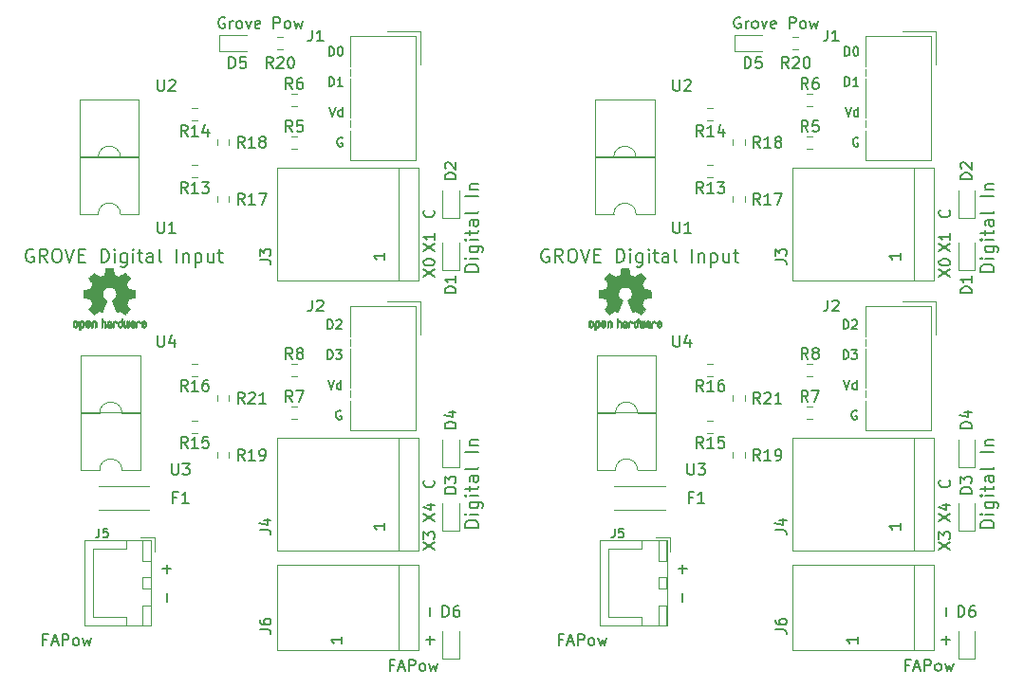
<source format=gto>
G04 #@! TF.GenerationSoftware,KiCad,Pcbnew,(5.1.8)-1*
G04 #@! TF.CreationDate,2020-11-28T16:02:08+09:00*
G04 #@! TF.ProjectId,DigitalInput4chS,44696769-7461-46c4-996e-707574346368,2*
G04 #@! TF.SameCoordinates,Original*
G04 #@! TF.FileFunction,Legend,Top*
G04 #@! TF.FilePolarity,Positive*
%FSLAX46Y46*%
G04 Gerber Fmt 4.6, Leading zero omitted, Abs format (unit mm)*
G04 Created by KiCad (PCBNEW (5.1.8)-1) date 2020-11-28 16:02:08*
%MOMM*%
%LPD*%
G01*
G04 APERTURE LIST*
%ADD10C,0.120000*%
%ADD11C,0.150000*%
%ADD12C,0.200000*%
%ADD13C,0.010000*%
G04 APERTURE END LIST*
D10*
X115890000Y-111070000D02*
X117890000Y-111070000D01*
D11*
X122041428Y-148220952D02*
X122041428Y-147459047D01*
X122422380Y-147840000D02*
X121660476Y-147840000D01*
X122041428Y-150760952D02*
X122041428Y-149999047D01*
D12*
X110102857Y-119300000D02*
X109988571Y-119242857D01*
X109817142Y-119242857D01*
X109645714Y-119300000D01*
X109531428Y-119414285D01*
X109474285Y-119528571D01*
X109417142Y-119757142D01*
X109417142Y-119928571D01*
X109474285Y-120157142D01*
X109531428Y-120271428D01*
X109645714Y-120385714D01*
X109817142Y-120442857D01*
X109931428Y-120442857D01*
X110102857Y-120385714D01*
X110160000Y-120328571D01*
X110160000Y-119928571D01*
X109931428Y-119928571D01*
X111360000Y-120442857D02*
X110960000Y-119871428D01*
X110674285Y-120442857D02*
X110674285Y-119242857D01*
X111131428Y-119242857D01*
X111245714Y-119300000D01*
X111302857Y-119357142D01*
X111360000Y-119471428D01*
X111360000Y-119642857D01*
X111302857Y-119757142D01*
X111245714Y-119814285D01*
X111131428Y-119871428D01*
X110674285Y-119871428D01*
X112102857Y-119242857D02*
X112331428Y-119242857D01*
X112445714Y-119300000D01*
X112560000Y-119414285D01*
X112617142Y-119642857D01*
X112617142Y-120042857D01*
X112560000Y-120271428D01*
X112445714Y-120385714D01*
X112331428Y-120442857D01*
X112102857Y-120442857D01*
X111988571Y-120385714D01*
X111874285Y-120271428D01*
X111817142Y-120042857D01*
X111817142Y-119642857D01*
X111874285Y-119414285D01*
X111988571Y-119300000D01*
X112102857Y-119242857D01*
X112960000Y-119242857D02*
X113360000Y-120442857D01*
X113760000Y-119242857D01*
X114160000Y-119814285D02*
X114560000Y-119814285D01*
X114731428Y-120442857D02*
X114160000Y-120442857D01*
X114160000Y-119242857D01*
X114731428Y-119242857D01*
X116160000Y-120442857D02*
X116160000Y-119242857D01*
X116445714Y-119242857D01*
X116617142Y-119300000D01*
X116731428Y-119414285D01*
X116788571Y-119528571D01*
X116845714Y-119757142D01*
X116845714Y-119928571D01*
X116788571Y-120157142D01*
X116731428Y-120271428D01*
X116617142Y-120385714D01*
X116445714Y-120442857D01*
X116160000Y-120442857D01*
X117360000Y-120442857D02*
X117360000Y-119642857D01*
X117360000Y-119242857D02*
X117302857Y-119300000D01*
X117360000Y-119357142D01*
X117417142Y-119300000D01*
X117360000Y-119242857D01*
X117360000Y-119357142D01*
X118445714Y-119642857D02*
X118445714Y-120614285D01*
X118388571Y-120728571D01*
X118331428Y-120785714D01*
X118217142Y-120842857D01*
X118045714Y-120842857D01*
X117931428Y-120785714D01*
X118445714Y-120385714D02*
X118331428Y-120442857D01*
X118102857Y-120442857D01*
X117988571Y-120385714D01*
X117931428Y-120328571D01*
X117874285Y-120214285D01*
X117874285Y-119871428D01*
X117931428Y-119757142D01*
X117988571Y-119700000D01*
X118102857Y-119642857D01*
X118331428Y-119642857D01*
X118445714Y-119700000D01*
X119017142Y-120442857D02*
X119017142Y-119642857D01*
X119017142Y-119242857D02*
X118960000Y-119300000D01*
X119017142Y-119357142D01*
X119074285Y-119300000D01*
X119017142Y-119242857D01*
X119017142Y-119357142D01*
X119417142Y-119642857D02*
X119874285Y-119642857D01*
X119588571Y-119242857D02*
X119588571Y-120271428D01*
X119645714Y-120385714D01*
X119760000Y-120442857D01*
X119874285Y-120442857D01*
X120788571Y-120442857D02*
X120788571Y-119814285D01*
X120731428Y-119700000D01*
X120617142Y-119642857D01*
X120388571Y-119642857D01*
X120274285Y-119700000D01*
X120788571Y-120385714D02*
X120674285Y-120442857D01*
X120388571Y-120442857D01*
X120274285Y-120385714D01*
X120217142Y-120271428D01*
X120217142Y-120157142D01*
X120274285Y-120042857D01*
X120388571Y-119985714D01*
X120674285Y-119985714D01*
X120788571Y-119928571D01*
X121531428Y-120442857D02*
X121417142Y-120385714D01*
X121360000Y-120271428D01*
X121360000Y-119242857D01*
X122902857Y-120442857D02*
X122902857Y-119242857D01*
X123474285Y-119642857D02*
X123474285Y-120442857D01*
X123474285Y-119757142D02*
X123531428Y-119700000D01*
X123645714Y-119642857D01*
X123817142Y-119642857D01*
X123931428Y-119700000D01*
X123988571Y-119814285D01*
X123988571Y-120442857D01*
X124560000Y-119642857D02*
X124560000Y-120842857D01*
X124560000Y-119700000D02*
X124674285Y-119642857D01*
X124902857Y-119642857D01*
X125017142Y-119700000D01*
X125074285Y-119757142D01*
X125131428Y-119871428D01*
X125131428Y-120214285D01*
X125074285Y-120328571D01*
X125017142Y-120385714D01*
X124902857Y-120442857D01*
X124674285Y-120442857D01*
X124560000Y-120385714D01*
X126160000Y-119642857D02*
X126160000Y-120442857D01*
X125645714Y-119642857D02*
X125645714Y-120271428D01*
X125702857Y-120385714D01*
X125817142Y-120442857D01*
X125988571Y-120442857D01*
X126102857Y-120385714D01*
X126160000Y-120328571D01*
X126560000Y-119642857D02*
X127017142Y-119642857D01*
X126731428Y-119242857D02*
X126731428Y-120271428D01*
X126788571Y-120385714D01*
X126902857Y-120442857D01*
X127017142Y-120442857D01*
D11*
X145536428Y-152030952D02*
X145536428Y-151269047D01*
X142238095Y-156404571D02*
X141904761Y-156404571D01*
X141904761Y-156928380D02*
X141904761Y-155928380D01*
X142380952Y-155928380D01*
X142714285Y-156642666D02*
X143190476Y-156642666D01*
X142619047Y-156928380D02*
X142952380Y-155928380D01*
X143285714Y-156928380D01*
X143619047Y-156928380D02*
X143619047Y-155928380D01*
X144000000Y-155928380D01*
X144095238Y-155976000D01*
X144142857Y-156023619D01*
X144190476Y-156118857D01*
X144190476Y-156261714D01*
X144142857Y-156356952D01*
X144095238Y-156404571D01*
X144000000Y-156452190D01*
X143619047Y-156452190D01*
X144761904Y-156928380D02*
X144666666Y-156880761D01*
X144619047Y-156833142D01*
X144571428Y-156737904D01*
X144571428Y-156452190D01*
X144619047Y-156356952D01*
X144666666Y-156309333D01*
X144761904Y-156261714D01*
X144904761Y-156261714D01*
X145000000Y-156309333D01*
X145047619Y-156356952D01*
X145095238Y-156452190D01*
X145095238Y-156737904D01*
X145047619Y-156833142D01*
X145000000Y-156880761D01*
X144904761Y-156928380D01*
X144761904Y-156928380D01*
X145428571Y-156261714D02*
X145619047Y-156928380D01*
X145809523Y-156452190D01*
X146000000Y-156928380D01*
X146190476Y-156261714D01*
X145822142Y-139910476D02*
X145869761Y-139958095D01*
X145917380Y-140100952D01*
X145917380Y-140196190D01*
X145869761Y-140339047D01*
X145774523Y-140434285D01*
X145679285Y-140481904D01*
X145488809Y-140529523D01*
X145345952Y-140529523D01*
X145155476Y-140481904D01*
X145060238Y-140434285D01*
X144965000Y-140339047D01*
X144917380Y-140196190D01*
X144917380Y-140100952D01*
X144965000Y-139958095D01*
X145012619Y-139910476D01*
X127185333Y-98572000D02*
X127090095Y-98524380D01*
X126947238Y-98524380D01*
X126804380Y-98572000D01*
X126709142Y-98667238D01*
X126661523Y-98762476D01*
X126613904Y-98952952D01*
X126613904Y-99095809D01*
X126661523Y-99286285D01*
X126709142Y-99381523D01*
X126804380Y-99476761D01*
X126947238Y-99524380D01*
X127042476Y-99524380D01*
X127185333Y-99476761D01*
X127232952Y-99429142D01*
X127232952Y-99095809D01*
X127042476Y-99095809D01*
X127661523Y-99524380D02*
X127661523Y-98857714D01*
X127661523Y-99048190D02*
X127709142Y-98952952D01*
X127756761Y-98905333D01*
X127852000Y-98857714D01*
X127947238Y-98857714D01*
X128423428Y-99524380D02*
X128328190Y-99476761D01*
X128280571Y-99429142D01*
X128232952Y-99333904D01*
X128232952Y-99048190D01*
X128280571Y-98952952D01*
X128328190Y-98905333D01*
X128423428Y-98857714D01*
X128566285Y-98857714D01*
X128661523Y-98905333D01*
X128709142Y-98952952D01*
X128756761Y-99048190D01*
X128756761Y-99333904D01*
X128709142Y-99429142D01*
X128661523Y-99476761D01*
X128566285Y-99524380D01*
X128423428Y-99524380D01*
X129090095Y-98857714D02*
X129328190Y-99524380D01*
X129566285Y-98857714D01*
X130328190Y-99476761D02*
X130232952Y-99524380D01*
X130042476Y-99524380D01*
X129947238Y-99476761D01*
X129899619Y-99381523D01*
X129899619Y-99000571D01*
X129947238Y-98905333D01*
X130042476Y-98857714D01*
X130232952Y-98857714D01*
X130328190Y-98905333D01*
X130375809Y-99000571D01*
X130375809Y-99095809D01*
X129899619Y-99191047D01*
X131566285Y-99524380D02*
X131566285Y-98524380D01*
X131947238Y-98524380D01*
X132042476Y-98572000D01*
X132090095Y-98619619D01*
X132137714Y-98714857D01*
X132137714Y-98857714D01*
X132090095Y-98952952D01*
X132042476Y-99000571D01*
X131947238Y-99048190D01*
X131566285Y-99048190D01*
X132709142Y-99524380D02*
X132613904Y-99476761D01*
X132566285Y-99429142D01*
X132518666Y-99333904D01*
X132518666Y-99048190D01*
X132566285Y-98952952D01*
X132613904Y-98905333D01*
X132709142Y-98857714D01*
X132852000Y-98857714D01*
X132947238Y-98905333D01*
X132994857Y-98952952D01*
X133042476Y-99048190D01*
X133042476Y-99333904D01*
X132994857Y-99429142D01*
X132947238Y-99476761D01*
X132852000Y-99524380D01*
X132709142Y-99524380D01*
X133375809Y-98857714D02*
X133566285Y-99524380D01*
X133756761Y-99048190D01*
X133947238Y-99524380D01*
X134137714Y-98857714D01*
X111318095Y-154118571D02*
X110984761Y-154118571D01*
X110984761Y-154642380D02*
X110984761Y-153642380D01*
X111460952Y-153642380D01*
X111794285Y-154356666D02*
X112270476Y-154356666D01*
X111699047Y-154642380D02*
X112032380Y-153642380D01*
X112365714Y-154642380D01*
X112699047Y-154642380D02*
X112699047Y-153642380D01*
X113080000Y-153642380D01*
X113175238Y-153690000D01*
X113222857Y-153737619D01*
X113270476Y-153832857D01*
X113270476Y-153975714D01*
X113222857Y-154070952D01*
X113175238Y-154118571D01*
X113080000Y-154166190D01*
X112699047Y-154166190D01*
X113841904Y-154642380D02*
X113746666Y-154594761D01*
X113699047Y-154547142D01*
X113651428Y-154451904D01*
X113651428Y-154166190D01*
X113699047Y-154070952D01*
X113746666Y-154023333D01*
X113841904Y-153975714D01*
X113984761Y-153975714D01*
X114080000Y-154023333D01*
X114127619Y-154070952D01*
X114175238Y-154166190D01*
X114175238Y-154451904D01*
X114127619Y-154547142D01*
X114080000Y-154594761D01*
X113984761Y-154642380D01*
X113841904Y-154642380D01*
X114508571Y-153975714D02*
X114699047Y-154642380D01*
X114889523Y-154166190D01*
X115080000Y-154642380D01*
X115270476Y-153975714D01*
X144917380Y-146109523D02*
X145917380Y-145442857D01*
X144917380Y-145442857D02*
X145917380Y-146109523D01*
X144917380Y-145157142D02*
X144917380Y-144538095D01*
X145298333Y-144871428D01*
X145298333Y-144728571D01*
X145345952Y-144633333D01*
X145393571Y-144585714D01*
X145488809Y-144538095D01*
X145726904Y-144538095D01*
X145822142Y-144585714D01*
X145869761Y-144633333D01*
X145917380Y-144728571D01*
X145917380Y-145014285D01*
X145869761Y-145109523D01*
X145822142Y-145157142D01*
X136376071Y-126371904D02*
X136376071Y-125571904D01*
X136566547Y-125571904D01*
X136680833Y-125610000D01*
X136757023Y-125686190D01*
X136795119Y-125762380D01*
X136833214Y-125914761D01*
X136833214Y-126029047D01*
X136795119Y-126181428D01*
X136757023Y-126257619D01*
X136680833Y-126333809D01*
X136566547Y-126371904D01*
X136376071Y-126371904D01*
X137137976Y-125648095D02*
X137176071Y-125610000D01*
X137252261Y-125571904D01*
X137442738Y-125571904D01*
X137518928Y-125610000D01*
X137557023Y-125648095D01*
X137595119Y-125724285D01*
X137595119Y-125800476D01*
X137557023Y-125914761D01*
X137099880Y-126371904D01*
X137595119Y-126371904D01*
X136376071Y-129071904D02*
X136376071Y-128271904D01*
X136566547Y-128271904D01*
X136680833Y-128310000D01*
X136757023Y-128386190D01*
X136795119Y-128462380D01*
X136833214Y-128614761D01*
X136833214Y-128729047D01*
X136795119Y-128881428D01*
X136757023Y-128957619D01*
X136680833Y-129033809D01*
X136566547Y-129071904D01*
X136376071Y-129071904D01*
X137099880Y-128271904D02*
X137595119Y-128271904D01*
X137328452Y-128576666D01*
X137442738Y-128576666D01*
X137518928Y-128614761D01*
X137557023Y-128652857D01*
X137595119Y-128729047D01*
X137595119Y-128919523D01*
X137557023Y-128995714D01*
X137518928Y-129033809D01*
X137442738Y-129071904D01*
X137214166Y-129071904D01*
X137137976Y-129033809D01*
X137099880Y-128995714D01*
X136414166Y-130971904D02*
X136680833Y-131771904D01*
X136947500Y-130971904D01*
X137557023Y-131771904D02*
X137557023Y-130971904D01*
X137557023Y-131733809D02*
X137480833Y-131771904D01*
X137328452Y-131771904D01*
X137252261Y-131733809D01*
X137214166Y-131695714D01*
X137176071Y-131619523D01*
X137176071Y-131390952D01*
X137214166Y-131314761D01*
X137252261Y-131276666D01*
X137328452Y-131238571D01*
X137480833Y-131238571D01*
X137557023Y-131276666D01*
X137557023Y-133710000D02*
X137480833Y-133671904D01*
X137366547Y-133671904D01*
X137252261Y-133710000D01*
X137176071Y-133786190D01*
X137137976Y-133862380D01*
X137099880Y-134014761D01*
X137099880Y-134129047D01*
X137137976Y-134281428D01*
X137176071Y-134357619D01*
X137252261Y-134433809D01*
X137366547Y-134471904D01*
X137442738Y-134471904D01*
X137557023Y-134433809D01*
X137595119Y-134395714D01*
X137595119Y-134129047D01*
X137442738Y-134129047D01*
X144917380Y-143569523D02*
X145917380Y-142902857D01*
X144917380Y-142902857D02*
X145917380Y-143569523D01*
X145250714Y-142093333D02*
X145917380Y-142093333D01*
X144869761Y-142331428D02*
X145584047Y-142569523D01*
X145584047Y-141950476D01*
X144917380Y-119439523D02*
X145917380Y-118772857D01*
X144917380Y-118772857D02*
X145917380Y-119439523D01*
X145917380Y-117868095D02*
X145917380Y-118439523D01*
X145917380Y-118153809D02*
X144917380Y-118153809D01*
X145060238Y-118249047D01*
X145155476Y-118344285D01*
X145203095Y-118439523D01*
X145536428Y-154570952D02*
X145536428Y-153809047D01*
X145917380Y-154190000D02*
X145155476Y-154190000D01*
X144917380Y-121725523D02*
X145917380Y-121058857D01*
X144917380Y-121058857D02*
X145917380Y-121725523D01*
X144917380Y-120487428D02*
X144917380Y-120392190D01*
X144965000Y-120296952D01*
X145012619Y-120249333D01*
X145107857Y-120201714D01*
X145298333Y-120154095D01*
X145536428Y-120154095D01*
X145726904Y-120201714D01*
X145822142Y-120249333D01*
X145869761Y-120296952D01*
X145917380Y-120392190D01*
X145917380Y-120487428D01*
X145869761Y-120582666D01*
X145822142Y-120630285D01*
X145726904Y-120677904D01*
X145536428Y-120725523D01*
X145298333Y-120725523D01*
X145107857Y-120677904D01*
X145012619Y-120630285D01*
X144965000Y-120582666D01*
X144917380Y-120487428D01*
X145822142Y-115780476D02*
X145869761Y-115828095D01*
X145917380Y-115970952D01*
X145917380Y-116066190D01*
X145869761Y-116209047D01*
X145774523Y-116304285D01*
X145679285Y-116351904D01*
X145488809Y-116399523D01*
X145345952Y-116399523D01*
X145155476Y-116351904D01*
X145060238Y-116304285D01*
X144965000Y-116209047D01*
X144917380Y-116066190D01*
X144917380Y-115970952D01*
X144965000Y-115828095D01*
X145012619Y-115780476D01*
X136503071Y-101987904D02*
X136503071Y-101187904D01*
X136693547Y-101187904D01*
X136807833Y-101226000D01*
X136884023Y-101302190D01*
X136922119Y-101378380D01*
X136960214Y-101530761D01*
X136960214Y-101645047D01*
X136922119Y-101797428D01*
X136884023Y-101873619D01*
X136807833Y-101949809D01*
X136693547Y-101987904D01*
X136503071Y-101987904D01*
X137455452Y-101187904D02*
X137531642Y-101187904D01*
X137607833Y-101226000D01*
X137645928Y-101264095D01*
X137684023Y-101340285D01*
X137722119Y-101492666D01*
X137722119Y-101683142D01*
X137684023Y-101835523D01*
X137645928Y-101911714D01*
X137607833Y-101949809D01*
X137531642Y-101987904D01*
X137455452Y-101987904D01*
X137379261Y-101949809D01*
X137341166Y-101911714D01*
X137303071Y-101835523D01*
X137264976Y-101683142D01*
X137264976Y-101492666D01*
X137303071Y-101340285D01*
X137341166Y-101264095D01*
X137379261Y-101226000D01*
X137455452Y-101187904D01*
X136503071Y-104687904D02*
X136503071Y-103887904D01*
X136693547Y-103887904D01*
X136807833Y-103926000D01*
X136884023Y-104002190D01*
X136922119Y-104078380D01*
X136960214Y-104230761D01*
X136960214Y-104345047D01*
X136922119Y-104497428D01*
X136884023Y-104573619D01*
X136807833Y-104649809D01*
X136693547Y-104687904D01*
X136503071Y-104687904D01*
X137722119Y-104687904D02*
X137264976Y-104687904D01*
X137493547Y-104687904D02*
X137493547Y-103887904D01*
X137417357Y-104002190D01*
X137341166Y-104078380D01*
X137264976Y-104116476D01*
X136541166Y-106587904D02*
X136807833Y-107387904D01*
X137074500Y-106587904D01*
X137684023Y-107387904D02*
X137684023Y-106587904D01*
X137684023Y-107349809D02*
X137607833Y-107387904D01*
X137455452Y-107387904D01*
X137379261Y-107349809D01*
X137341166Y-107311714D01*
X137303071Y-107235523D01*
X137303071Y-107006952D01*
X137341166Y-106930761D01*
X137379261Y-106892666D01*
X137455452Y-106854571D01*
X137607833Y-106854571D01*
X137684023Y-106892666D01*
X137684023Y-109326000D02*
X137607833Y-109287904D01*
X137493547Y-109287904D01*
X137379261Y-109326000D01*
X137303071Y-109402190D01*
X137264976Y-109478380D01*
X137226880Y-109630761D01*
X137226880Y-109745047D01*
X137264976Y-109897428D01*
X137303071Y-109973619D01*
X137379261Y-110049809D01*
X137493547Y-110087904D01*
X137569738Y-110087904D01*
X137684023Y-110049809D01*
X137722119Y-110011714D01*
X137722119Y-109745047D01*
X137569738Y-109745047D01*
D12*
X149817857Y-144134285D02*
X148617857Y-144134285D01*
X148617857Y-143848571D01*
X148675000Y-143677142D01*
X148789285Y-143562857D01*
X148903571Y-143505714D01*
X149132142Y-143448571D01*
X149303571Y-143448571D01*
X149532142Y-143505714D01*
X149646428Y-143562857D01*
X149760714Y-143677142D01*
X149817857Y-143848571D01*
X149817857Y-144134285D01*
X149817857Y-142934285D02*
X149017857Y-142934285D01*
X148617857Y-142934285D02*
X148675000Y-142991428D01*
X148732142Y-142934285D01*
X148675000Y-142877142D01*
X148617857Y-142934285D01*
X148732142Y-142934285D01*
X149017857Y-141848571D02*
X149989285Y-141848571D01*
X150103571Y-141905714D01*
X150160714Y-141962857D01*
X150217857Y-142077142D01*
X150217857Y-142248571D01*
X150160714Y-142362857D01*
X149760714Y-141848571D02*
X149817857Y-141962857D01*
X149817857Y-142191428D01*
X149760714Y-142305714D01*
X149703571Y-142362857D01*
X149589285Y-142420000D01*
X149246428Y-142420000D01*
X149132142Y-142362857D01*
X149075000Y-142305714D01*
X149017857Y-142191428D01*
X149017857Y-141962857D01*
X149075000Y-141848571D01*
X149817857Y-141277142D02*
X149017857Y-141277142D01*
X148617857Y-141277142D02*
X148675000Y-141334285D01*
X148732142Y-141277142D01*
X148675000Y-141220000D01*
X148617857Y-141277142D01*
X148732142Y-141277142D01*
X149017857Y-140877142D02*
X149017857Y-140420000D01*
X148617857Y-140705714D02*
X149646428Y-140705714D01*
X149760714Y-140648571D01*
X149817857Y-140534285D01*
X149817857Y-140420000D01*
X149817857Y-139505714D02*
X149189285Y-139505714D01*
X149075000Y-139562857D01*
X149017857Y-139677142D01*
X149017857Y-139905714D01*
X149075000Y-140020000D01*
X149760714Y-139505714D02*
X149817857Y-139620000D01*
X149817857Y-139905714D01*
X149760714Y-140020000D01*
X149646428Y-140077142D01*
X149532142Y-140077142D01*
X149417857Y-140020000D01*
X149360714Y-139905714D01*
X149360714Y-139620000D01*
X149303571Y-139505714D01*
X149817857Y-138762857D02*
X149760714Y-138877142D01*
X149646428Y-138934285D01*
X148617857Y-138934285D01*
X149817857Y-137391428D02*
X148617857Y-137391428D01*
X149017857Y-136820000D02*
X149817857Y-136820000D01*
X149132142Y-136820000D02*
X149075000Y-136762857D01*
X149017857Y-136648571D01*
X149017857Y-136477142D01*
X149075000Y-136362857D01*
X149189285Y-136305714D01*
X149817857Y-136305714D01*
X149817857Y-121274285D02*
X148617857Y-121274285D01*
X148617857Y-120988571D01*
X148675000Y-120817142D01*
X148789285Y-120702857D01*
X148903571Y-120645714D01*
X149132142Y-120588571D01*
X149303571Y-120588571D01*
X149532142Y-120645714D01*
X149646428Y-120702857D01*
X149760714Y-120817142D01*
X149817857Y-120988571D01*
X149817857Y-121274285D01*
X149817857Y-120074285D02*
X149017857Y-120074285D01*
X148617857Y-120074285D02*
X148675000Y-120131428D01*
X148732142Y-120074285D01*
X148675000Y-120017142D01*
X148617857Y-120074285D01*
X148732142Y-120074285D01*
X149017857Y-118988571D02*
X149989285Y-118988571D01*
X150103571Y-119045714D01*
X150160714Y-119102857D01*
X150217857Y-119217142D01*
X150217857Y-119388571D01*
X150160714Y-119502857D01*
X149760714Y-118988571D02*
X149817857Y-119102857D01*
X149817857Y-119331428D01*
X149760714Y-119445714D01*
X149703571Y-119502857D01*
X149589285Y-119560000D01*
X149246428Y-119560000D01*
X149132142Y-119502857D01*
X149075000Y-119445714D01*
X149017857Y-119331428D01*
X149017857Y-119102857D01*
X149075000Y-118988571D01*
X149817857Y-118417142D02*
X149017857Y-118417142D01*
X148617857Y-118417142D02*
X148675000Y-118474285D01*
X148732142Y-118417142D01*
X148675000Y-118360000D01*
X148617857Y-118417142D01*
X148732142Y-118417142D01*
X149017857Y-118017142D02*
X149017857Y-117560000D01*
X148617857Y-117845714D02*
X149646428Y-117845714D01*
X149760714Y-117788571D01*
X149817857Y-117674285D01*
X149817857Y-117560000D01*
X149817857Y-116645714D02*
X149189285Y-116645714D01*
X149075000Y-116702857D01*
X149017857Y-116817142D01*
X149017857Y-117045714D01*
X149075000Y-117160000D01*
X149760714Y-116645714D02*
X149817857Y-116760000D01*
X149817857Y-117045714D01*
X149760714Y-117160000D01*
X149646428Y-117217142D01*
X149532142Y-117217142D01*
X149417857Y-117160000D01*
X149360714Y-117045714D01*
X149360714Y-116760000D01*
X149303571Y-116645714D01*
X149817857Y-115902857D02*
X149760714Y-116017142D01*
X149646428Y-116074285D01*
X148617857Y-116074285D01*
X149817857Y-114531428D02*
X148617857Y-114531428D01*
X149017857Y-113960000D02*
X149817857Y-113960000D01*
X149132142Y-113960000D02*
X149075000Y-113902857D01*
X149017857Y-113788571D01*
X149017857Y-113617142D01*
X149075000Y-113502857D01*
X149189285Y-113445714D01*
X149817857Y-113445714D01*
X103817857Y-144134285D02*
X102617857Y-144134285D01*
X102617857Y-143848571D01*
X102675000Y-143677142D01*
X102789285Y-143562857D01*
X102903571Y-143505714D01*
X103132142Y-143448571D01*
X103303571Y-143448571D01*
X103532142Y-143505714D01*
X103646428Y-143562857D01*
X103760714Y-143677142D01*
X103817857Y-143848571D01*
X103817857Y-144134285D01*
X103817857Y-142934285D02*
X103017857Y-142934285D01*
X102617857Y-142934285D02*
X102675000Y-142991428D01*
X102732142Y-142934285D01*
X102675000Y-142877142D01*
X102617857Y-142934285D01*
X102732142Y-142934285D01*
X103017857Y-141848571D02*
X103989285Y-141848571D01*
X104103571Y-141905714D01*
X104160714Y-141962857D01*
X104217857Y-142077142D01*
X104217857Y-142248571D01*
X104160714Y-142362857D01*
X103760714Y-141848571D02*
X103817857Y-141962857D01*
X103817857Y-142191428D01*
X103760714Y-142305714D01*
X103703571Y-142362857D01*
X103589285Y-142420000D01*
X103246428Y-142420000D01*
X103132142Y-142362857D01*
X103075000Y-142305714D01*
X103017857Y-142191428D01*
X103017857Y-141962857D01*
X103075000Y-141848571D01*
X103817857Y-141277142D02*
X103017857Y-141277142D01*
X102617857Y-141277142D02*
X102675000Y-141334285D01*
X102732142Y-141277142D01*
X102675000Y-141220000D01*
X102617857Y-141277142D01*
X102732142Y-141277142D01*
X103017857Y-140877142D02*
X103017857Y-140420000D01*
X102617857Y-140705714D02*
X103646428Y-140705714D01*
X103760714Y-140648571D01*
X103817857Y-140534285D01*
X103817857Y-140420000D01*
X103817857Y-139505714D02*
X103189285Y-139505714D01*
X103075000Y-139562857D01*
X103017857Y-139677142D01*
X103017857Y-139905714D01*
X103075000Y-140020000D01*
X103760714Y-139505714D02*
X103817857Y-139620000D01*
X103817857Y-139905714D01*
X103760714Y-140020000D01*
X103646428Y-140077142D01*
X103532142Y-140077142D01*
X103417857Y-140020000D01*
X103360714Y-139905714D01*
X103360714Y-139620000D01*
X103303571Y-139505714D01*
X103817857Y-138762857D02*
X103760714Y-138877142D01*
X103646428Y-138934285D01*
X102617857Y-138934285D01*
X103817857Y-137391428D02*
X102617857Y-137391428D01*
X103017857Y-136820000D02*
X103817857Y-136820000D01*
X103132142Y-136820000D02*
X103075000Y-136762857D01*
X103017857Y-136648571D01*
X103017857Y-136477142D01*
X103075000Y-136362857D01*
X103189285Y-136305714D01*
X103817857Y-136305714D01*
D11*
X99536428Y-154570952D02*
X99536428Y-153809047D01*
X99917380Y-154190000D02*
X99155476Y-154190000D01*
X98917380Y-146109523D02*
X99917380Y-145442857D01*
X98917380Y-145442857D02*
X99917380Y-146109523D01*
X98917380Y-145157142D02*
X98917380Y-144538095D01*
X99298333Y-144871428D01*
X99298333Y-144728571D01*
X99345952Y-144633333D01*
X99393571Y-144585714D01*
X99488809Y-144538095D01*
X99726904Y-144538095D01*
X99822142Y-144585714D01*
X99869761Y-144633333D01*
X99917380Y-144728571D01*
X99917380Y-145014285D01*
X99869761Y-145109523D01*
X99822142Y-145157142D01*
D12*
X64102857Y-119300000D02*
X63988571Y-119242857D01*
X63817142Y-119242857D01*
X63645714Y-119300000D01*
X63531428Y-119414285D01*
X63474285Y-119528571D01*
X63417142Y-119757142D01*
X63417142Y-119928571D01*
X63474285Y-120157142D01*
X63531428Y-120271428D01*
X63645714Y-120385714D01*
X63817142Y-120442857D01*
X63931428Y-120442857D01*
X64102857Y-120385714D01*
X64160000Y-120328571D01*
X64160000Y-119928571D01*
X63931428Y-119928571D01*
X65360000Y-120442857D02*
X64960000Y-119871428D01*
X64674285Y-120442857D02*
X64674285Y-119242857D01*
X65131428Y-119242857D01*
X65245714Y-119300000D01*
X65302857Y-119357142D01*
X65360000Y-119471428D01*
X65360000Y-119642857D01*
X65302857Y-119757142D01*
X65245714Y-119814285D01*
X65131428Y-119871428D01*
X64674285Y-119871428D01*
X66102857Y-119242857D02*
X66331428Y-119242857D01*
X66445714Y-119300000D01*
X66560000Y-119414285D01*
X66617142Y-119642857D01*
X66617142Y-120042857D01*
X66560000Y-120271428D01*
X66445714Y-120385714D01*
X66331428Y-120442857D01*
X66102857Y-120442857D01*
X65988571Y-120385714D01*
X65874285Y-120271428D01*
X65817142Y-120042857D01*
X65817142Y-119642857D01*
X65874285Y-119414285D01*
X65988571Y-119300000D01*
X66102857Y-119242857D01*
X66960000Y-119242857D02*
X67360000Y-120442857D01*
X67760000Y-119242857D01*
X68160000Y-119814285D02*
X68560000Y-119814285D01*
X68731428Y-120442857D02*
X68160000Y-120442857D01*
X68160000Y-119242857D01*
X68731428Y-119242857D01*
X70160000Y-120442857D02*
X70160000Y-119242857D01*
X70445714Y-119242857D01*
X70617142Y-119300000D01*
X70731428Y-119414285D01*
X70788571Y-119528571D01*
X70845714Y-119757142D01*
X70845714Y-119928571D01*
X70788571Y-120157142D01*
X70731428Y-120271428D01*
X70617142Y-120385714D01*
X70445714Y-120442857D01*
X70160000Y-120442857D01*
X71360000Y-120442857D02*
X71360000Y-119642857D01*
X71360000Y-119242857D02*
X71302857Y-119300000D01*
X71360000Y-119357142D01*
X71417142Y-119300000D01*
X71360000Y-119242857D01*
X71360000Y-119357142D01*
X72445714Y-119642857D02*
X72445714Y-120614285D01*
X72388571Y-120728571D01*
X72331428Y-120785714D01*
X72217142Y-120842857D01*
X72045714Y-120842857D01*
X71931428Y-120785714D01*
X72445714Y-120385714D02*
X72331428Y-120442857D01*
X72102857Y-120442857D01*
X71988571Y-120385714D01*
X71931428Y-120328571D01*
X71874285Y-120214285D01*
X71874285Y-119871428D01*
X71931428Y-119757142D01*
X71988571Y-119700000D01*
X72102857Y-119642857D01*
X72331428Y-119642857D01*
X72445714Y-119700000D01*
X73017142Y-120442857D02*
X73017142Y-119642857D01*
X73017142Y-119242857D02*
X72960000Y-119300000D01*
X73017142Y-119357142D01*
X73074285Y-119300000D01*
X73017142Y-119242857D01*
X73017142Y-119357142D01*
X73417142Y-119642857D02*
X73874285Y-119642857D01*
X73588571Y-119242857D02*
X73588571Y-120271428D01*
X73645714Y-120385714D01*
X73760000Y-120442857D01*
X73874285Y-120442857D01*
X74788571Y-120442857D02*
X74788571Y-119814285D01*
X74731428Y-119700000D01*
X74617142Y-119642857D01*
X74388571Y-119642857D01*
X74274285Y-119700000D01*
X74788571Y-120385714D02*
X74674285Y-120442857D01*
X74388571Y-120442857D01*
X74274285Y-120385714D01*
X74217142Y-120271428D01*
X74217142Y-120157142D01*
X74274285Y-120042857D01*
X74388571Y-119985714D01*
X74674285Y-119985714D01*
X74788571Y-119928571D01*
X75531428Y-120442857D02*
X75417142Y-120385714D01*
X75360000Y-120271428D01*
X75360000Y-119242857D01*
X76902857Y-120442857D02*
X76902857Y-119242857D01*
X77474285Y-119642857D02*
X77474285Y-120442857D01*
X77474285Y-119757142D02*
X77531428Y-119700000D01*
X77645714Y-119642857D01*
X77817142Y-119642857D01*
X77931428Y-119700000D01*
X77988571Y-119814285D01*
X77988571Y-120442857D01*
X78560000Y-119642857D02*
X78560000Y-120842857D01*
X78560000Y-119700000D02*
X78674285Y-119642857D01*
X78902857Y-119642857D01*
X79017142Y-119700000D01*
X79074285Y-119757142D01*
X79131428Y-119871428D01*
X79131428Y-120214285D01*
X79074285Y-120328571D01*
X79017142Y-120385714D01*
X78902857Y-120442857D01*
X78674285Y-120442857D01*
X78560000Y-120385714D01*
X80160000Y-119642857D02*
X80160000Y-120442857D01*
X79645714Y-119642857D02*
X79645714Y-120271428D01*
X79702857Y-120385714D01*
X79817142Y-120442857D01*
X79988571Y-120442857D01*
X80102857Y-120385714D01*
X80160000Y-120328571D01*
X80560000Y-119642857D02*
X81017142Y-119642857D01*
X80731428Y-119242857D02*
X80731428Y-120271428D01*
X80788571Y-120385714D01*
X80902857Y-120442857D01*
X81017142Y-120442857D01*
D11*
X81185333Y-98572000D02*
X81090095Y-98524380D01*
X80947238Y-98524380D01*
X80804380Y-98572000D01*
X80709142Y-98667238D01*
X80661523Y-98762476D01*
X80613904Y-98952952D01*
X80613904Y-99095809D01*
X80661523Y-99286285D01*
X80709142Y-99381523D01*
X80804380Y-99476761D01*
X80947238Y-99524380D01*
X81042476Y-99524380D01*
X81185333Y-99476761D01*
X81232952Y-99429142D01*
X81232952Y-99095809D01*
X81042476Y-99095809D01*
X81661523Y-99524380D02*
X81661523Y-98857714D01*
X81661523Y-99048190D02*
X81709142Y-98952952D01*
X81756761Y-98905333D01*
X81852000Y-98857714D01*
X81947238Y-98857714D01*
X82423428Y-99524380D02*
X82328190Y-99476761D01*
X82280571Y-99429142D01*
X82232952Y-99333904D01*
X82232952Y-99048190D01*
X82280571Y-98952952D01*
X82328190Y-98905333D01*
X82423428Y-98857714D01*
X82566285Y-98857714D01*
X82661523Y-98905333D01*
X82709142Y-98952952D01*
X82756761Y-99048190D01*
X82756761Y-99333904D01*
X82709142Y-99429142D01*
X82661523Y-99476761D01*
X82566285Y-99524380D01*
X82423428Y-99524380D01*
X83090095Y-98857714D02*
X83328190Y-99524380D01*
X83566285Y-98857714D01*
X84328190Y-99476761D02*
X84232952Y-99524380D01*
X84042476Y-99524380D01*
X83947238Y-99476761D01*
X83899619Y-99381523D01*
X83899619Y-99000571D01*
X83947238Y-98905333D01*
X84042476Y-98857714D01*
X84232952Y-98857714D01*
X84328190Y-98905333D01*
X84375809Y-99000571D01*
X84375809Y-99095809D01*
X83899619Y-99191047D01*
X85566285Y-99524380D02*
X85566285Y-98524380D01*
X85947238Y-98524380D01*
X86042476Y-98572000D01*
X86090095Y-98619619D01*
X86137714Y-98714857D01*
X86137714Y-98857714D01*
X86090095Y-98952952D01*
X86042476Y-99000571D01*
X85947238Y-99048190D01*
X85566285Y-99048190D01*
X86709142Y-99524380D02*
X86613904Y-99476761D01*
X86566285Y-99429142D01*
X86518666Y-99333904D01*
X86518666Y-99048190D01*
X86566285Y-98952952D01*
X86613904Y-98905333D01*
X86709142Y-98857714D01*
X86852000Y-98857714D01*
X86947238Y-98905333D01*
X86994857Y-98952952D01*
X87042476Y-99048190D01*
X87042476Y-99333904D01*
X86994857Y-99429142D01*
X86947238Y-99476761D01*
X86852000Y-99524380D01*
X86709142Y-99524380D01*
X87375809Y-98857714D02*
X87566285Y-99524380D01*
X87756761Y-99048190D01*
X87947238Y-99524380D01*
X88137714Y-98857714D01*
X90376071Y-126371904D02*
X90376071Y-125571904D01*
X90566547Y-125571904D01*
X90680833Y-125610000D01*
X90757023Y-125686190D01*
X90795119Y-125762380D01*
X90833214Y-125914761D01*
X90833214Y-126029047D01*
X90795119Y-126181428D01*
X90757023Y-126257619D01*
X90680833Y-126333809D01*
X90566547Y-126371904D01*
X90376071Y-126371904D01*
X91137976Y-125648095D02*
X91176071Y-125610000D01*
X91252261Y-125571904D01*
X91442738Y-125571904D01*
X91518928Y-125610000D01*
X91557023Y-125648095D01*
X91595119Y-125724285D01*
X91595119Y-125800476D01*
X91557023Y-125914761D01*
X91099880Y-126371904D01*
X91595119Y-126371904D01*
X90376071Y-129071904D02*
X90376071Y-128271904D01*
X90566547Y-128271904D01*
X90680833Y-128310000D01*
X90757023Y-128386190D01*
X90795119Y-128462380D01*
X90833214Y-128614761D01*
X90833214Y-128729047D01*
X90795119Y-128881428D01*
X90757023Y-128957619D01*
X90680833Y-129033809D01*
X90566547Y-129071904D01*
X90376071Y-129071904D01*
X91099880Y-128271904D02*
X91595119Y-128271904D01*
X91328452Y-128576666D01*
X91442738Y-128576666D01*
X91518928Y-128614761D01*
X91557023Y-128652857D01*
X91595119Y-128729047D01*
X91595119Y-128919523D01*
X91557023Y-128995714D01*
X91518928Y-129033809D01*
X91442738Y-129071904D01*
X91214166Y-129071904D01*
X91137976Y-129033809D01*
X91099880Y-128995714D01*
X90414166Y-130971904D02*
X90680833Y-131771904D01*
X90947500Y-130971904D01*
X91557023Y-131771904D02*
X91557023Y-130971904D01*
X91557023Y-131733809D02*
X91480833Y-131771904D01*
X91328452Y-131771904D01*
X91252261Y-131733809D01*
X91214166Y-131695714D01*
X91176071Y-131619523D01*
X91176071Y-131390952D01*
X91214166Y-131314761D01*
X91252261Y-131276666D01*
X91328452Y-131238571D01*
X91480833Y-131238571D01*
X91557023Y-131276666D01*
X91557023Y-133710000D02*
X91480833Y-133671904D01*
X91366547Y-133671904D01*
X91252261Y-133710000D01*
X91176071Y-133786190D01*
X91137976Y-133862380D01*
X91099880Y-134014761D01*
X91099880Y-134129047D01*
X91137976Y-134281428D01*
X91176071Y-134357619D01*
X91252261Y-134433809D01*
X91366547Y-134471904D01*
X91442738Y-134471904D01*
X91557023Y-134433809D01*
X91595119Y-134395714D01*
X91595119Y-134129047D01*
X91442738Y-134129047D01*
X98917380Y-121725523D02*
X99917380Y-121058857D01*
X98917380Y-121058857D02*
X99917380Y-121725523D01*
X98917380Y-120487428D02*
X98917380Y-120392190D01*
X98965000Y-120296952D01*
X99012619Y-120249333D01*
X99107857Y-120201714D01*
X99298333Y-120154095D01*
X99536428Y-120154095D01*
X99726904Y-120201714D01*
X99822142Y-120249333D01*
X99869761Y-120296952D01*
X99917380Y-120392190D01*
X99917380Y-120487428D01*
X99869761Y-120582666D01*
X99822142Y-120630285D01*
X99726904Y-120677904D01*
X99536428Y-120725523D01*
X99298333Y-120725523D01*
X99107857Y-120677904D01*
X99012619Y-120630285D01*
X98965000Y-120582666D01*
X98917380Y-120487428D01*
X99822142Y-139910476D02*
X99869761Y-139958095D01*
X99917380Y-140100952D01*
X99917380Y-140196190D01*
X99869761Y-140339047D01*
X99774523Y-140434285D01*
X99679285Y-140481904D01*
X99488809Y-140529523D01*
X99345952Y-140529523D01*
X99155476Y-140481904D01*
X99060238Y-140434285D01*
X98965000Y-140339047D01*
X98917380Y-140196190D01*
X98917380Y-140100952D01*
X98965000Y-139958095D01*
X99012619Y-139910476D01*
X99822142Y-115780476D02*
X99869761Y-115828095D01*
X99917380Y-115970952D01*
X99917380Y-116066190D01*
X99869761Y-116209047D01*
X99774523Y-116304285D01*
X99679285Y-116351904D01*
X99488809Y-116399523D01*
X99345952Y-116399523D01*
X99155476Y-116351904D01*
X99060238Y-116304285D01*
X98965000Y-116209047D01*
X98917380Y-116066190D01*
X98917380Y-115970952D01*
X98965000Y-115828095D01*
X99012619Y-115780476D01*
X65318095Y-154118571D02*
X64984761Y-154118571D01*
X64984761Y-154642380D02*
X64984761Y-153642380D01*
X65460952Y-153642380D01*
X65794285Y-154356666D02*
X66270476Y-154356666D01*
X65699047Y-154642380D02*
X66032380Y-153642380D01*
X66365714Y-154642380D01*
X66699047Y-154642380D02*
X66699047Y-153642380D01*
X67080000Y-153642380D01*
X67175238Y-153690000D01*
X67222857Y-153737619D01*
X67270476Y-153832857D01*
X67270476Y-153975714D01*
X67222857Y-154070952D01*
X67175238Y-154118571D01*
X67080000Y-154166190D01*
X66699047Y-154166190D01*
X67841904Y-154642380D02*
X67746666Y-154594761D01*
X67699047Y-154547142D01*
X67651428Y-154451904D01*
X67651428Y-154166190D01*
X67699047Y-154070952D01*
X67746666Y-154023333D01*
X67841904Y-153975714D01*
X67984761Y-153975714D01*
X68080000Y-154023333D01*
X68127619Y-154070952D01*
X68175238Y-154166190D01*
X68175238Y-154451904D01*
X68127619Y-154547142D01*
X68080000Y-154594761D01*
X67984761Y-154642380D01*
X67841904Y-154642380D01*
X68508571Y-153975714D02*
X68699047Y-154642380D01*
X68889523Y-154166190D01*
X69080000Y-154642380D01*
X69270476Y-153975714D01*
X76041428Y-150760952D02*
X76041428Y-149999047D01*
X90503071Y-101987904D02*
X90503071Y-101187904D01*
X90693547Y-101187904D01*
X90807833Y-101226000D01*
X90884023Y-101302190D01*
X90922119Y-101378380D01*
X90960214Y-101530761D01*
X90960214Y-101645047D01*
X90922119Y-101797428D01*
X90884023Y-101873619D01*
X90807833Y-101949809D01*
X90693547Y-101987904D01*
X90503071Y-101987904D01*
X91455452Y-101187904D02*
X91531642Y-101187904D01*
X91607833Y-101226000D01*
X91645928Y-101264095D01*
X91684023Y-101340285D01*
X91722119Y-101492666D01*
X91722119Y-101683142D01*
X91684023Y-101835523D01*
X91645928Y-101911714D01*
X91607833Y-101949809D01*
X91531642Y-101987904D01*
X91455452Y-101987904D01*
X91379261Y-101949809D01*
X91341166Y-101911714D01*
X91303071Y-101835523D01*
X91264976Y-101683142D01*
X91264976Y-101492666D01*
X91303071Y-101340285D01*
X91341166Y-101264095D01*
X91379261Y-101226000D01*
X91455452Y-101187904D01*
X90503071Y-104687904D02*
X90503071Y-103887904D01*
X90693547Y-103887904D01*
X90807833Y-103926000D01*
X90884023Y-104002190D01*
X90922119Y-104078380D01*
X90960214Y-104230761D01*
X90960214Y-104345047D01*
X90922119Y-104497428D01*
X90884023Y-104573619D01*
X90807833Y-104649809D01*
X90693547Y-104687904D01*
X90503071Y-104687904D01*
X91722119Y-104687904D02*
X91264976Y-104687904D01*
X91493547Y-104687904D02*
X91493547Y-103887904D01*
X91417357Y-104002190D01*
X91341166Y-104078380D01*
X91264976Y-104116476D01*
X90541166Y-106587904D02*
X90807833Y-107387904D01*
X91074500Y-106587904D01*
X91684023Y-107387904D02*
X91684023Y-106587904D01*
X91684023Y-107349809D02*
X91607833Y-107387904D01*
X91455452Y-107387904D01*
X91379261Y-107349809D01*
X91341166Y-107311714D01*
X91303071Y-107235523D01*
X91303071Y-107006952D01*
X91341166Y-106930761D01*
X91379261Y-106892666D01*
X91455452Y-106854571D01*
X91607833Y-106854571D01*
X91684023Y-106892666D01*
X91684023Y-109326000D02*
X91607833Y-109287904D01*
X91493547Y-109287904D01*
X91379261Y-109326000D01*
X91303071Y-109402190D01*
X91264976Y-109478380D01*
X91226880Y-109630761D01*
X91226880Y-109745047D01*
X91264976Y-109897428D01*
X91303071Y-109973619D01*
X91379261Y-110049809D01*
X91493547Y-110087904D01*
X91569738Y-110087904D01*
X91684023Y-110049809D01*
X91722119Y-110011714D01*
X91722119Y-109745047D01*
X91569738Y-109745047D01*
X98917380Y-119439523D02*
X99917380Y-118772857D01*
X98917380Y-118772857D02*
X99917380Y-119439523D01*
X99917380Y-117868095D02*
X99917380Y-118439523D01*
X99917380Y-118153809D02*
X98917380Y-118153809D01*
X99060238Y-118249047D01*
X99155476Y-118344285D01*
X99203095Y-118439523D01*
X96238095Y-156404571D02*
X95904761Y-156404571D01*
X95904761Y-156928380D02*
X95904761Y-155928380D01*
X96380952Y-155928380D01*
X96714285Y-156642666D02*
X97190476Y-156642666D01*
X96619047Y-156928380D02*
X96952380Y-155928380D01*
X97285714Y-156928380D01*
X97619047Y-156928380D02*
X97619047Y-155928380D01*
X98000000Y-155928380D01*
X98095238Y-155976000D01*
X98142857Y-156023619D01*
X98190476Y-156118857D01*
X98190476Y-156261714D01*
X98142857Y-156356952D01*
X98095238Y-156404571D01*
X98000000Y-156452190D01*
X97619047Y-156452190D01*
X98761904Y-156928380D02*
X98666666Y-156880761D01*
X98619047Y-156833142D01*
X98571428Y-156737904D01*
X98571428Y-156452190D01*
X98619047Y-156356952D01*
X98666666Y-156309333D01*
X98761904Y-156261714D01*
X98904761Y-156261714D01*
X99000000Y-156309333D01*
X99047619Y-156356952D01*
X99095238Y-156452190D01*
X99095238Y-156737904D01*
X99047619Y-156833142D01*
X99000000Y-156880761D01*
X98904761Y-156928380D01*
X98761904Y-156928380D01*
X99428571Y-156261714D02*
X99619047Y-156928380D01*
X99809523Y-156452190D01*
X100000000Y-156928380D01*
X100190476Y-156261714D01*
D12*
X103817857Y-121274285D02*
X102617857Y-121274285D01*
X102617857Y-120988571D01*
X102675000Y-120817142D01*
X102789285Y-120702857D01*
X102903571Y-120645714D01*
X103132142Y-120588571D01*
X103303571Y-120588571D01*
X103532142Y-120645714D01*
X103646428Y-120702857D01*
X103760714Y-120817142D01*
X103817857Y-120988571D01*
X103817857Y-121274285D01*
X103817857Y-120074285D02*
X103017857Y-120074285D01*
X102617857Y-120074285D02*
X102675000Y-120131428D01*
X102732142Y-120074285D01*
X102675000Y-120017142D01*
X102617857Y-120074285D01*
X102732142Y-120074285D01*
X103017857Y-118988571D02*
X103989285Y-118988571D01*
X104103571Y-119045714D01*
X104160714Y-119102857D01*
X104217857Y-119217142D01*
X104217857Y-119388571D01*
X104160714Y-119502857D01*
X103760714Y-118988571D02*
X103817857Y-119102857D01*
X103817857Y-119331428D01*
X103760714Y-119445714D01*
X103703571Y-119502857D01*
X103589285Y-119560000D01*
X103246428Y-119560000D01*
X103132142Y-119502857D01*
X103075000Y-119445714D01*
X103017857Y-119331428D01*
X103017857Y-119102857D01*
X103075000Y-118988571D01*
X103817857Y-118417142D02*
X103017857Y-118417142D01*
X102617857Y-118417142D02*
X102675000Y-118474285D01*
X102732142Y-118417142D01*
X102675000Y-118360000D01*
X102617857Y-118417142D01*
X102732142Y-118417142D01*
X103017857Y-118017142D02*
X103017857Y-117560000D01*
X102617857Y-117845714D02*
X103646428Y-117845714D01*
X103760714Y-117788571D01*
X103817857Y-117674285D01*
X103817857Y-117560000D01*
X103817857Y-116645714D02*
X103189285Y-116645714D01*
X103075000Y-116702857D01*
X103017857Y-116817142D01*
X103017857Y-117045714D01*
X103075000Y-117160000D01*
X103760714Y-116645714D02*
X103817857Y-116760000D01*
X103817857Y-117045714D01*
X103760714Y-117160000D01*
X103646428Y-117217142D01*
X103532142Y-117217142D01*
X103417857Y-117160000D01*
X103360714Y-117045714D01*
X103360714Y-116760000D01*
X103303571Y-116645714D01*
X103817857Y-115902857D02*
X103760714Y-116017142D01*
X103646428Y-116074285D01*
X102617857Y-116074285D01*
X103817857Y-114531428D02*
X102617857Y-114531428D01*
X103017857Y-113960000D02*
X103817857Y-113960000D01*
X103132142Y-113960000D02*
X103075000Y-113902857D01*
X103017857Y-113788571D01*
X103017857Y-113617142D01*
X103075000Y-113502857D01*
X103189285Y-113445714D01*
X103817857Y-113445714D01*
D11*
X76041428Y-148220952D02*
X76041428Y-147459047D01*
X76422380Y-147840000D02*
X75660476Y-147840000D01*
X99536428Y-152030952D02*
X99536428Y-151269047D01*
X98917380Y-143569523D02*
X99917380Y-142902857D01*
X98917380Y-142902857D02*
X99917380Y-143569523D01*
X99250714Y-142093333D02*
X99917380Y-142093333D01*
X98869761Y-142331428D02*
X99584047Y-142569523D01*
X99584047Y-141950476D01*
D10*
X69890000Y-111070000D02*
X71890000Y-111070000D01*
X124764724Y-134617500D02*
X124255276Y-134617500D01*
X124764724Y-135662500D02*
X124255276Y-135662500D01*
X138355000Y-132785000D02*
X138355000Y-135435000D01*
X138355000Y-124385000D02*
X138355000Y-127035000D01*
X138355000Y-135435000D02*
X144205000Y-135435000D01*
X138355000Y-128135000D02*
X138355000Y-131635000D01*
X138355000Y-124385000D02*
X144205000Y-124385000D01*
X144205000Y-124385000D02*
X144205000Y-135435000D01*
X138355000Y-127285000D02*
X138355000Y-127885000D01*
X138355000Y-131885000D02*
X138355000Y-132485000D01*
X141655000Y-123885000D02*
X144655000Y-123885000D01*
X144655000Y-123885000D02*
X144655000Y-126885000D01*
X148105000Y-121165000D02*
X148105000Y-118705000D01*
X146635000Y-121165000D02*
X148105000Y-121165000D01*
X146635000Y-118705000D02*
X146635000Y-121165000D01*
X148105000Y-138705000D02*
X148105000Y-136245000D01*
X146635000Y-138705000D02*
X148105000Y-138705000D01*
X146635000Y-136245000D02*
X146635000Y-138705000D01*
X148105000Y-116480000D02*
X148105000Y-114020000D01*
X146635000Y-116480000D02*
X148105000Y-116480000D01*
X146635000Y-114020000D02*
X146635000Y-116480000D01*
X133145276Y-110262500D02*
X133654724Y-110262500D01*
X133145276Y-109217500D02*
X133654724Y-109217500D01*
X127572500Y-109994724D02*
X127572500Y-109485276D01*
X126527500Y-109994724D02*
X126527500Y-109485276D01*
X127572500Y-137934724D02*
X127572500Y-137425276D01*
X126527500Y-137934724D02*
X126527500Y-137425276D01*
X127572500Y-132854724D02*
X127572500Y-132345276D01*
X126527500Y-132854724D02*
X126527500Y-132345276D01*
X114240000Y-116150000D02*
X115890000Y-116150000D01*
X114240000Y-110950000D02*
X114240000Y-116150000D01*
X119540000Y-110950000D02*
X114240000Y-110950000D01*
X119540000Y-116150000D02*
X119540000Y-110950000D01*
X117890000Y-116150000D02*
X119540000Y-116150000D01*
X115890000Y-116150000D02*
G75*
G02*
X117890000Y-116150000I1000000J0D01*
G01*
X114240000Y-111070000D02*
X115890000Y-111070000D01*
X114240000Y-105870000D02*
X114240000Y-111070000D01*
X119540000Y-105870000D02*
X114240000Y-105870000D01*
X119540000Y-111070000D02*
X119540000Y-105870000D01*
X117890000Y-111070000D02*
X119540000Y-111070000D01*
X115890000Y-111070000D02*
G75*
G02*
X117890000Y-111070000I1000000J0D01*
G01*
X133145276Y-106452500D02*
X133654724Y-106452500D01*
X133145276Y-105407500D02*
X133654724Y-105407500D01*
D13*
G36*
X116993910Y-120952348D02*
G01*
X117072454Y-120952778D01*
X117129298Y-120953942D01*
X117168105Y-120956207D01*
X117192538Y-120959940D01*
X117206262Y-120965506D01*
X117212940Y-120973273D01*
X117216236Y-120983605D01*
X117216556Y-120984943D01*
X117221562Y-121009079D01*
X117230829Y-121056701D01*
X117243392Y-121122741D01*
X117258287Y-121202128D01*
X117274551Y-121289796D01*
X117275119Y-121292875D01*
X117291410Y-121378789D01*
X117306652Y-121454696D01*
X117319861Y-121516045D01*
X117330054Y-121558282D01*
X117336248Y-121576855D01*
X117336543Y-121577184D01*
X117354788Y-121586253D01*
X117392405Y-121601367D01*
X117441271Y-121619262D01*
X117441543Y-121619358D01*
X117503093Y-121642493D01*
X117575657Y-121671965D01*
X117644057Y-121701597D01*
X117647294Y-121703062D01*
X117758702Y-121753626D01*
X118005399Y-121585160D01*
X118081077Y-121533803D01*
X118149631Y-121487889D01*
X118207088Y-121450030D01*
X118249476Y-121422837D01*
X118272825Y-121408921D01*
X118275042Y-121407889D01*
X118292010Y-121412484D01*
X118323701Y-121434655D01*
X118371352Y-121475447D01*
X118436198Y-121535905D01*
X118502397Y-121600227D01*
X118566214Y-121663612D01*
X118623329Y-121721451D01*
X118670305Y-121770175D01*
X118703703Y-121806210D01*
X118720085Y-121825984D01*
X118720694Y-121827002D01*
X118722505Y-121840572D01*
X118715683Y-121862733D01*
X118698540Y-121896478D01*
X118669393Y-121944800D01*
X118626555Y-122010692D01*
X118569448Y-122095517D01*
X118518766Y-122170177D01*
X118473461Y-122237140D01*
X118436150Y-122292516D01*
X118409452Y-122332420D01*
X118395985Y-122352962D01*
X118395137Y-122354356D01*
X118396781Y-122374038D01*
X118409245Y-122412293D01*
X118430048Y-122461889D01*
X118437462Y-122477728D01*
X118469814Y-122548290D01*
X118504328Y-122628353D01*
X118532365Y-122697629D01*
X118552568Y-122749045D01*
X118568615Y-122788119D01*
X118577888Y-122808541D01*
X118579041Y-122810114D01*
X118596096Y-122812721D01*
X118636298Y-122819863D01*
X118694302Y-122830523D01*
X118764763Y-122843685D01*
X118842335Y-122858333D01*
X118921672Y-122873449D01*
X118997431Y-122888018D01*
X119064264Y-122901022D01*
X119116828Y-122911445D01*
X119149776Y-122918270D01*
X119157857Y-122920199D01*
X119166205Y-122924962D01*
X119172506Y-122935718D01*
X119177045Y-122956098D01*
X119180104Y-122989734D01*
X119181967Y-123040255D01*
X119182918Y-123111292D01*
X119183240Y-123206476D01*
X119183257Y-123245492D01*
X119183257Y-123562799D01*
X119107057Y-123577839D01*
X119064663Y-123585995D01*
X119001400Y-123597899D01*
X118924962Y-123612116D01*
X118843043Y-123627210D01*
X118820400Y-123631355D01*
X118744806Y-123646053D01*
X118678953Y-123660505D01*
X118628366Y-123673375D01*
X118598574Y-123683322D01*
X118593612Y-123686287D01*
X118581426Y-123707283D01*
X118563953Y-123747967D01*
X118544577Y-123800322D01*
X118540734Y-123811600D01*
X118515339Y-123881523D01*
X118483817Y-123960418D01*
X118452969Y-124031266D01*
X118452817Y-124031595D01*
X118401447Y-124142733D01*
X118570399Y-124391253D01*
X118739352Y-124639772D01*
X118522429Y-124857058D01*
X118456819Y-124921726D01*
X118396979Y-124978733D01*
X118346267Y-125025033D01*
X118308046Y-125057584D01*
X118285675Y-125073343D01*
X118282466Y-125074343D01*
X118263626Y-125066469D01*
X118225180Y-125044578D01*
X118171330Y-125011267D01*
X118106276Y-124969131D01*
X118035940Y-124921943D01*
X117964555Y-124873810D01*
X117900908Y-124831928D01*
X117849041Y-124798871D01*
X117812995Y-124777218D01*
X117796867Y-124769543D01*
X117777189Y-124776037D01*
X117739875Y-124793150D01*
X117692621Y-124817326D01*
X117687612Y-124820013D01*
X117623977Y-124851927D01*
X117580341Y-124867579D01*
X117553202Y-124867745D01*
X117539057Y-124853204D01*
X117538975Y-124853000D01*
X117531905Y-124835779D01*
X117515042Y-124794899D01*
X117489695Y-124733525D01*
X117457171Y-124654819D01*
X117418778Y-124561947D01*
X117375822Y-124458072D01*
X117334222Y-124357502D01*
X117288504Y-124246516D01*
X117246526Y-124143703D01*
X117209548Y-124052215D01*
X117178827Y-123975201D01*
X117155622Y-123915815D01*
X117141190Y-123877209D01*
X117136743Y-123862800D01*
X117147896Y-123846272D01*
X117177069Y-123819930D01*
X117215971Y-123790887D01*
X117326757Y-123699039D01*
X117413351Y-123593759D01*
X117474716Y-123477266D01*
X117509815Y-123351776D01*
X117517608Y-123219507D01*
X117511943Y-123158457D01*
X117481078Y-123031795D01*
X117427920Y-122919941D01*
X117355767Y-122824001D01*
X117267917Y-122745076D01*
X117167665Y-122684270D01*
X117058310Y-122642687D01*
X116943147Y-122621428D01*
X116825475Y-122621599D01*
X116708590Y-122644301D01*
X116595789Y-122690638D01*
X116490369Y-122761713D01*
X116446368Y-122801911D01*
X116361979Y-122905129D01*
X116303222Y-123017925D01*
X116269704Y-123137010D01*
X116261035Y-123259095D01*
X116276823Y-123380893D01*
X116316678Y-123499116D01*
X116380207Y-123610475D01*
X116467021Y-123711684D01*
X116564029Y-123790887D01*
X116604437Y-123821162D01*
X116632982Y-123847219D01*
X116643257Y-123862825D01*
X116637877Y-123879843D01*
X116622575Y-123920500D01*
X116598612Y-123981642D01*
X116567244Y-124060119D01*
X116529732Y-124152780D01*
X116487333Y-124256472D01*
X116445663Y-124357526D01*
X116399690Y-124468607D01*
X116357107Y-124571541D01*
X116319221Y-124663165D01*
X116287340Y-124740316D01*
X116262771Y-124799831D01*
X116246820Y-124838544D01*
X116240910Y-124853000D01*
X116226948Y-124867685D01*
X116199940Y-124867642D01*
X116156413Y-124852099D01*
X116092890Y-124820284D01*
X116092388Y-124820013D01*
X116044560Y-124795323D01*
X116005897Y-124777338D01*
X115984095Y-124769614D01*
X115983133Y-124769543D01*
X115966721Y-124777378D01*
X115930487Y-124799165D01*
X115878474Y-124832328D01*
X115814725Y-124874291D01*
X115744060Y-124921943D01*
X115672116Y-124970191D01*
X115607274Y-125012151D01*
X115553735Y-125045227D01*
X115515697Y-125066821D01*
X115497533Y-125074343D01*
X115480808Y-125064457D01*
X115447180Y-125036826D01*
X115400010Y-124994495D01*
X115342658Y-124940505D01*
X115278484Y-124877899D01*
X115257497Y-124856983D01*
X115040499Y-124639623D01*
X115205668Y-124397220D01*
X115255864Y-124322781D01*
X115299919Y-124255972D01*
X115335362Y-124200665D01*
X115359719Y-124160729D01*
X115370522Y-124140036D01*
X115370838Y-124138563D01*
X115365143Y-124119058D01*
X115349826Y-124079822D01*
X115327537Y-124027430D01*
X115311893Y-123992355D01*
X115282641Y-123925201D01*
X115255094Y-123857358D01*
X115233737Y-123800034D01*
X115227935Y-123782572D01*
X115211452Y-123735938D01*
X115195340Y-123699905D01*
X115186490Y-123686287D01*
X115166960Y-123677952D01*
X115124334Y-123666137D01*
X115064145Y-123652181D01*
X114991922Y-123637422D01*
X114959600Y-123631355D01*
X114877522Y-123616273D01*
X114798795Y-123601669D01*
X114731109Y-123588980D01*
X114682160Y-123579642D01*
X114672943Y-123577839D01*
X114596743Y-123562799D01*
X114596743Y-123245492D01*
X114596914Y-123141154D01*
X114597616Y-123062213D01*
X114599134Y-123005038D01*
X114601749Y-122965999D01*
X114605746Y-122941465D01*
X114611409Y-122927805D01*
X114619020Y-122921389D01*
X114622143Y-122920199D01*
X114640978Y-122915980D01*
X114682588Y-122907562D01*
X114741630Y-122895961D01*
X114812757Y-122882195D01*
X114890625Y-122867280D01*
X114969887Y-122852232D01*
X115045198Y-122838069D01*
X115111213Y-122825806D01*
X115162587Y-122816461D01*
X115193975Y-122811050D01*
X115200959Y-122810114D01*
X115207285Y-122797596D01*
X115221290Y-122764246D01*
X115240355Y-122716377D01*
X115247634Y-122697629D01*
X115276996Y-122625195D01*
X115311571Y-122545170D01*
X115342537Y-122477728D01*
X115365323Y-122426159D01*
X115380482Y-122383785D01*
X115385542Y-122357834D01*
X115384736Y-122354356D01*
X115374041Y-122337936D01*
X115349620Y-122301417D01*
X115314095Y-122248687D01*
X115270087Y-122183635D01*
X115220217Y-122110151D01*
X115210356Y-122095645D01*
X115152492Y-122009704D01*
X115109956Y-121944261D01*
X115081054Y-121896304D01*
X115064090Y-121862820D01*
X115057367Y-121840795D01*
X115059190Y-121827217D01*
X115059236Y-121827131D01*
X115073586Y-121809297D01*
X115105323Y-121774817D01*
X115151010Y-121727268D01*
X115207204Y-121670222D01*
X115270468Y-121607255D01*
X115277602Y-121600227D01*
X115357330Y-121523020D01*
X115418857Y-121466330D01*
X115463421Y-121429110D01*
X115492257Y-121410315D01*
X115504958Y-121407889D01*
X115523494Y-121418471D01*
X115561961Y-121442916D01*
X115616386Y-121478612D01*
X115682798Y-121522947D01*
X115757225Y-121573311D01*
X115774601Y-121585160D01*
X116021297Y-121753626D01*
X116132706Y-121703062D01*
X116200457Y-121673595D01*
X116273183Y-121643959D01*
X116335703Y-121620330D01*
X116338457Y-121619358D01*
X116387360Y-121601457D01*
X116425057Y-121586320D01*
X116443425Y-121577210D01*
X116443456Y-121577184D01*
X116449285Y-121560717D01*
X116459192Y-121520219D01*
X116472195Y-121460242D01*
X116487309Y-121385340D01*
X116503552Y-121300064D01*
X116504881Y-121292875D01*
X116521175Y-121205014D01*
X116536133Y-121125260D01*
X116548791Y-121058681D01*
X116558186Y-121010347D01*
X116563354Y-120985325D01*
X116563444Y-120984943D01*
X116566589Y-120974299D01*
X116572704Y-120966262D01*
X116585453Y-120960467D01*
X116608500Y-120956547D01*
X116645509Y-120954135D01*
X116700144Y-120952865D01*
X116776067Y-120952371D01*
X116876944Y-120952286D01*
X116890000Y-120952286D01*
X116993910Y-120952348D01*
G37*
X116993910Y-120952348D02*
X117072454Y-120952778D01*
X117129298Y-120953942D01*
X117168105Y-120956207D01*
X117192538Y-120959940D01*
X117206262Y-120965506D01*
X117212940Y-120973273D01*
X117216236Y-120983605D01*
X117216556Y-120984943D01*
X117221562Y-121009079D01*
X117230829Y-121056701D01*
X117243392Y-121122741D01*
X117258287Y-121202128D01*
X117274551Y-121289796D01*
X117275119Y-121292875D01*
X117291410Y-121378789D01*
X117306652Y-121454696D01*
X117319861Y-121516045D01*
X117330054Y-121558282D01*
X117336248Y-121576855D01*
X117336543Y-121577184D01*
X117354788Y-121586253D01*
X117392405Y-121601367D01*
X117441271Y-121619262D01*
X117441543Y-121619358D01*
X117503093Y-121642493D01*
X117575657Y-121671965D01*
X117644057Y-121701597D01*
X117647294Y-121703062D01*
X117758702Y-121753626D01*
X118005399Y-121585160D01*
X118081077Y-121533803D01*
X118149631Y-121487889D01*
X118207088Y-121450030D01*
X118249476Y-121422837D01*
X118272825Y-121408921D01*
X118275042Y-121407889D01*
X118292010Y-121412484D01*
X118323701Y-121434655D01*
X118371352Y-121475447D01*
X118436198Y-121535905D01*
X118502397Y-121600227D01*
X118566214Y-121663612D01*
X118623329Y-121721451D01*
X118670305Y-121770175D01*
X118703703Y-121806210D01*
X118720085Y-121825984D01*
X118720694Y-121827002D01*
X118722505Y-121840572D01*
X118715683Y-121862733D01*
X118698540Y-121896478D01*
X118669393Y-121944800D01*
X118626555Y-122010692D01*
X118569448Y-122095517D01*
X118518766Y-122170177D01*
X118473461Y-122237140D01*
X118436150Y-122292516D01*
X118409452Y-122332420D01*
X118395985Y-122352962D01*
X118395137Y-122354356D01*
X118396781Y-122374038D01*
X118409245Y-122412293D01*
X118430048Y-122461889D01*
X118437462Y-122477728D01*
X118469814Y-122548290D01*
X118504328Y-122628353D01*
X118532365Y-122697629D01*
X118552568Y-122749045D01*
X118568615Y-122788119D01*
X118577888Y-122808541D01*
X118579041Y-122810114D01*
X118596096Y-122812721D01*
X118636298Y-122819863D01*
X118694302Y-122830523D01*
X118764763Y-122843685D01*
X118842335Y-122858333D01*
X118921672Y-122873449D01*
X118997431Y-122888018D01*
X119064264Y-122901022D01*
X119116828Y-122911445D01*
X119149776Y-122918270D01*
X119157857Y-122920199D01*
X119166205Y-122924962D01*
X119172506Y-122935718D01*
X119177045Y-122956098D01*
X119180104Y-122989734D01*
X119181967Y-123040255D01*
X119182918Y-123111292D01*
X119183240Y-123206476D01*
X119183257Y-123245492D01*
X119183257Y-123562799D01*
X119107057Y-123577839D01*
X119064663Y-123585995D01*
X119001400Y-123597899D01*
X118924962Y-123612116D01*
X118843043Y-123627210D01*
X118820400Y-123631355D01*
X118744806Y-123646053D01*
X118678953Y-123660505D01*
X118628366Y-123673375D01*
X118598574Y-123683322D01*
X118593612Y-123686287D01*
X118581426Y-123707283D01*
X118563953Y-123747967D01*
X118544577Y-123800322D01*
X118540734Y-123811600D01*
X118515339Y-123881523D01*
X118483817Y-123960418D01*
X118452969Y-124031266D01*
X118452817Y-124031595D01*
X118401447Y-124142733D01*
X118570399Y-124391253D01*
X118739352Y-124639772D01*
X118522429Y-124857058D01*
X118456819Y-124921726D01*
X118396979Y-124978733D01*
X118346267Y-125025033D01*
X118308046Y-125057584D01*
X118285675Y-125073343D01*
X118282466Y-125074343D01*
X118263626Y-125066469D01*
X118225180Y-125044578D01*
X118171330Y-125011267D01*
X118106276Y-124969131D01*
X118035940Y-124921943D01*
X117964555Y-124873810D01*
X117900908Y-124831928D01*
X117849041Y-124798871D01*
X117812995Y-124777218D01*
X117796867Y-124769543D01*
X117777189Y-124776037D01*
X117739875Y-124793150D01*
X117692621Y-124817326D01*
X117687612Y-124820013D01*
X117623977Y-124851927D01*
X117580341Y-124867579D01*
X117553202Y-124867745D01*
X117539057Y-124853204D01*
X117538975Y-124853000D01*
X117531905Y-124835779D01*
X117515042Y-124794899D01*
X117489695Y-124733525D01*
X117457171Y-124654819D01*
X117418778Y-124561947D01*
X117375822Y-124458072D01*
X117334222Y-124357502D01*
X117288504Y-124246516D01*
X117246526Y-124143703D01*
X117209548Y-124052215D01*
X117178827Y-123975201D01*
X117155622Y-123915815D01*
X117141190Y-123877209D01*
X117136743Y-123862800D01*
X117147896Y-123846272D01*
X117177069Y-123819930D01*
X117215971Y-123790887D01*
X117326757Y-123699039D01*
X117413351Y-123593759D01*
X117474716Y-123477266D01*
X117509815Y-123351776D01*
X117517608Y-123219507D01*
X117511943Y-123158457D01*
X117481078Y-123031795D01*
X117427920Y-122919941D01*
X117355767Y-122824001D01*
X117267917Y-122745076D01*
X117167665Y-122684270D01*
X117058310Y-122642687D01*
X116943147Y-122621428D01*
X116825475Y-122621599D01*
X116708590Y-122644301D01*
X116595789Y-122690638D01*
X116490369Y-122761713D01*
X116446368Y-122801911D01*
X116361979Y-122905129D01*
X116303222Y-123017925D01*
X116269704Y-123137010D01*
X116261035Y-123259095D01*
X116276823Y-123380893D01*
X116316678Y-123499116D01*
X116380207Y-123610475D01*
X116467021Y-123711684D01*
X116564029Y-123790887D01*
X116604437Y-123821162D01*
X116632982Y-123847219D01*
X116643257Y-123862825D01*
X116637877Y-123879843D01*
X116622575Y-123920500D01*
X116598612Y-123981642D01*
X116567244Y-124060119D01*
X116529732Y-124152780D01*
X116487333Y-124256472D01*
X116445663Y-124357526D01*
X116399690Y-124468607D01*
X116357107Y-124571541D01*
X116319221Y-124663165D01*
X116287340Y-124740316D01*
X116262771Y-124799831D01*
X116246820Y-124838544D01*
X116240910Y-124853000D01*
X116226948Y-124867685D01*
X116199940Y-124867642D01*
X116156413Y-124852099D01*
X116092890Y-124820284D01*
X116092388Y-124820013D01*
X116044560Y-124795323D01*
X116005897Y-124777338D01*
X115984095Y-124769614D01*
X115983133Y-124769543D01*
X115966721Y-124777378D01*
X115930487Y-124799165D01*
X115878474Y-124832328D01*
X115814725Y-124874291D01*
X115744060Y-124921943D01*
X115672116Y-124970191D01*
X115607274Y-125012151D01*
X115553735Y-125045227D01*
X115515697Y-125066821D01*
X115497533Y-125074343D01*
X115480808Y-125064457D01*
X115447180Y-125036826D01*
X115400010Y-124994495D01*
X115342658Y-124940505D01*
X115278484Y-124877899D01*
X115257497Y-124856983D01*
X115040499Y-124639623D01*
X115205668Y-124397220D01*
X115255864Y-124322781D01*
X115299919Y-124255972D01*
X115335362Y-124200665D01*
X115359719Y-124160729D01*
X115370522Y-124140036D01*
X115370838Y-124138563D01*
X115365143Y-124119058D01*
X115349826Y-124079822D01*
X115327537Y-124027430D01*
X115311893Y-123992355D01*
X115282641Y-123925201D01*
X115255094Y-123857358D01*
X115233737Y-123800034D01*
X115227935Y-123782572D01*
X115211452Y-123735938D01*
X115195340Y-123699905D01*
X115186490Y-123686287D01*
X115166960Y-123677952D01*
X115124334Y-123666137D01*
X115064145Y-123652181D01*
X114991922Y-123637422D01*
X114959600Y-123631355D01*
X114877522Y-123616273D01*
X114798795Y-123601669D01*
X114731109Y-123588980D01*
X114682160Y-123579642D01*
X114672943Y-123577839D01*
X114596743Y-123562799D01*
X114596743Y-123245492D01*
X114596914Y-123141154D01*
X114597616Y-123062213D01*
X114599134Y-123005038D01*
X114601749Y-122965999D01*
X114605746Y-122941465D01*
X114611409Y-122927805D01*
X114619020Y-122921389D01*
X114622143Y-122920199D01*
X114640978Y-122915980D01*
X114682588Y-122907562D01*
X114741630Y-122895961D01*
X114812757Y-122882195D01*
X114890625Y-122867280D01*
X114969887Y-122852232D01*
X115045198Y-122838069D01*
X115111213Y-122825806D01*
X115162587Y-122816461D01*
X115193975Y-122811050D01*
X115200959Y-122810114D01*
X115207285Y-122797596D01*
X115221290Y-122764246D01*
X115240355Y-122716377D01*
X115247634Y-122697629D01*
X115276996Y-122625195D01*
X115311571Y-122545170D01*
X115342537Y-122477728D01*
X115365323Y-122426159D01*
X115380482Y-122383785D01*
X115385542Y-122357834D01*
X115384736Y-122354356D01*
X115374041Y-122337936D01*
X115349620Y-122301417D01*
X115314095Y-122248687D01*
X115270087Y-122183635D01*
X115220217Y-122110151D01*
X115210356Y-122095645D01*
X115152492Y-122009704D01*
X115109956Y-121944261D01*
X115081054Y-121896304D01*
X115064090Y-121862820D01*
X115057367Y-121840795D01*
X115059190Y-121827217D01*
X115059236Y-121827131D01*
X115073586Y-121809297D01*
X115105323Y-121774817D01*
X115151010Y-121727268D01*
X115207204Y-121670222D01*
X115270468Y-121607255D01*
X115277602Y-121600227D01*
X115357330Y-121523020D01*
X115418857Y-121466330D01*
X115463421Y-121429110D01*
X115492257Y-121410315D01*
X115504958Y-121407889D01*
X115523494Y-121418471D01*
X115561961Y-121442916D01*
X115616386Y-121478612D01*
X115682798Y-121522947D01*
X115757225Y-121573311D01*
X115774601Y-121585160D01*
X116021297Y-121753626D01*
X116132706Y-121703062D01*
X116200457Y-121673595D01*
X116273183Y-121643959D01*
X116335703Y-121620330D01*
X116338457Y-121619358D01*
X116387360Y-121601457D01*
X116425057Y-121586320D01*
X116443425Y-121577210D01*
X116443456Y-121577184D01*
X116449285Y-121560717D01*
X116459192Y-121520219D01*
X116472195Y-121460242D01*
X116487309Y-121385340D01*
X116503552Y-121300064D01*
X116504881Y-121292875D01*
X116521175Y-121205014D01*
X116536133Y-121125260D01*
X116548791Y-121058681D01*
X116558186Y-121010347D01*
X116563354Y-120985325D01*
X116563444Y-120984943D01*
X116566589Y-120974299D01*
X116572704Y-120966262D01*
X116585453Y-120960467D01*
X116608500Y-120956547D01*
X116645509Y-120954135D01*
X116700144Y-120952865D01*
X116776067Y-120952371D01*
X116876944Y-120952286D01*
X116890000Y-120952286D01*
X116993910Y-120952348D01*
G36*
X120043595Y-125676966D02*
G01*
X120101021Y-125714497D01*
X120128719Y-125748096D01*
X120150662Y-125809064D01*
X120152405Y-125857308D01*
X120148457Y-125921816D01*
X119999686Y-125986934D01*
X119927349Y-126020202D01*
X119880084Y-126046964D01*
X119855507Y-126070144D01*
X119851237Y-126092667D01*
X119864889Y-126117455D01*
X119879943Y-126133886D01*
X119923746Y-126160235D01*
X119971389Y-126162081D01*
X120015145Y-126141546D01*
X120047289Y-126100752D01*
X120053038Y-126086347D01*
X120080576Y-126041356D01*
X120112258Y-126022182D01*
X120155714Y-126005779D01*
X120155714Y-126067966D01*
X120151872Y-126110283D01*
X120136823Y-126145969D01*
X120105280Y-126186943D01*
X120100592Y-126192267D01*
X120065506Y-126228720D01*
X120035347Y-126248283D01*
X119997615Y-126257283D01*
X119966335Y-126260230D01*
X119910385Y-126260965D01*
X119870555Y-126251660D01*
X119845708Y-126237846D01*
X119806656Y-126207467D01*
X119779625Y-126174613D01*
X119762517Y-126133294D01*
X119753238Y-126077521D01*
X119749693Y-126001305D01*
X119749410Y-125962622D01*
X119750372Y-125916247D01*
X119838007Y-125916247D01*
X119839023Y-125941126D01*
X119841556Y-125945200D01*
X119858274Y-125939665D01*
X119894249Y-125925017D01*
X119942331Y-125904190D01*
X119952386Y-125899714D01*
X120013152Y-125868814D01*
X120046632Y-125841657D01*
X120053990Y-125816220D01*
X120036391Y-125790481D01*
X120021856Y-125779109D01*
X119969410Y-125756364D01*
X119920322Y-125760122D01*
X119879227Y-125787884D01*
X119850758Y-125837152D01*
X119841631Y-125876257D01*
X119838007Y-125916247D01*
X119750372Y-125916247D01*
X119751285Y-125872249D01*
X119758196Y-125805384D01*
X119771884Y-125756695D01*
X119794096Y-125720849D01*
X119826574Y-125692513D01*
X119840733Y-125683355D01*
X119905053Y-125659507D01*
X119975473Y-125658006D01*
X120043595Y-125676966D01*
G37*
X120043595Y-125676966D02*
X120101021Y-125714497D01*
X120128719Y-125748096D01*
X120150662Y-125809064D01*
X120152405Y-125857308D01*
X120148457Y-125921816D01*
X119999686Y-125986934D01*
X119927349Y-126020202D01*
X119880084Y-126046964D01*
X119855507Y-126070144D01*
X119851237Y-126092667D01*
X119864889Y-126117455D01*
X119879943Y-126133886D01*
X119923746Y-126160235D01*
X119971389Y-126162081D01*
X120015145Y-126141546D01*
X120047289Y-126100752D01*
X120053038Y-126086347D01*
X120080576Y-126041356D01*
X120112258Y-126022182D01*
X120155714Y-126005779D01*
X120155714Y-126067966D01*
X120151872Y-126110283D01*
X120136823Y-126145969D01*
X120105280Y-126186943D01*
X120100592Y-126192267D01*
X120065506Y-126228720D01*
X120035347Y-126248283D01*
X119997615Y-126257283D01*
X119966335Y-126260230D01*
X119910385Y-126260965D01*
X119870555Y-126251660D01*
X119845708Y-126237846D01*
X119806656Y-126207467D01*
X119779625Y-126174613D01*
X119762517Y-126133294D01*
X119753238Y-126077521D01*
X119749693Y-126001305D01*
X119749410Y-125962622D01*
X119750372Y-125916247D01*
X119838007Y-125916247D01*
X119839023Y-125941126D01*
X119841556Y-125945200D01*
X119858274Y-125939665D01*
X119894249Y-125925017D01*
X119942331Y-125904190D01*
X119952386Y-125899714D01*
X120013152Y-125868814D01*
X120046632Y-125841657D01*
X120053990Y-125816220D01*
X120036391Y-125790481D01*
X120021856Y-125779109D01*
X119969410Y-125756364D01*
X119920322Y-125760122D01*
X119879227Y-125787884D01*
X119850758Y-125837152D01*
X119841631Y-125876257D01*
X119838007Y-125916247D01*
X119750372Y-125916247D01*
X119751285Y-125872249D01*
X119758196Y-125805384D01*
X119771884Y-125756695D01*
X119794096Y-125720849D01*
X119826574Y-125692513D01*
X119840733Y-125683355D01*
X119905053Y-125659507D01*
X119975473Y-125658006D01*
X120043595Y-125676966D01*
G36*
X119542600Y-125668752D02*
G01*
X119559948Y-125676334D01*
X119601356Y-125709128D01*
X119636765Y-125756547D01*
X119658664Y-125807151D01*
X119662229Y-125832098D01*
X119650279Y-125866927D01*
X119624067Y-125885357D01*
X119595964Y-125896516D01*
X119583095Y-125898572D01*
X119576829Y-125883649D01*
X119564456Y-125851175D01*
X119559028Y-125836502D01*
X119528590Y-125785744D01*
X119484520Y-125760427D01*
X119428010Y-125761206D01*
X119423825Y-125762203D01*
X119393655Y-125776507D01*
X119371476Y-125804393D01*
X119356327Y-125849287D01*
X119347250Y-125914615D01*
X119343286Y-126003804D01*
X119342914Y-126051261D01*
X119342730Y-126126071D01*
X119341522Y-126177069D01*
X119338309Y-126209471D01*
X119332109Y-126228495D01*
X119321940Y-126239356D01*
X119306819Y-126247272D01*
X119305946Y-126247670D01*
X119276828Y-126259981D01*
X119262403Y-126264514D01*
X119260186Y-126250809D01*
X119258289Y-126212925D01*
X119256847Y-126155715D01*
X119255998Y-126084027D01*
X119255829Y-126031565D01*
X119256692Y-125930047D01*
X119260070Y-125853032D01*
X119267142Y-125796023D01*
X119279088Y-125754526D01*
X119297090Y-125724043D01*
X119322327Y-125700080D01*
X119347247Y-125683355D01*
X119407171Y-125661097D01*
X119476911Y-125656076D01*
X119542600Y-125668752D01*
G37*
X119542600Y-125668752D02*
X119559948Y-125676334D01*
X119601356Y-125709128D01*
X119636765Y-125756547D01*
X119658664Y-125807151D01*
X119662229Y-125832098D01*
X119650279Y-125866927D01*
X119624067Y-125885357D01*
X119595964Y-125896516D01*
X119583095Y-125898572D01*
X119576829Y-125883649D01*
X119564456Y-125851175D01*
X119559028Y-125836502D01*
X119528590Y-125785744D01*
X119484520Y-125760427D01*
X119428010Y-125761206D01*
X119423825Y-125762203D01*
X119393655Y-125776507D01*
X119371476Y-125804393D01*
X119356327Y-125849287D01*
X119347250Y-125914615D01*
X119343286Y-126003804D01*
X119342914Y-126051261D01*
X119342730Y-126126071D01*
X119341522Y-126177069D01*
X119338309Y-126209471D01*
X119332109Y-126228495D01*
X119321940Y-126239356D01*
X119306819Y-126247272D01*
X119305946Y-126247670D01*
X119276828Y-126259981D01*
X119262403Y-126264514D01*
X119260186Y-126250809D01*
X119258289Y-126212925D01*
X119256847Y-126155715D01*
X119255998Y-126084027D01*
X119255829Y-126031565D01*
X119256692Y-125930047D01*
X119260070Y-125853032D01*
X119267142Y-125796023D01*
X119279088Y-125754526D01*
X119297090Y-125724043D01*
X119322327Y-125700080D01*
X119347247Y-125683355D01*
X119407171Y-125661097D01*
X119476911Y-125656076D01*
X119542600Y-125668752D01*
G36*
X119034876Y-125666335D02*
G01*
X119076667Y-125685344D01*
X119109469Y-125708378D01*
X119133503Y-125734133D01*
X119150097Y-125767358D01*
X119160577Y-125812800D01*
X119166271Y-125875207D01*
X119168507Y-125959327D01*
X119168743Y-126014721D01*
X119168743Y-126230826D01*
X119131774Y-126247670D01*
X119102656Y-126259981D01*
X119088231Y-126264514D01*
X119085472Y-126251025D01*
X119083282Y-126214653D01*
X119081942Y-126161542D01*
X119081657Y-126119372D01*
X119080434Y-126058447D01*
X119077136Y-126010115D01*
X119072321Y-125980518D01*
X119068496Y-125974229D01*
X119042783Y-125980652D01*
X119002418Y-125997125D01*
X118955679Y-126019458D01*
X118910845Y-126043457D01*
X118876193Y-126064930D01*
X118860002Y-126079685D01*
X118859938Y-126079845D01*
X118861330Y-126107152D01*
X118873818Y-126133219D01*
X118895743Y-126154392D01*
X118927743Y-126161474D01*
X118955092Y-126160649D01*
X118993826Y-126160042D01*
X119014158Y-126169116D01*
X119026369Y-126193092D01*
X119027909Y-126197613D01*
X119033203Y-126231806D01*
X119019047Y-126252568D01*
X118982148Y-126262462D01*
X118942289Y-126264292D01*
X118870562Y-126250727D01*
X118833432Y-126231355D01*
X118787576Y-126185845D01*
X118763256Y-126129983D01*
X118761073Y-126070957D01*
X118781629Y-126015953D01*
X118812549Y-125981486D01*
X118843420Y-125962189D01*
X118891942Y-125937759D01*
X118948485Y-125912985D01*
X118957910Y-125909199D01*
X119020019Y-125881791D01*
X119055822Y-125857634D01*
X119067337Y-125833619D01*
X119056580Y-125806635D01*
X119038114Y-125785543D01*
X118994469Y-125759572D01*
X118946446Y-125757624D01*
X118902406Y-125777637D01*
X118870709Y-125817551D01*
X118866549Y-125827848D01*
X118842327Y-125865724D01*
X118806965Y-125893842D01*
X118762343Y-125916917D01*
X118762343Y-125851485D01*
X118764969Y-125811506D01*
X118776230Y-125779997D01*
X118801199Y-125746378D01*
X118825169Y-125720484D01*
X118862441Y-125683817D01*
X118891401Y-125664121D01*
X118922505Y-125656220D01*
X118957713Y-125654914D01*
X119034876Y-125666335D01*
G37*
X119034876Y-125666335D02*
X119076667Y-125685344D01*
X119109469Y-125708378D01*
X119133503Y-125734133D01*
X119150097Y-125767358D01*
X119160577Y-125812800D01*
X119166271Y-125875207D01*
X119168507Y-125959327D01*
X119168743Y-126014721D01*
X119168743Y-126230826D01*
X119131774Y-126247670D01*
X119102656Y-126259981D01*
X119088231Y-126264514D01*
X119085472Y-126251025D01*
X119083282Y-126214653D01*
X119081942Y-126161542D01*
X119081657Y-126119372D01*
X119080434Y-126058447D01*
X119077136Y-126010115D01*
X119072321Y-125980518D01*
X119068496Y-125974229D01*
X119042783Y-125980652D01*
X119002418Y-125997125D01*
X118955679Y-126019458D01*
X118910845Y-126043457D01*
X118876193Y-126064930D01*
X118860002Y-126079685D01*
X118859938Y-126079845D01*
X118861330Y-126107152D01*
X118873818Y-126133219D01*
X118895743Y-126154392D01*
X118927743Y-126161474D01*
X118955092Y-126160649D01*
X118993826Y-126160042D01*
X119014158Y-126169116D01*
X119026369Y-126193092D01*
X119027909Y-126197613D01*
X119033203Y-126231806D01*
X119019047Y-126252568D01*
X118982148Y-126262462D01*
X118942289Y-126264292D01*
X118870562Y-126250727D01*
X118833432Y-126231355D01*
X118787576Y-126185845D01*
X118763256Y-126129983D01*
X118761073Y-126070957D01*
X118781629Y-126015953D01*
X118812549Y-125981486D01*
X118843420Y-125962189D01*
X118891942Y-125937759D01*
X118948485Y-125912985D01*
X118957910Y-125909199D01*
X119020019Y-125881791D01*
X119055822Y-125857634D01*
X119067337Y-125833619D01*
X119056580Y-125806635D01*
X119038114Y-125785543D01*
X118994469Y-125759572D01*
X118946446Y-125757624D01*
X118902406Y-125777637D01*
X118870709Y-125817551D01*
X118866549Y-125827848D01*
X118842327Y-125865724D01*
X118806965Y-125893842D01*
X118762343Y-125916917D01*
X118762343Y-125851485D01*
X118764969Y-125811506D01*
X118776230Y-125779997D01*
X118801199Y-125746378D01*
X118825169Y-125720484D01*
X118862441Y-125683817D01*
X118891401Y-125664121D01*
X118922505Y-125656220D01*
X118957713Y-125654914D01*
X119034876Y-125666335D01*
G36*
X118669833Y-125668663D02*
G01*
X118672048Y-125706850D01*
X118673784Y-125764886D01*
X118674899Y-125838180D01*
X118675257Y-125915055D01*
X118675257Y-126175196D01*
X118629326Y-126221127D01*
X118597675Y-126249429D01*
X118569890Y-126260893D01*
X118531915Y-126260168D01*
X118516840Y-126258321D01*
X118469726Y-126252948D01*
X118430756Y-126249869D01*
X118421257Y-126249585D01*
X118389233Y-126251445D01*
X118343432Y-126256114D01*
X118325674Y-126258321D01*
X118282057Y-126261735D01*
X118252745Y-126254320D01*
X118223680Y-126231427D01*
X118213188Y-126221127D01*
X118167257Y-126175196D01*
X118167257Y-125688602D01*
X118204226Y-125671758D01*
X118236059Y-125659282D01*
X118254683Y-125654914D01*
X118259458Y-125668718D01*
X118263921Y-125707286D01*
X118267775Y-125766356D01*
X118270722Y-125841663D01*
X118272143Y-125905286D01*
X118276114Y-126155657D01*
X118310759Y-126160556D01*
X118342268Y-126157131D01*
X118357708Y-126146041D01*
X118362023Y-126125308D01*
X118365708Y-126081145D01*
X118368469Y-126019146D01*
X118370012Y-125944909D01*
X118370235Y-125906706D01*
X118370457Y-125686783D01*
X118416166Y-125670849D01*
X118448518Y-125660015D01*
X118466115Y-125654962D01*
X118466623Y-125654914D01*
X118468388Y-125668648D01*
X118470329Y-125706730D01*
X118472282Y-125764482D01*
X118474084Y-125837227D01*
X118475343Y-125905286D01*
X118479314Y-126155657D01*
X118566400Y-126155657D01*
X118570396Y-125927240D01*
X118574392Y-125698822D01*
X118616847Y-125676868D01*
X118648192Y-125661793D01*
X118666744Y-125654951D01*
X118667279Y-125654914D01*
X118669833Y-125668663D01*
G37*
X118669833Y-125668663D02*
X118672048Y-125706850D01*
X118673784Y-125764886D01*
X118674899Y-125838180D01*
X118675257Y-125915055D01*
X118675257Y-126175196D01*
X118629326Y-126221127D01*
X118597675Y-126249429D01*
X118569890Y-126260893D01*
X118531915Y-126260168D01*
X118516840Y-126258321D01*
X118469726Y-126252948D01*
X118430756Y-126249869D01*
X118421257Y-126249585D01*
X118389233Y-126251445D01*
X118343432Y-126256114D01*
X118325674Y-126258321D01*
X118282057Y-126261735D01*
X118252745Y-126254320D01*
X118223680Y-126231427D01*
X118213188Y-126221127D01*
X118167257Y-126175196D01*
X118167257Y-125688602D01*
X118204226Y-125671758D01*
X118236059Y-125659282D01*
X118254683Y-125654914D01*
X118259458Y-125668718D01*
X118263921Y-125707286D01*
X118267775Y-125766356D01*
X118270722Y-125841663D01*
X118272143Y-125905286D01*
X118276114Y-126155657D01*
X118310759Y-126160556D01*
X118342268Y-126157131D01*
X118357708Y-126146041D01*
X118362023Y-126125308D01*
X118365708Y-126081145D01*
X118368469Y-126019146D01*
X118370012Y-125944909D01*
X118370235Y-125906706D01*
X118370457Y-125686783D01*
X118416166Y-125670849D01*
X118448518Y-125660015D01*
X118466115Y-125654962D01*
X118466623Y-125654914D01*
X118468388Y-125668648D01*
X118470329Y-125706730D01*
X118472282Y-125764482D01*
X118474084Y-125837227D01*
X118475343Y-125905286D01*
X118479314Y-126155657D01*
X118566400Y-126155657D01*
X118570396Y-125927240D01*
X118574392Y-125698822D01*
X118616847Y-125676868D01*
X118648192Y-125661793D01*
X118666744Y-125654951D01*
X118667279Y-125654914D01*
X118669833Y-125668663D01*
G36*
X118080117Y-125775358D02*
G01*
X118079933Y-125883837D01*
X118079219Y-125967287D01*
X118077675Y-126029704D01*
X118075001Y-126075085D01*
X118070894Y-126107429D01*
X118065055Y-126130733D01*
X118057182Y-126148995D01*
X118051221Y-126159418D01*
X118001855Y-126215945D01*
X117939264Y-126251377D01*
X117870013Y-126264090D01*
X117800668Y-126252463D01*
X117759375Y-126231568D01*
X117716025Y-126195422D01*
X117686481Y-126151276D01*
X117668655Y-126093462D01*
X117660463Y-126016313D01*
X117659302Y-125959714D01*
X117659458Y-125955647D01*
X117760857Y-125955647D01*
X117761476Y-126020550D01*
X117764314Y-126063514D01*
X117770840Y-126091622D01*
X117782523Y-126111953D01*
X117796483Y-126127288D01*
X117843365Y-126156890D01*
X117893701Y-126159419D01*
X117941276Y-126134705D01*
X117944979Y-126131356D01*
X117960783Y-126113935D01*
X117970693Y-126093209D01*
X117976058Y-126062362D01*
X117978228Y-126014577D01*
X117978571Y-125961748D01*
X117977827Y-125895381D01*
X117974748Y-125851106D01*
X117968061Y-125822009D01*
X117956496Y-125801173D01*
X117947013Y-125790107D01*
X117902960Y-125762198D01*
X117852224Y-125758843D01*
X117803796Y-125780159D01*
X117794450Y-125788073D01*
X117778540Y-125805647D01*
X117768610Y-125826587D01*
X117763278Y-125857782D01*
X117761163Y-125906122D01*
X117760857Y-125955647D01*
X117659458Y-125955647D01*
X117662810Y-125868568D01*
X117674726Y-125800086D01*
X117697135Y-125748600D01*
X117732124Y-125708443D01*
X117759375Y-125687861D01*
X117808907Y-125665625D01*
X117866316Y-125655304D01*
X117919682Y-125658067D01*
X117949543Y-125669212D01*
X117961261Y-125672383D01*
X117969037Y-125660557D01*
X117974465Y-125628866D01*
X117978571Y-125580593D01*
X117983067Y-125526829D01*
X117989313Y-125494482D01*
X118000676Y-125475985D01*
X118020528Y-125463770D01*
X118033000Y-125458362D01*
X118080171Y-125438601D01*
X118080117Y-125775358D01*
G37*
X118080117Y-125775358D02*
X118079933Y-125883837D01*
X118079219Y-125967287D01*
X118077675Y-126029704D01*
X118075001Y-126075085D01*
X118070894Y-126107429D01*
X118065055Y-126130733D01*
X118057182Y-126148995D01*
X118051221Y-126159418D01*
X118001855Y-126215945D01*
X117939264Y-126251377D01*
X117870013Y-126264090D01*
X117800668Y-126252463D01*
X117759375Y-126231568D01*
X117716025Y-126195422D01*
X117686481Y-126151276D01*
X117668655Y-126093462D01*
X117660463Y-126016313D01*
X117659302Y-125959714D01*
X117659458Y-125955647D01*
X117760857Y-125955647D01*
X117761476Y-126020550D01*
X117764314Y-126063514D01*
X117770840Y-126091622D01*
X117782523Y-126111953D01*
X117796483Y-126127288D01*
X117843365Y-126156890D01*
X117893701Y-126159419D01*
X117941276Y-126134705D01*
X117944979Y-126131356D01*
X117960783Y-126113935D01*
X117970693Y-126093209D01*
X117976058Y-126062362D01*
X117978228Y-126014577D01*
X117978571Y-125961748D01*
X117977827Y-125895381D01*
X117974748Y-125851106D01*
X117968061Y-125822009D01*
X117956496Y-125801173D01*
X117947013Y-125790107D01*
X117902960Y-125762198D01*
X117852224Y-125758843D01*
X117803796Y-125780159D01*
X117794450Y-125788073D01*
X117778540Y-125805647D01*
X117768610Y-125826587D01*
X117763278Y-125857782D01*
X117761163Y-125906122D01*
X117760857Y-125955647D01*
X117659458Y-125955647D01*
X117662810Y-125868568D01*
X117674726Y-125800086D01*
X117697135Y-125748600D01*
X117732124Y-125708443D01*
X117759375Y-125687861D01*
X117808907Y-125665625D01*
X117866316Y-125655304D01*
X117919682Y-125658067D01*
X117949543Y-125669212D01*
X117961261Y-125672383D01*
X117969037Y-125660557D01*
X117974465Y-125628866D01*
X117978571Y-125580593D01*
X117983067Y-125526829D01*
X117989313Y-125494482D01*
X118000676Y-125475985D01*
X118020528Y-125463770D01*
X118033000Y-125458362D01*
X118080171Y-125438601D01*
X118080117Y-125775358D01*
G36*
X117419926Y-125659755D02*
G01*
X117485858Y-125684084D01*
X117539273Y-125727117D01*
X117560164Y-125757409D01*
X117582939Y-125812994D01*
X117582466Y-125853186D01*
X117558562Y-125880217D01*
X117549717Y-125884813D01*
X117511530Y-125899144D01*
X117492028Y-125895472D01*
X117485422Y-125871407D01*
X117485086Y-125858114D01*
X117472992Y-125809210D01*
X117441471Y-125774999D01*
X117397659Y-125758476D01*
X117348695Y-125762634D01*
X117308894Y-125784227D01*
X117295450Y-125796544D01*
X117285921Y-125811487D01*
X117279485Y-125834075D01*
X117275317Y-125869328D01*
X117272597Y-125922266D01*
X117270502Y-125997907D01*
X117269960Y-126021857D01*
X117267981Y-126103790D01*
X117265731Y-126161455D01*
X117262357Y-126199608D01*
X117257006Y-126223004D01*
X117248824Y-126236398D01*
X117236959Y-126244545D01*
X117229362Y-126248144D01*
X117197102Y-126260452D01*
X117178111Y-126264514D01*
X117171836Y-126250948D01*
X117168006Y-126209934D01*
X117166600Y-126140999D01*
X117167598Y-126043669D01*
X117167908Y-126028657D01*
X117170101Y-125939859D01*
X117172693Y-125875019D01*
X117176382Y-125829067D01*
X117181864Y-125796935D01*
X117189835Y-125773553D01*
X117200993Y-125753852D01*
X117206830Y-125745410D01*
X117240296Y-125708057D01*
X117277727Y-125679003D01*
X117282309Y-125676467D01*
X117349426Y-125656443D01*
X117419926Y-125659755D01*
G37*
X117419926Y-125659755D02*
X117485858Y-125684084D01*
X117539273Y-125727117D01*
X117560164Y-125757409D01*
X117582939Y-125812994D01*
X117582466Y-125853186D01*
X117558562Y-125880217D01*
X117549717Y-125884813D01*
X117511530Y-125899144D01*
X117492028Y-125895472D01*
X117485422Y-125871407D01*
X117485086Y-125858114D01*
X117472992Y-125809210D01*
X117441471Y-125774999D01*
X117397659Y-125758476D01*
X117348695Y-125762634D01*
X117308894Y-125784227D01*
X117295450Y-125796544D01*
X117285921Y-125811487D01*
X117279485Y-125834075D01*
X117275317Y-125869328D01*
X117272597Y-125922266D01*
X117270502Y-125997907D01*
X117269960Y-126021857D01*
X117267981Y-126103790D01*
X117265731Y-126161455D01*
X117262357Y-126199608D01*
X117257006Y-126223004D01*
X117248824Y-126236398D01*
X117236959Y-126244545D01*
X117229362Y-126248144D01*
X117197102Y-126260452D01*
X117178111Y-126264514D01*
X117171836Y-126250948D01*
X117168006Y-126209934D01*
X117166600Y-126140999D01*
X117167598Y-126043669D01*
X117167908Y-126028657D01*
X117170101Y-125939859D01*
X117172693Y-125875019D01*
X117176382Y-125829067D01*
X117181864Y-125796935D01*
X117189835Y-125773553D01*
X117200993Y-125753852D01*
X117206830Y-125745410D01*
X117240296Y-125708057D01*
X117277727Y-125679003D01*
X117282309Y-125676467D01*
X117349426Y-125656443D01*
X117419926Y-125659755D01*
G36*
X116929744Y-125660968D02*
G01*
X116986616Y-125682087D01*
X116987267Y-125682493D01*
X117022440Y-125708380D01*
X117048407Y-125738633D01*
X117066670Y-125778058D01*
X117078732Y-125831462D01*
X117086096Y-125903651D01*
X117090264Y-125999432D01*
X117090629Y-126013078D01*
X117095876Y-126218842D01*
X117051716Y-126241678D01*
X117019763Y-126257110D01*
X117000470Y-126264423D01*
X116999578Y-126264514D01*
X116996239Y-126251022D01*
X116993587Y-126214626D01*
X116991956Y-126161452D01*
X116991600Y-126118393D01*
X116991592Y-126048641D01*
X116988403Y-126004837D01*
X116977288Y-125983944D01*
X116953501Y-125982925D01*
X116912296Y-125998741D01*
X116850086Y-126027815D01*
X116804341Y-126051963D01*
X116780813Y-126072913D01*
X116773896Y-126095747D01*
X116773886Y-126096877D01*
X116785299Y-126136212D01*
X116819092Y-126157462D01*
X116870809Y-126160539D01*
X116908061Y-126160006D01*
X116927703Y-126170735D01*
X116939952Y-126196505D01*
X116947002Y-126229337D01*
X116936842Y-126247966D01*
X116933017Y-126250632D01*
X116897001Y-126261340D01*
X116846566Y-126262856D01*
X116794626Y-126255759D01*
X116757822Y-126242788D01*
X116706938Y-126199585D01*
X116678014Y-126139446D01*
X116672286Y-126092462D01*
X116676657Y-126050082D01*
X116692475Y-126015488D01*
X116723797Y-125984763D01*
X116774678Y-125953990D01*
X116849176Y-125919252D01*
X116853714Y-125917288D01*
X116920821Y-125886287D01*
X116962232Y-125860862D01*
X116979981Y-125838014D01*
X116976107Y-125814745D01*
X116952643Y-125788056D01*
X116945627Y-125781914D01*
X116898630Y-125758100D01*
X116849933Y-125759103D01*
X116807522Y-125782451D01*
X116779384Y-125825675D01*
X116776769Y-125834160D01*
X116751308Y-125875308D01*
X116719001Y-125895128D01*
X116672286Y-125914770D01*
X116672286Y-125863950D01*
X116686496Y-125790082D01*
X116728675Y-125722327D01*
X116750624Y-125699661D01*
X116800517Y-125670569D01*
X116863967Y-125657400D01*
X116929744Y-125660968D01*
G37*
X116929744Y-125660968D02*
X116986616Y-125682087D01*
X116987267Y-125682493D01*
X117022440Y-125708380D01*
X117048407Y-125738633D01*
X117066670Y-125778058D01*
X117078732Y-125831462D01*
X117086096Y-125903651D01*
X117090264Y-125999432D01*
X117090629Y-126013078D01*
X117095876Y-126218842D01*
X117051716Y-126241678D01*
X117019763Y-126257110D01*
X117000470Y-126264423D01*
X116999578Y-126264514D01*
X116996239Y-126251022D01*
X116993587Y-126214626D01*
X116991956Y-126161452D01*
X116991600Y-126118393D01*
X116991592Y-126048641D01*
X116988403Y-126004837D01*
X116977288Y-125983944D01*
X116953501Y-125982925D01*
X116912296Y-125998741D01*
X116850086Y-126027815D01*
X116804341Y-126051963D01*
X116780813Y-126072913D01*
X116773896Y-126095747D01*
X116773886Y-126096877D01*
X116785299Y-126136212D01*
X116819092Y-126157462D01*
X116870809Y-126160539D01*
X116908061Y-126160006D01*
X116927703Y-126170735D01*
X116939952Y-126196505D01*
X116947002Y-126229337D01*
X116936842Y-126247966D01*
X116933017Y-126250632D01*
X116897001Y-126261340D01*
X116846566Y-126262856D01*
X116794626Y-126255759D01*
X116757822Y-126242788D01*
X116706938Y-126199585D01*
X116678014Y-126139446D01*
X116672286Y-126092462D01*
X116676657Y-126050082D01*
X116692475Y-126015488D01*
X116723797Y-125984763D01*
X116774678Y-125953990D01*
X116849176Y-125919252D01*
X116853714Y-125917288D01*
X116920821Y-125886287D01*
X116962232Y-125860862D01*
X116979981Y-125838014D01*
X116976107Y-125814745D01*
X116952643Y-125788056D01*
X116945627Y-125781914D01*
X116898630Y-125758100D01*
X116849933Y-125759103D01*
X116807522Y-125782451D01*
X116779384Y-125825675D01*
X116776769Y-125834160D01*
X116751308Y-125875308D01*
X116719001Y-125895128D01*
X116672286Y-125914770D01*
X116672286Y-125863950D01*
X116686496Y-125790082D01*
X116728675Y-125722327D01*
X116750624Y-125699661D01*
X116800517Y-125670569D01*
X116863967Y-125657400D01*
X116929744Y-125660968D01*
G36*
X116265886Y-125561289D02*
G01*
X116270139Y-125620613D01*
X116275025Y-125655572D01*
X116281795Y-125670820D01*
X116291702Y-125671015D01*
X116294914Y-125669195D01*
X116337644Y-125656015D01*
X116393227Y-125656785D01*
X116449737Y-125670333D01*
X116485082Y-125687861D01*
X116521321Y-125715861D01*
X116547813Y-125747549D01*
X116565999Y-125787813D01*
X116577322Y-125841543D01*
X116583222Y-125913626D01*
X116585143Y-126008951D01*
X116585177Y-126027237D01*
X116585200Y-126232646D01*
X116539491Y-126248580D01*
X116507027Y-126259420D01*
X116489215Y-126264468D01*
X116488691Y-126264514D01*
X116486937Y-126250828D01*
X116485444Y-126213076D01*
X116484326Y-126156224D01*
X116483697Y-126085234D01*
X116483600Y-126042073D01*
X116483398Y-125956973D01*
X116482358Y-125895981D01*
X116479831Y-125854177D01*
X116475164Y-125826642D01*
X116467707Y-125808456D01*
X116456811Y-125794698D01*
X116450007Y-125788073D01*
X116403272Y-125761375D01*
X116352272Y-125759375D01*
X116306001Y-125781955D01*
X116297444Y-125790107D01*
X116284893Y-125805436D01*
X116276188Y-125823618D01*
X116270631Y-125849909D01*
X116267526Y-125889562D01*
X116266176Y-125947832D01*
X116265886Y-126028173D01*
X116265886Y-126232646D01*
X116220177Y-126248580D01*
X116187713Y-126259420D01*
X116169901Y-126264468D01*
X116169377Y-126264514D01*
X116168037Y-126250623D01*
X116166828Y-126211439D01*
X116165801Y-126150700D01*
X116165002Y-126072141D01*
X116164481Y-125979498D01*
X116164286Y-125876509D01*
X116164286Y-125479342D01*
X116211457Y-125459444D01*
X116258629Y-125439547D01*
X116265886Y-125561289D01*
G37*
X116265886Y-125561289D02*
X116270139Y-125620613D01*
X116275025Y-125655572D01*
X116281795Y-125670820D01*
X116291702Y-125671015D01*
X116294914Y-125669195D01*
X116337644Y-125656015D01*
X116393227Y-125656785D01*
X116449737Y-125670333D01*
X116485082Y-125687861D01*
X116521321Y-125715861D01*
X116547813Y-125747549D01*
X116565999Y-125787813D01*
X116577322Y-125841543D01*
X116583222Y-125913626D01*
X116585143Y-126008951D01*
X116585177Y-126027237D01*
X116585200Y-126232646D01*
X116539491Y-126248580D01*
X116507027Y-126259420D01*
X116489215Y-126264468D01*
X116488691Y-126264514D01*
X116486937Y-126250828D01*
X116485444Y-126213076D01*
X116484326Y-126156224D01*
X116483697Y-126085234D01*
X116483600Y-126042073D01*
X116483398Y-125956973D01*
X116482358Y-125895981D01*
X116479831Y-125854177D01*
X116475164Y-125826642D01*
X116467707Y-125808456D01*
X116456811Y-125794698D01*
X116450007Y-125788073D01*
X116403272Y-125761375D01*
X116352272Y-125759375D01*
X116306001Y-125781955D01*
X116297444Y-125790107D01*
X116284893Y-125805436D01*
X116276188Y-125823618D01*
X116270631Y-125849909D01*
X116267526Y-125889562D01*
X116266176Y-125947832D01*
X116265886Y-126028173D01*
X116265886Y-126232646D01*
X116220177Y-126248580D01*
X116187713Y-126259420D01*
X116169901Y-126264468D01*
X116169377Y-126264514D01*
X116168037Y-126250623D01*
X116166828Y-126211439D01*
X116165801Y-126150700D01*
X116165002Y-126072141D01*
X116164481Y-125979498D01*
X116164286Y-125876509D01*
X116164286Y-125479342D01*
X116211457Y-125459444D01*
X116258629Y-125439547D01*
X116265886Y-125561289D01*
G36*
X115058303Y-125641239D02*
G01*
X115115527Y-125679735D01*
X115159749Y-125735335D01*
X115186167Y-125806086D01*
X115191510Y-125858162D01*
X115190903Y-125879893D01*
X115185822Y-125896531D01*
X115171855Y-125911437D01*
X115144589Y-125927973D01*
X115099612Y-125949498D01*
X115032511Y-125979374D01*
X115032171Y-125979524D01*
X114970407Y-126007813D01*
X114919759Y-126032933D01*
X114885404Y-126052179D01*
X114872518Y-126062848D01*
X114872514Y-126062934D01*
X114883872Y-126086166D01*
X114910431Y-126111774D01*
X114940923Y-126130221D01*
X114956370Y-126133886D01*
X114998515Y-126121212D01*
X115034808Y-126089471D01*
X115052517Y-126054572D01*
X115069552Y-126028845D01*
X115102922Y-125999546D01*
X115142149Y-125974235D01*
X115176756Y-125960471D01*
X115183993Y-125959714D01*
X115192139Y-125972160D01*
X115192630Y-126003972D01*
X115186643Y-126046866D01*
X115175357Y-126092558D01*
X115159950Y-126132761D01*
X115159171Y-126134322D01*
X115112804Y-126199062D01*
X115052711Y-126243097D01*
X114984465Y-126264711D01*
X114913638Y-126262185D01*
X114845804Y-126233804D01*
X114842788Y-126231808D01*
X114789427Y-126183448D01*
X114754340Y-126120352D01*
X114734922Y-126037387D01*
X114732316Y-126014078D01*
X114727701Y-125904055D01*
X114733233Y-125852748D01*
X114872514Y-125852748D01*
X114874324Y-125884753D01*
X114884222Y-125894093D01*
X114908898Y-125887105D01*
X114947795Y-125870587D01*
X114991275Y-125849881D01*
X114992356Y-125849333D01*
X115029209Y-125829949D01*
X115044000Y-125817013D01*
X115040353Y-125803451D01*
X115024995Y-125785632D01*
X114985923Y-125759845D01*
X114943846Y-125757950D01*
X114906103Y-125776717D01*
X114880034Y-125812915D01*
X114872514Y-125852748D01*
X114733233Y-125852748D01*
X114737194Y-125816027D01*
X114761550Y-125746212D01*
X114795456Y-125697302D01*
X114856653Y-125647878D01*
X114924063Y-125623359D01*
X114992880Y-125621797D01*
X115058303Y-125641239D01*
G37*
X115058303Y-125641239D02*
X115115527Y-125679735D01*
X115159749Y-125735335D01*
X115186167Y-125806086D01*
X115191510Y-125858162D01*
X115190903Y-125879893D01*
X115185822Y-125896531D01*
X115171855Y-125911437D01*
X115144589Y-125927973D01*
X115099612Y-125949498D01*
X115032511Y-125979374D01*
X115032171Y-125979524D01*
X114970407Y-126007813D01*
X114919759Y-126032933D01*
X114885404Y-126052179D01*
X114872518Y-126062848D01*
X114872514Y-126062934D01*
X114883872Y-126086166D01*
X114910431Y-126111774D01*
X114940923Y-126130221D01*
X114956370Y-126133886D01*
X114998515Y-126121212D01*
X115034808Y-126089471D01*
X115052517Y-126054572D01*
X115069552Y-126028845D01*
X115102922Y-125999546D01*
X115142149Y-125974235D01*
X115176756Y-125960471D01*
X115183993Y-125959714D01*
X115192139Y-125972160D01*
X115192630Y-126003972D01*
X115186643Y-126046866D01*
X115175357Y-126092558D01*
X115159950Y-126132761D01*
X115159171Y-126134322D01*
X115112804Y-126199062D01*
X115052711Y-126243097D01*
X114984465Y-126264711D01*
X114913638Y-126262185D01*
X114845804Y-126233804D01*
X114842788Y-126231808D01*
X114789427Y-126183448D01*
X114754340Y-126120352D01*
X114734922Y-126037387D01*
X114732316Y-126014078D01*
X114727701Y-125904055D01*
X114733233Y-125852748D01*
X114872514Y-125852748D01*
X114874324Y-125884753D01*
X114884222Y-125894093D01*
X114908898Y-125887105D01*
X114947795Y-125870587D01*
X114991275Y-125849881D01*
X114992356Y-125849333D01*
X115029209Y-125829949D01*
X115044000Y-125817013D01*
X115040353Y-125803451D01*
X115024995Y-125785632D01*
X114985923Y-125759845D01*
X114943846Y-125757950D01*
X114906103Y-125776717D01*
X114880034Y-125812915D01*
X114872514Y-125852748D01*
X114733233Y-125852748D01*
X114737194Y-125816027D01*
X114761550Y-125746212D01*
X114795456Y-125697302D01*
X114856653Y-125647878D01*
X114924063Y-125623359D01*
X114992880Y-125621797D01*
X115058303Y-125641239D01*
G36*
X113931115Y-125631962D02*
G01*
X113999145Y-125667733D01*
X114049351Y-125725301D01*
X114067185Y-125762312D01*
X114081063Y-125817882D01*
X114088167Y-125888096D01*
X114088840Y-125964727D01*
X114083427Y-126039552D01*
X114072270Y-126104342D01*
X114055714Y-126150873D01*
X114050626Y-126158887D01*
X113990355Y-126218707D01*
X113918769Y-126254535D01*
X113841092Y-126265020D01*
X113762548Y-126248810D01*
X113740689Y-126239092D01*
X113698122Y-126209143D01*
X113660763Y-126169433D01*
X113657232Y-126164397D01*
X113642881Y-126140124D01*
X113633394Y-126114178D01*
X113627790Y-126080022D01*
X113625086Y-126031119D01*
X113624299Y-125960935D01*
X113624286Y-125945200D01*
X113624322Y-125940192D01*
X113769429Y-125940192D01*
X113770273Y-126006430D01*
X113773596Y-126050386D01*
X113780583Y-126078779D01*
X113792416Y-126098325D01*
X113798457Y-126104857D01*
X113833186Y-126129680D01*
X113866903Y-126128548D01*
X113900995Y-126107016D01*
X113921329Y-126084029D01*
X113933371Y-126050478D01*
X113940134Y-125997569D01*
X113940598Y-125991399D01*
X113941752Y-125895513D01*
X113929688Y-125824299D01*
X113904570Y-125778194D01*
X113866560Y-125757635D01*
X113852992Y-125756514D01*
X113817364Y-125762152D01*
X113792994Y-125781686D01*
X113778093Y-125819042D01*
X113770875Y-125878150D01*
X113769429Y-125940192D01*
X113624322Y-125940192D01*
X113624826Y-125870413D01*
X113627096Y-125818159D01*
X113632068Y-125781949D01*
X113640713Y-125755299D01*
X113654005Y-125731722D01*
X113656943Y-125727338D01*
X113706313Y-125668249D01*
X113760109Y-125633947D01*
X113825602Y-125620331D01*
X113847842Y-125619665D01*
X113931115Y-125631962D01*
G37*
X113931115Y-125631962D02*
X113999145Y-125667733D01*
X114049351Y-125725301D01*
X114067185Y-125762312D01*
X114081063Y-125817882D01*
X114088167Y-125888096D01*
X114088840Y-125964727D01*
X114083427Y-126039552D01*
X114072270Y-126104342D01*
X114055714Y-126150873D01*
X114050626Y-126158887D01*
X113990355Y-126218707D01*
X113918769Y-126254535D01*
X113841092Y-126265020D01*
X113762548Y-126248810D01*
X113740689Y-126239092D01*
X113698122Y-126209143D01*
X113660763Y-126169433D01*
X113657232Y-126164397D01*
X113642881Y-126140124D01*
X113633394Y-126114178D01*
X113627790Y-126080022D01*
X113625086Y-126031119D01*
X113624299Y-125960935D01*
X113624286Y-125945200D01*
X113624322Y-125940192D01*
X113769429Y-125940192D01*
X113770273Y-126006430D01*
X113773596Y-126050386D01*
X113780583Y-126078779D01*
X113792416Y-126098325D01*
X113798457Y-126104857D01*
X113833186Y-126129680D01*
X113866903Y-126128548D01*
X113900995Y-126107016D01*
X113921329Y-126084029D01*
X113933371Y-126050478D01*
X113940134Y-125997569D01*
X113940598Y-125991399D01*
X113941752Y-125895513D01*
X113929688Y-125824299D01*
X113904570Y-125778194D01*
X113866560Y-125757635D01*
X113852992Y-125756514D01*
X113817364Y-125762152D01*
X113792994Y-125781686D01*
X113778093Y-125819042D01*
X113770875Y-125878150D01*
X113769429Y-125940192D01*
X113624322Y-125940192D01*
X113624826Y-125870413D01*
X113627096Y-125818159D01*
X113632068Y-125781949D01*
X113640713Y-125755299D01*
X113654005Y-125731722D01*
X113656943Y-125727338D01*
X113706313Y-125668249D01*
X113760109Y-125633947D01*
X113825602Y-125620331D01*
X113847842Y-125619665D01*
X113931115Y-125631962D01*
G36*
X115606093Y-125637780D02*
G01*
X115652672Y-125664723D01*
X115685057Y-125691466D01*
X115708742Y-125719484D01*
X115725059Y-125753748D01*
X115735339Y-125799227D01*
X115740914Y-125860892D01*
X115743116Y-125943711D01*
X115743371Y-126003246D01*
X115743371Y-126222391D01*
X115681686Y-126250044D01*
X115620000Y-126277697D01*
X115612743Y-126037670D01*
X115609744Y-125948028D01*
X115606598Y-125882962D01*
X115602701Y-125838026D01*
X115597447Y-125808770D01*
X115590231Y-125790748D01*
X115580450Y-125779511D01*
X115577312Y-125777079D01*
X115529761Y-125758083D01*
X115481697Y-125765600D01*
X115453086Y-125785543D01*
X115441447Y-125799675D01*
X115433391Y-125818220D01*
X115428271Y-125846334D01*
X115425441Y-125889173D01*
X115424256Y-125951895D01*
X115424057Y-126017261D01*
X115424018Y-126099268D01*
X115422614Y-126157316D01*
X115417914Y-126196465D01*
X115407987Y-126221780D01*
X115390903Y-126238323D01*
X115364732Y-126251156D01*
X115329775Y-126264491D01*
X115291596Y-126279007D01*
X115296141Y-126021389D01*
X115297971Y-125928519D01*
X115300112Y-125859889D01*
X115303181Y-125810711D01*
X115307794Y-125776198D01*
X115314568Y-125751562D01*
X115324119Y-125732016D01*
X115335634Y-125714770D01*
X115391190Y-125659680D01*
X115458980Y-125627822D01*
X115532713Y-125620191D01*
X115606093Y-125637780D01*
G37*
X115606093Y-125637780D02*
X115652672Y-125664723D01*
X115685057Y-125691466D01*
X115708742Y-125719484D01*
X115725059Y-125753748D01*
X115735339Y-125799227D01*
X115740914Y-125860892D01*
X115743116Y-125943711D01*
X115743371Y-126003246D01*
X115743371Y-126222391D01*
X115681686Y-126250044D01*
X115620000Y-126277697D01*
X115612743Y-126037670D01*
X115609744Y-125948028D01*
X115606598Y-125882962D01*
X115602701Y-125838026D01*
X115597447Y-125808770D01*
X115590231Y-125790748D01*
X115580450Y-125779511D01*
X115577312Y-125777079D01*
X115529761Y-125758083D01*
X115481697Y-125765600D01*
X115453086Y-125785543D01*
X115441447Y-125799675D01*
X115433391Y-125818220D01*
X115428271Y-125846334D01*
X115425441Y-125889173D01*
X115424256Y-125951895D01*
X115424057Y-126017261D01*
X115424018Y-126099268D01*
X115422614Y-126157316D01*
X115417914Y-126196465D01*
X115407987Y-126221780D01*
X115390903Y-126238323D01*
X115364732Y-126251156D01*
X115329775Y-126264491D01*
X115291596Y-126279007D01*
X115296141Y-126021389D01*
X115297971Y-125928519D01*
X115300112Y-125859889D01*
X115303181Y-125810711D01*
X115307794Y-125776198D01*
X115314568Y-125751562D01*
X115324119Y-125732016D01*
X115335634Y-125714770D01*
X115391190Y-125659680D01*
X115458980Y-125627822D01*
X115532713Y-125620191D01*
X115606093Y-125637780D01*
G36*
X114489744Y-125629918D02*
G01*
X114545201Y-125657568D01*
X114594148Y-125708480D01*
X114607629Y-125727338D01*
X114622314Y-125752015D01*
X114631842Y-125778816D01*
X114637293Y-125814587D01*
X114639747Y-125866169D01*
X114640286Y-125934267D01*
X114637852Y-126027588D01*
X114629394Y-126097657D01*
X114613174Y-126149931D01*
X114587454Y-126189869D01*
X114550497Y-126222929D01*
X114547782Y-126224886D01*
X114511360Y-126244908D01*
X114467502Y-126254815D01*
X114411724Y-126257257D01*
X114321048Y-126257257D01*
X114321010Y-126345283D01*
X114320166Y-126394308D01*
X114315024Y-126423065D01*
X114301587Y-126440311D01*
X114275858Y-126454808D01*
X114269679Y-126457769D01*
X114240764Y-126471648D01*
X114218376Y-126480414D01*
X114201729Y-126481171D01*
X114190036Y-126471023D01*
X114182510Y-126447073D01*
X114178366Y-126406426D01*
X114176815Y-126346186D01*
X114177071Y-126263455D01*
X114178349Y-126155339D01*
X114178748Y-126123000D01*
X114180185Y-126011524D01*
X114181472Y-125938603D01*
X114320971Y-125938603D01*
X114321755Y-126000499D01*
X114325240Y-126040997D01*
X114333124Y-126067708D01*
X114347105Y-126088244D01*
X114356597Y-126098260D01*
X114395404Y-126127567D01*
X114429763Y-126129952D01*
X114465216Y-126105750D01*
X114466114Y-126104857D01*
X114480539Y-126086153D01*
X114489313Y-126060732D01*
X114493739Y-126021584D01*
X114495118Y-125961697D01*
X114495143Y-125948430D01*
X114491812Y-125865901D01*
X114480969Y-125808691D01*
X114461340Y-125773766D01*
X114431650Y-125758094D01*
X114414491Y-125756514D01*
X114373766Y-125763926D01*
X114345832Y-125788330D01*
X114329017Y-125832980D01*
X114321650Y-125901130D01*
X114320971Y-125938603D01*
X114181472Y-125938603D01*
X114181708Y-125925245D01*
X114183677Y-125860333D01*
X114186450Y-125812958D01*
X114190388Y-125779290D01*
X114195849Y-125755498D01*
X114203192Y-125737753D01*
X114212777Y-125722224D01*
X114216887Y-125716381D01*
X114271405Y-125661185D01*
X114340336Y-125629890D01*
X114420072Y-125621165D01*
X114489744Y-125629918D01*
G37*
X114489744Y-125629918D02*
X114545201Y-125657568D01*
X114594148Y-125708480D01*
X114607629Y-125727338D01*
X114622314Y-125752015D01*
X114631842Y-125778816D01*
X114637293Y-125814587D01*
X114639747Y-125866169D01*
X114640286Y-125934267D01*
X114637852Y-126027588D01*
X114629394Y-126097657D01*
X114613174Y-126149931D01*
X114587454Y-126189869D01*
X114550497Y-126222929D01*
X114547782Y-126224886D01*
X114511360Y-126244908D01*
X114467502Y-126254815D01*
X114411724Y-126257257D01*
X114321048Y-126257257D01*
X114321010Y-126345283D01*
X114320166Y-126394308D01*
X114315024Y-126423065D01*
X114301587Y-126440311D01*
X114275858Y-126454808D01*
X114269679Y-126457769D01*
X114240764Y-126471648D01*
X114218376Y-126480414D01*
X114201729Y-126481171D01*
X114190036Y-126471023D01*
X114182510Y-126447073D01*
X114178366Y-126406426D01*
X114176815Y-126346186D01*
X114177071Y-126263455D01*
X114178349Y-126155339D01*
X114178748Y-126123000D01*
X114180185Y-126011524D01*
X114181472Y-125938603D01*
X114320971Y-125938603D01*
X114321755Y-126000499D01*
X114325240Y-126040997D01*
X114333124Y-126067708D01*
X114347105Y-126088244D01*
X114356597Y-126098260D01*
X114395404Y-126127567D01*
X114429763Y-126129952D01*
X114465216Y-126105750D01*
X114466114Y-126104857D01*
X114480539Y-126086153D01*
X114489313Y-126060732D01*
X114493739Y-126021584D01*
X114495118Y-125961697D01*
X114495143Y-125948430D01*
X114491812Y-125865901D01*
X114480969Y-125808691D01*
X114461340Y-125773766D01*
X114431650Y-125758094D01*
X114414491Y-125756514D01*
X114373766Y-125763926D01*
X114345832Y-125788330D01*
X114329017Y-125832980D01*
X114321650Y-125901130D01*
X114320971Y-125938603D01*
X114181472Y-125938603D01*
X114181708Y-125925245D01*
X114183677Y-125860333D01*
X114186450Y-125812958D01*
X114190388Y-125779290D01*
X114195849Y-125755498D01*
X114203192Y-125737753D01*
X114212777Y-125722224D01*
X114216887Y-125716381D01*
X114271405Y-125661185D01*
X114340336Y-125629890D01*
X114420072Y-125621165D01*
X114489744Y-125629918D01*
D10*
X144470000Y-146200000D02*
X144470000Y-136100000D01*
X131870000Y-136100000D02*
X144470000Y-136100000D01*
X131870000Y-146200000D02*
X131870000Y-136100000D01*
X131870000Y-146200000D02*
X144470000Y-146200000D01*
X142670000Y-146200000D02*
X142670000Y-136100000D01*
X148105000Y-155850000D02*
X148105000Y-153390000D01*
X146635000Y-155850000D02*
X148105000Y-155850000D01*
X146635000Y-153390000D02*
X146635000Y-155850000D01*
X120910000Y-144990000D02*
X119660000Y-144990000D01*
X120910000Y-146240000D02*
X120910000Y-144990000D01*
X115410000Y-152140000D02*
X115410000Y-149090000D01*
X118360000Y-152140000D02*
X115410000Y-152140000D01*
X118360000Y-152890000D02*
X118360000Y-152140000D01*
X115410000Y-146040000D02*
X115410000Y-149090000D01*
X118360000Y-146040000D02*
X115410000Y-146040000D01*
X118360000Y-145290000D02*
X118360000Y-146040000D01*
X120610000Y-152890000D02*
X120610000Y-151090000D01*
X119860000Y-152890000D02*
X120610000Y-152890000D01*
X119860000Y-151090000D02*
X119860000Y-152890000D01*
X120610000Y-151090000D02*
X119860000Y-151090000D01*
X120610000Y-147090000D02*
X120610000Y-145290000D01*
X119860000Y-147090000D02*
X120610000Y-147090000D01*
X119860000Y-145290000D02*
X119860000Y-147090000D01*
X120610000Y-145290000D02*
X119860000Y-145290000D01*
X120610000Y-149590000D02*
X120610000Y-148590000D01*
X119860000Y-149590000D02*
X120610000Y-149590000D01*
X119860000Y-148590000D02*
X119860000Y-149590000D01*
X120610000Y-148590000D02*
X119860000Y-148590000D01*
X120620000Y-152900000D02*
X120620000Y-145280000D01*
X114650000Y-152900000D02*
X120620000Y-152900000D01*
X114650000Y-145280000D02*
X114650000Y-152900000D01*
X120620000Y-145280000D02*
X114650000Y-145280000D01*
X114380000Y-133930000D02*
X116030000Y-133930000D01*
X114380000Y-128730000D02*
X114380000Y-133930000D01*
X119680000Y-128730000D02*
X114380000Y-128730000D01*
X119680000Y-133930000D02*
X119680000Y-128730000D01*
X118030000Y-133930000D02*
X119680000Y-133930000D01*
X116030000Y-133930000D02*
G75*
G02*
X118030000Y-133930000I1000000J0D01*
G01*
X114380000Y-139010000D02*
X116030000Y-139010000D01*
X114380000Y-133810000D02*
X114380000Y-139010000D01*
X119680000Y-133810000D02*
X114380000Y-133810000D01*
X119680000Y-139010000D02*
X119680000Y-133810000D01*
X118030000Y-139010000D02*
X119680000Y-139010000D01*
X116030000Y-139010000D02*
G75*
G02*
X118030000Y-139010000I1000000J0D01*
G01*
X124764724Y-111757500D02*
X124255276Y-111757500D01*
X124764724Y-112802500D02*
X124255276Y-112802500D01*
X124764724Y-129537500D02*
X124255276Y-129537500D01*
X124764724Y-130582500D02*
X124255276Y-130582500D01*
X148105000Y-144420000D02*
X148105000Y-141960000D01*
X146635000Y-144420000D02*
X148105000Y-144420000D01*
X146635000Y-141960000D02*
X146635000Y-144420000D01*
X126660000Y-101585000D02*
X129120000Y-101585000D01*
X126660000Y-100115000D02*
X126660000Y-101585000D01*
X129120000Y-100115000D02*
X126660000Y-100115000D01*
X133145276Y-134392500D02*
X133654724Y-134392500D01*
X133145276Y-133347500D02*
X133654724Y-133347500D01*
X132384724Y-100327500D02*
X131875276Y-100327500D01*
X132384724Y-101372500D02*
X131875276Y-101372500D01*
X120470000Y-142560000D02*
X115930000Y-142560000D01*
X120470000Y-140420000D02*
X115930000Y-140420000D01*
X120470000Y-142560000D02*
X120470000Y-142545000D01*
X120470000Y-140435000D02*
X120470000Y-140420000D01*
X115930000Y-142560000D02*
X115930000Y-142545000D01*
X115930000Y-140435000D02*
X115930000Y-140420000D01*
X144470000Y-122070000D02*
X144470000Y-111970000D01*
X131870000Y-111970000D02*
X144470000Y-111970000D01*
X131870000Y-122070000D02*
X131870000Y-111970000D01*
X131870000Y-122070000D02*
X144470000Y-122070000D01*
X142670000Y-122070000D02*
X142670000Y-111970000D01*
X127572500Y-115074724D02*
X127572500Y-114565276D01*
X126527500Y-115074724D02*
X126527500Y-114565276D01*
X138355000Y-108655000D02*
X138355000Y-111305000D01*
X138355000Y-100255000D02*
X138355000Y-102905000D01*
X138355000Y-111305000D02*
X144205000Y-111305000D01*
X138355000Y-104005000D02*
X138355000Y-107505000D01*
X138355000Y-100255000D02*
X144205000Y-100255000D01*
X144205000Y-100255000D02*
X144205000Y-111305000D01*
X138355000Y-103155000D02*
X138355000Y-103755000D01*
X138355000Y-107755000D02*
X138355000Y-108355000D01*
X141655000Y-99755000D02*
X144655000Y-99755000D01*
X144655000Y-99755000D02*
X144655000Y-102755000D01*
X124764724Y-106677500D02*
X124255276Y-106677500D01*
X124764724Y-107722500D02*
X124255276Y-107722500D01*
X133145276Y-130582500D02*
X133654724Y-130582500D01*
X133145276Y-129537500D02*
X133654724Y-129537500D01*
X142670000Y-155090000D02*
X142670000Y-147450000D01*
X131870000Y-155090000D02*
X144470000Y-155090000D01*
X131870000Y-155090000D02*
X131870000Y-147450000D01*
X131870000Y-147450000D02*
X144470000Y-147450000D01*
X144470000Y-155090000D02*
X144470000Y-147450000D01*
X100635000Y-136245000D02*
X100635000Y-138705000D01*
X100635000Y-138705000D02*
X102105000Y-138705000D01*
X102105000Y-138705000D02*
X102105000Y-136245000D01*
X100635000Y-114020000D02*
X100635000Y-116480000D01*
X100635000Y-116480000D02*
X102105000Y-116480000D01*
X102105000Y-116480000D02*
X102105000Y-114020000D01*
X78764724Y-135662500D02*
X78255276Y-135662500D01*
X78764724Y-134617500D02*
X78255276Y-134617500D01*
X87145276Y-109217500D02*
X87654724Y-109217500D01*
X87145276Y-110262500D02*
X87654724Y-110262500D01*
X98655000Y-123885000D02*
X98655000Y-126885000D01*
X95655000Y-123885000D02*
X98655000Y-123885000D01*
X92355000Y-131885000D02*
X92355000Y-132485000D01*
X92355000Y-127285000D02*
X92355000Y-127885000D01*
X98205000Y-124385000D02*
X98205000Y-135435000D01*
X92355000Y-124385000D02*
X98205000Y-124385000D01*
X92355000Y-128135000D02*
X92355000Y-131635000D01*
X92355000Y-135435000D02*
X98205000Y-135435000D01*
X92355000Y-124385000D02*
X92355000Y-127035000D01*
X92355000Y-132785000D02*
X92355000Y-135435000D01*
X100635000Y-118705000D02*
X100635000Y-121165000D01*
X100635000Y-121165000D02*
X102105000Y-121165000D01*
X102105000Y-121165000D02*
X102105000Y-118705000D01*
X96670000Y-122070000D02*
X96670000Y-111970000D01*
X85870000Y-122070000D02*
X98470000Y-122070000D01*
X85870000Y-122070000D02*
X85870000Y-111970000D01*
X85870000Y-111970000D02*
X98470000Y-111970000D01*
X98470000Y-122070000D02*
X98470000Y-111970000D01*
X87145276Y-105407500D02*
X87654724Y-105407500D01*
X87145276Y-106452500D02*
X87654724Y-106452500D01*
X78764724Y-112802500D02*
X78255276Y-112802500D01*
X78764724Y-111757500D02*
X78255276Y-111757500D01*
X80527500Y-115074724D02*
X80527500Y-114565276D01*
X81572500Y-115074724D02*
X81572500Y-114565276D01*
D13*
G36*
X68489744Y-125629918D02*
G01*
X68545201Y-125657568D01*
X68594148Y-125708480D01*
X68607629Y-125727338D01*
X68622314Y-125752015D01*
X68631842Y-125778816D01*
X68637293Y-125814587D01*
X68639747Y-125866169D01*
X68640286Y-125934267D01*
X68637852Y-126027588D01*
X68629394Y-126097657D01*
X68613174Y-126149931D01*
X68587454Y-126189869D01*
X68550497Y-126222929D01*
X68547782Y-126224886D01*
X68511360Y-126244908D01*
X68467502Y-126254815D01*
X68411724Y-126257257D01*
X68321048Y-126257257D01*
X68321010Y-126345283D01*
X68320166Y-126394308D01*
X68315024Y-126423065D01*
X68301587Y-126440311D01*
X68275858Y-126454808D01*
X68269679Y-126457769D01*
X68240764Y-126471648D01*
X68218376Y-126480414D01*
X68201729Y-126481171D01*
X68190036Y-126471023D01*
X68182510Y-126447073D01*
X68178366Y-126406426D01*
X68176815Y-126346186D01*
X68177071Y-126263455D01*
X68178349Y-126155339D01*
X68178748Y-126123000D01*
X68180185Y-126011524D01*
X68181472Y-125938603D01*
X68320971Y-125938603D01*
X68321755Y-126000499D01*
X68325240Y-126040997D01*
X68333124Y-126067708D01*
X68347105Y-126088244D01*
X68356597Y-126098260D01*
X68395404Y-126127567D01*
X68429763Y-126129952D01*
X68465216Y-126105750D01*
X68466114Y-126104857D01*
X68480539Y-126086153D01*
X68489313Y-126060732D01*
X68493739Y-126021584D01*
X68495118Y-125961697D01*
X68495143Y-125948430D01*
X68491812Y-125865901D01*
X68480969Y-125808691D01*
X68461340Y-125773766D01*
X68431650Y-125758094D01*
X68414491Y-125756514D01*
X68373766Y-125763926D01*
X68345832Y-125788330D01*
X68329017Y-125832980D01*
X68321650Y-125901130D01*
X68320971Y-125938603D01*
X68181472Y-125938603D01*
X68181708Y-125925245D01*
X68183677Y-125860333D01*
X68186450Y-125812958D01*
X68190388Y-125779290D01*
X68195849Y-125755498D01*
X68203192Y-125737753D01*
X68212777Y-125722224D01*
X68216887Y-125716381D01*
X68271405Y-125661185D01*
X68340336Y-125629890D01*
X68420072Y-125621165D01*
X68489744Y-125629918D01*
G37*
X68489744Y-125629918D02*
X68545201Y-125657568D01*
X68594148Y-125708480D01*
X68607629Y-125727338D01*
X68622314Y-125752015D01*
X68631842Y-125778816D01*
X68637293Y-125814587D01*
X68639747Y-125866169D01*
X68640286Y-125934267D01*
X68637852Y-126027588D01*
X68629394Y-126097657D01*
X68613174Y-126149931D01*
X68587454Y-126189869D01*
X68550497Y-126222929D01*
X68547782Y-126224886D01*
X68511360Y-126244908D01*
X68467502Y-126254815D01*
X68411724Y-126257257D01*
X68321048Y-126257257D01*
X68321010Y-126345283D01*
X68320166Y-126394308D01*
X68315024Y-126423065D01*
X68301587Y-126440311D01*
X68275858Y-126454808D01*
X68269679Y-126457769D01*
X68240764Y-126471648D01*
X68218376Y-126480414D01*
X68201729Y-126481171D01*
X68190036Y-126471023D01*
X68182510Y-126447073D01*
X68178366Y-126406426D01*
X68176815Y-126346186D01*
X68177071Y-126263455D01*
X68178349Y-126155339D01*
X68178748Y-126123000D01*
X68180185Y-126011524D01*
X68181472Y-125938603D01*
X68320971Y-125938603D01*
X68321755Y-126000499D01*
X68325240Y-126040997D01*
X68333124Y-126067708D01*
X68347105Y-126088244D01*
X68356597Y-126098260D01*
X68395404Y-126127567D01*
X68429763Y-126129952D01*
X68465216Y-126105750D01*
X68466114Y-126104857D01*
X68480539Y-126086153D01*
X68489313Y-126060732D01*
X68493739Y-126021584D01*
X68495118Y-125961697D01*
X68495143Y-125948430D01*
X68491812Y-125865901D01*
X68480969Y-125808691D01*
X68461340Y-125773766D01*
X68431650Y-125758094D01*
X68414491Y-125756514D01*
X68373766Y-125763926D01*
X68345832Y-125788330D01*
X68329017Y-125832980D01*
X68321650Y-125901130D01*
X68320971Y-125938603D01*
X68181472Y-125938603D01*
X68181708Y-125925245D01*
X68183677Y-125860333D01*
X68186450Y-125812958D01*
X68190388Y-125779290D01*
X68195849Y-125755498D01*
X68203192Y-125737753D01*
X68212777Y-125722224D01*
X68216887Y-125716381D01*
X68271405Y-125661185D01*
X68340336Y-125629890D01*
X68420072Y-125621165D01*
X68489744Y-125629918D01*
G36*
X69606093Y-125637780D02*
G01*
X69652672Y-125664723D01*
X69685057Y-125691466D01*
X69708742Y-125719484D01*
X69725059Y-125753748D01*
X69735339Y-125799227D01*
X69740914Y-125860892D01*
X69743116Y-125943711D01*
X69743371Y-126003246D01*
X69743371Y-126222391D01*
X69681686Y-126250044D01*
X69620000Y-126277697D01*
X69612743Y-126037670D01*
X69609744Y-125948028D01*
X69606598Y-125882962D01*
X69602701Y-125838026D01*
X69597447Y-125808770D01*
X69590231Y-125790748D01*
X69580450Y-125779511D01*
X69577312Y-125777079D01*
X69529761Y-125758083D01*
X69481697Y-125765600D01*
X69453086Y-125785543D01*
X69441447Y-125799675D01*
X69433391Y-125818220D01*
X69428271Y-125846334D01*
X69425441Y-125889173D01*
X69424256Y-125951895D01*
X69424057Y-126017261D01*
X69424018Y-126099268D01*
X69422614Y-126157316D01*
X69417914Y-126196465D01*
X69407987Y-126221780D01*
X69390903Y-126238323D01*
X69364732Y-126251156D01*
X69329775Y-126264491D01*
X69291596Y-126279007D01*
X69296141Y-126021389D01*
X69297971Y-125928519D01*
X69300112Y-125859889D01*
X69303181Y-125810711D01*
X69307794Y-125776198D01*
X69314568Y-125751562D01*
X69324119Y-125732016D01*
X69335634Y-125714770D01*
X69391190Y-125659680D01*
X69458980Y-125627822D01*
X69532713Y-125620191D01*
X69606093Y-125637780D01*
G37*
X69606093Y-125637780D02*
X69652672Y-125664723D01*
X69685057Y-125691466D01*
X69708742Y-125719484D01*
X69725059Y-125753748D01*
X69735339Y-125799227D01*
X69740914Y-125860892D01*
X69743116Y-125943711D01*
X69743371Y-126003246D01*
X69743371Y-126222391D01*
X69681686Y-126250044D01*
X69620000Y-126277697D01*
X69612743Y-126037670D01*
X69609744Y-125948028D01*
X69606598Y-125882962D01*
X69602701Y-125838026D01*
X69597447Y-125808770D01*
X69590231Y-125790748D01*
X69580450Y-125779511D01*
X69577312Y-125777079D01*
X69529761Y-125758083D01*
X69481697Y-125765600D01*
X69453086Y-125785543D01*
X69441447Y-125799675D01*
X69433391Y-125818220D01*
X69428271Y-125846334D01*
X69425441Y-125889173D01*
X69424256Y-125951895D01*
X69424057Y-126017261D01*
X69424018Y-126099268D01*
X69422614Y-126157316D01*
X69417914Y-126196465D01*
X69407987Y-126221780D01*
X69390903Y-126238323D01*
X69364732Y-126251156D01*
X69329775Y-126264491D01*
X69291596Y-126279007D01*
X69296141Y-126021389D01*
X69297971Y-125928519D01*
X69300112Y-125859889D01*
X69303181Y-125810711D01*
X69307794Y-125776198D01*
X69314568Y-125751562D01*
X69324119Y-125732016D01*
X69335634Y-125714770D01*
X69391190Y-125659680D01*
X69458980Y-125627822D01*
X69532713Y-125620191D01*
X69606093Y-125637780D01*
G36*
X67931115Y-125631962D02*
G01*
X67999145Y-125667733D01*
X68049351Y-125725301D01*
X68067185Y-125762312D01*
X68081063Y-125817882D01*
X68088167Y-125888096D01*
X68088840Y-125964727D01*
X68083427Y-126039552D01*
X68072270Y-126104342D01*
X68055714Y-126150873D01*
X68050626Y-126158887D01*
X67990355Y-126218707D01*
X67918769Y-126254535D01*
X67841092Y-126265020D01*
X67762548Y-126248810D01*
X67740689Y-126239092D01*
X67698122Y-126209143D01*
X67660763Y-126169433D01*
X67657232Y-126164397D01*
X67642881Y-126140124D01*
X67633394Y-126114178D01*
X67627790Y-126080022D01*
X67625086Y-126031119D01*
X67624299Y-125960935D01*
X67624286Y-125945200D01*
X67624322Y-125940192D01*
X67769429Y-125940192D01*
X67770273Y-126006430D01*
X67773596Y-126050386D01*
X67780583Y-126078779D01*
X67792416Y-126098325D01*
X67798457Y-126104857D01*
X67833186Y-126129680D01*
X67866903Y-126128548D01*
X67900995Y-126107016D01*
X67921329Y-126084029D01*
X67933371Y-126050478D01*
X67940134Y-125997569D01*
X67940598Y-125991399D01*
X67941752Y-125895513D01*
X67929688Y-125824299D01*
X67904570Y-125778194D01*
X67866560Y-125757635D01*
X67852992Y-125756514D01*
X67817364Y-125762152D01*
X67792994Y-125781686D01*
X67778093Y-125819042D01*
X67770875Y-125878150D01*
X67769429Y-125940192D01*
X67624322Y-125940192D01*
X67624826Y-125870413D01*
X67627096Y-125818159D01*
X67632068Y-125781949D01*
X67640713Y-125755299D01*
X67654005Y-125731722D01*
X67656943Y-125727338D01*
X67706313Y-125668249D01*
X67760109Y-125633947D01*
X67825602Y-125620331D01*
X67847842Y-125619665D01*
X67931115Y-125631962D01*
G37*
X67931115Y-125631962D02*
X67999145Y-125667733D01*
X68049351Y-125725301D01*
X68067185Y-125762312D01*
X68081063Y-125817882D01*
X68088167Y-125888096D01*
X68088840Y-125964727D01*
X68083427Y-126039552D01*
X68072270Y-126104342D01*
X68055714Y-126150873D01*
X68050626Y-126158887D01*
X67990355Y-126218707D01*
X67918769Y-126254535D01*
X67841092Y-126265020D01*
X67762548Y-126248810D01*
X67740689Y-126239092D01*
X67698122Y-126209143D01*
X67660763Y-126169433D01*
X67657232Y-126164397D01*
X67642881Y-126140124D01*
X67633394Y-126114178D01*
X67627790Y-126080022D01*
X67625086Y-126031119D01*
X67624299Y-125960935D01*
X67624286Y-125945200D01*
X67624322Y-125940192D01*
X67769429Y-125940192D01*
X67770273Y-126006430D01*
X67773596Y-126050386D01*
X67780583Y-126078779D01*
X67792416Y-126098325D01*
X67798457Y-126104857D01*
X67833186Y-126129680D01*
X67866903Y-126128548D01*
X67900995Y-126107016D01*
X67921329Y-126084029D01*
X67933371Y-126050478D01*
X67940134Y-125997569D01*
X67940598Y-125991399D01*
X67941752Y-125895513D01*
X67929688Y-125824299D01*
X67904570Y-125778194D01*
X67866560Y-125757635D01*
X67852992Y-125756514D01*
X67817364Y-125762152D01*
X67792994Y-125781686D01*
X67778093Y-125819042D01*
X67770875Y-125878150D01*
X67769429Y-125940192D01*
X67624322Y-125940192D01*
X67624826Y-125870413D01*
X67627096Y-125818159D01*
X67632068Y-125781949D01*
X67640713Y-125755299D01*
X67654005Y-125731722D01*
X67656943Y-125727338D01*
X67706313Y-125668249D01*
X67760109Y-125633947D01*
X67825602Y-125620331D01*
X67847842Y-125619665D01*
X67931115Y-125631962D01*
G36*
X69058303Y-125641239D02*
G01*
X69115527Y-125679735D01*
X69159749Y-125735335D01*
X69186167Y-125806086D01*
X69191510Y-125858162D01*
X69190903Y-125879893D01*
X69185822Y-125896531D01*
X69171855Y-125911437D01*
X69144589Y-125927973D01*
X69099612Y-125949498D01*
X69032511Y-125979374D01*
X69032171Y-125979524D01*
X68970407Y-126007813D01*
X68919759Y-126032933D01*
X68885404Y-126052179D01*
X68872518Y-126062848D01*
X68872514Y-126062934D01*
X68883872Y-126086166D01*
X68910431Y-126111774D01*
X68940923Y-126130221D01*
X68956370Y-126133886D01*
X68998515Y-126121212D01*
X69034808Y-126089471D01*
X69052517Y-126054572D01*
X69069552Y-126028845D01*
X69102922Y-125999546D01*
X69142149Y-125974235D01*
X69176756Y-125960471D01*
X69183993Y-125959714D01*
X69192139Y-125972160D01*
X69192630Y-126003972D01*
X69186643Y-126046866D01*
X69175357Y-126092558D01*
X69159950Y-126132761D01*
X69159171Y-126134322D01*
X69112804Y-126199062D01*
X69052711Y-126243097D01*
X68984465Y-126264711D01*
X68913638Y-126262185D01*
X68845804Y-126233804D01*
X68842788Y-126231808D01*
X68789427Y-126183448D01*
X68754340Y-126120352D01*
X68734922Y-126037387D01*
X68732316Y-126014078D01*
X68727701Y-125904055D01*
X68733233Y-125852748D01*
X68872514Y-125852748D01*
X68874324Y-125884753D01*
X68884222Y-125894093D01*
X68908898Y-125887105D01*
X68947795Y-125870587D01*
X68991275Y-125849881D01*
X68992356Y-125849333D01*
X69029209Y-125829949D01*
X69044000Y-125817013D01*
X69040353Y-125803451D01*
X69024995Y-125785632D01*
X68985923Y-125759845D01*
X68943846Y-125757950D01*
X68906103Y-125776717D01*
X68880034Y-125812915D01*
X68872514Y-125852748D01*
X68733233Y-125852748D01*
X68737194Y-125816027D01*
X68761550Y-125746212D01*
X68795456Y-125697302D01*
X68856653Y-125647878D01*
X68924063Y-125623359D01*
X68992880Y-125621797D01*
X69058303Y-125641239D01*
G37*
X69058303Y-125641239D02*
X69115527Y-125679735D01*
X69159749Y-125735335D01*
X69186167Y-125806086D01*
X69191510Y-125858162D01*
X69190903Y-125879893D01*
X69185822Y-125896531D01*
X69171855Y-125911437D01*
X69144589Y-125927973D01*
X69099612Y-125949498D01*
X69032511Y-125979374D01*
X69032171Y-125979524D01*
X68970407Y-126007813D01*
X68919759Y-126032933D01*
X68885404Y-126052179D01*
X68872518Y-126062848D01*
X68872514Y-126062934D01*
X68883872Y-126086166D01*
X68910431Y-126111774D01*
X68940923Y-126130221D01*
X68956370Y-126133886D01*
X68998515Y-126121212D01*
X69034808Y-126089471D01*
X69052517Y-126054572D01*
X69069552Y-126028845D01*
X69102922Y-125999546D01*
X69142149Y-125974235D01*
X69176756Y-125960471D01*
X69183993Y-125959714D01*
X69192139Y-125972160D01*
X69192630Y-126003972D01*
X69186643Y-126046866D01*
X69175357Y-126092558D01*
X69159950Y-126132761D01*
X69159171Y-126134322D01*
X69112804Y-126199062D01*
X69052711Y-126243097D01*
X68984465Y-126264711D01*
X68913638Y-126262185D01*
X68845804Y-126233804D01*
X68842788Y-126231808D01*
X68789427Y-126183448D01*
X68754340Y-126120352D01*
X68734922Y-126037387D01*
X68732316Y-126014078D01*
X68727701Y-125904055D01*
X68733233Y-125852748D01*
X68872514Y-125852748D01*
X68874324Y-125884753D01*
X68884222Y-125894093D01*
X68908898Y-125887105D01*
X68947795Y-125870587D01*
X68991275Y-125849881D01*
X68992356Y-125849333D01*
X69029209Y-125829949D01*
X69044000Y-125817013D01*
X69040353Y-125803451D01*
X69024995Y-125785632D01*
X68985923Y-125759845D01*
X68943846Y-125757950D01*
X68906103Y-125776717D01*
X68880034Y-125812915D01*
X68872514Y-125852748D01*
X68733233Y-125852748D01*
X68737194Y-125816027D01*
X68761550Y-125746212D01*
X68795456Y-125697302D01*
X68856653Y-125647878D01*
X68924063Y-125623359D01*
X68992880Y-125621797D01*
X69058303Y-125641239D01*
G36*
X70265886Y-125561289D02*
G01*
X70270139Y-125620613D01*
X70275025Y-125655572D01*
X70281795Y-125670820D01*
X70291702Y-125671015D01*
X70294914Y-125669195D01*
X70337644Y-125656015D01*
X70393227Y-125656785D01*
X70449737Y-125670333D01*
X70485082Y-125687861D01*
X70521321Y-125715861D01*
X70547813Y-125747549D01*
X70565999Y-125787813D01*
X70577322Y-125841543D01*
X70583222Y-125913626D01*
X70585143Y-126008951D01*
X70585177Y-126027237D01*
X70585200Y-126232646D01*
X70539491Y-126248580D01*
X70507027Y-126259420D01*
X70489215Y-126264468D01*
X70488691Y-126264514D01*
X70486937Y-126250828D01*
X70485444Y-126213076D01*
X70484326Y-126156224D01*
X70483697Y-126085234D01*
X70483600Y-126042073D01*
X70483398Y-125956973D01*
X70482358Y-125895981D01*
X70479831Y-125854177D01*
X70475164Y-125826642D01*
X70467707Y-125808456D01*
X70456811Y-125794698D01*
X70450007Y-125788073D01*
X70403272Y-125761375D01*
X70352272Y-125759375D01*
X70306001Y-125781955D01*
X70297444Y-125790107D01*
X70284893Y-125805436D01*
X70276188Y-125823618D01*
X70270631Y-125849909D01*
X70267526Y-125889562D01*
X70266176Y-125947832D01*
X70265886Y-126028173D01*
X70265886Y-126232646D01*
X70220177Y-126248580D01*
X70187713Y-126259420D01*
X70169901Y-126264468D01*
X70169377Y-126264514D01*
X70168037Y-126250623D01*
X70166828Y-126211439D01*
X70165801Y-126150700D01*
X70165002Y-126072141D01*
X70164481Y-125979498D01*
X70164286Y-125876509D01*
X70164286Y-125479342D01*
X70211457Y-125459444D01*
X70258629Y-125439547D01*
X70265886Y-125561289D01*
G37*
X70265886Y-125561289D02*
X70270139Y-125620613D01*
X70275025Y-125655572D01*
X70281795Y-125670820D01*
X70291702Y-125671015D01*
X70294914Y-125669195D01*
X70337644Y-125656015D01*
X70393227Y-125656785D01*
X70449737Y-125670333D01*
X70485082Y-125687861D01*
X70521321Y-125715861D01*
X70547813Y-125747549D01*
X70565999Y-125787813D01*
X70577322Y-125841543D01*
X70583222Y-125913626D01*
X70585143Y-126008951D01*
X70585177Y-126027237D01*
X70585200Y-126232646D01*
X70539491Y-126248580D01*
X70507027Y-126259420D01*
X70489215Y-126264468D01*
X70488691Y-126264514D01*
X70486937Y-126250828D01*
X70485444Y-126213076D01*
X70484326Y-126156224D01*
X70483697Y-126085234D01*
X70483600Y-126042073D01*
X70483398Y-125956973D01*
X70482358Y-125895981D01*
X70479831Y-125854177D01*
X70475164Y-125826642D01*
X70467707Y-125808456D01*
X70456811Y-125794698D01*
X70450007Y-125788073D01*
X70403272Y-125761375D01*
X70352272Y-125759375D01*
X70306001Y-125781955D01*
X70297444Y-125790107D01*
X70284893Y-125805436D01*
X70276188Y-125823618D01*
X70270631Y-125849909D01*
X70267526Y-125889562D01*
X70266176Y-125947832D01*
X70265886Y-126028173D01*
X70265886Y-126232646D01*
X70220177Y-126248580D01*
X70187713Y-126259420D01*
X70169901Y-126264468D01*
X70169377Y-126264514D01*
X70168037Y-126250623D01*
X70166828Y-126211439D01*
X70165801Y-126150700D01*
X70165002Y-126072141D01*
X70164481Y-125979498D01*
X70164286Y-125876509D01*
X70164286Y-125479342D01*
X70211457Y-125459444D01*
X70258629Y-125439547D01*
X70265886Y-125561289D01*
G36*
X70929744Y-125660968D02*
G01*
X70986616Y-125682087D01*
X70987267Y-125682493D01*
X71022440Y-125708380D01*
X71048407Y-125738633D01*
X71066670Y-125778058D01*
X71078732Y-125831462D01*
X71086096Y-125903651D01*
X71090264Y-125999432D01*
X71090629Y-126013078D01*
X71095876Y-126218842D01*
X71051716Y-126241678D01*
X71019763Y-126257110D01*
X71000470Y-126264423D01*
X70999578Y-126264514D01*
X70996239Y-126251022D01*
X70993587Y-126214626D01*
X70991956Y-126161452D01*
X70991600Y-126118393D01*
X70991592Y-126048641D01*
X70988403Y-126004837D01*
X70977288Y-125983944D01*
X70953501Y-125982925D01*
X70912296Y-125998741D01*
X70850086Y-126027815D01*
X70804341Y-126051963D01*
X70780813Y-126072913D01*
X70773896Y-126095747D01*
X70773886Y-126096877D01*
X70785299Y-126136212D01*
X70819092Y-126157462D01*
X70870809Y-126160539D01*
X70908061Y-126160006D01*
X70927703Y-126170735D01*
X70939952Y-126196505D01*
X70947002Y-126229337D01*
X70936842Y-126247966D01*
X70933017Y-126250632D01*
X70897001Y-126261340D01*
X70846566Y-126262856D01*
X70794626Y-126255759D01*
X70757822Y-126242788D01*
X70706938Y-126199585D01*
X70678014Y-126139446D01*
X70672286Y-126092462D01*
X70676657Y-126050082D01*
X70692475Y-126015488D01*
X70723797Y-125984763D01*
X70774678Y-125953990D01*
X70849176Y-125919252D01*
X70853714Y-125917288D01*
X70920821Y-125886287D01*
X70962232Y-125860862D01*
X70979981Y-125838014D01*
X70976107Y-125814745D01*
X70952643Y-125788056D01*
X70945627Y-125781914D01*
X70898630Y-125758100D01*
X70849933Y-125759103D01*
X70807522Y-125782451D01*
X70779384Y-125825675D01*
X70776769Y-125834160D01*
X70751308Y-125875308D01*
X70719001Y-125895128D01*
X70672286Y-125914770D01*
X70672286Y-125863950D01*
X70686496Y-125790082D01*
X70728675Y-125722327D01*
X70750624Y-125699661D01*
X70800517Y-125670569D01*
X70863967Y-125657400D01*
X70929744Y-125660968D01*
G37*
X70929744Y-125660968D02*
X70986616Y-125682087D01*
X70987267Y-125682493D01*
X71022440Y-125708380D01*
X71048407Y-125738633D01*
X71066670Y-125778058D01*
X71078732Y-125831462D01*
X71086096Y-125903651D01*
X71090264Y-125999432D01*
X71090629Y-126013078D01*
X71095876Y-126218842D01*
X71051716Y-126241678D01*
X71019763Y-126257110D01*
X71000470Y-126264423D01*
X70999578Y-126264514D01*
X70996239Y-126251022D01*
X70993587Y-126214626D01*
X70991956Y-126161452D01*
X70991600Y-126118393D01*
X70991592Y-126048641D01*
X70988403Y-126004837D01*
X70977288Y-125983944D01*
X70953501Y-125982925D01*
X70912296Y-125998741D01*
X70850086Y-126027815D01*
X70804341Y-126051963D01*
X70780813Y-126072913D01*
X70773896Y-126095747D01*
X70773886Y-126096877D01*
X70785299Y-126136212D01*
X70819092Y-126157462D01*
X70870809Y-126160539D01*
X70908061Y-126160006D01*
X70927703Y-126170735D01*
X70939952Y-126196505D01*
X70947002Y-126229337D01*
X70936842Y-126247966D01*
X70933017Y-126250632D01*
X70897001Y-126261340D01*
X70846566Y-126262856D01*
X70794626Y-126255759D01*
X70757822Y-126242788D01*
X70706938Y-126199585D01*
X70678014Y-126139446D01*
X70672286Y-126092462D01*
X70676657Y-126050082D01*
X70692475Y-126015488D01*
X70723797Y-125984763D01*
X70774678Y-125953990D01*
X70849176Y-125919252D01*
X70853714Y-125917288D01*
X70920821Y-125886287D01*
X70962232Y-125860862D01*
X70979981Y-125838014D01*
X70976107Y-125814745D01*
X70952643Y-125788056D01*
X70945627Y-125781914D01*
X70898630Y-125758100D01*
X70849933Y-125759103D01*
X70807522Y-125782451D01*
X70779384Y-125825675D01*
X70776769Y-125834160D01*
X70751308Y-125875308D01*
X70719001Y-125895128D01*
X70672286Y-125914770D01*
X70672286Y-125863950D01*
X70686496Y-125790082D01*
X70728675Y-125722327D01*
X70750624Y-125699661D01*
X70800517Y-125670569D01*
X70863967Y-125657400D01*
X70929744Y-125660968D01*
G36*
X71419926Y-125659755D02*
G01*
X71485858Y-125684084D01*
X71539273Y-125727117D01*
X71560164Y-125757409D01*
X71582939Y-125812994D01*
X71582466Y-125853186D01*
X71558562Y-125880217D01*
X71549717Y-125884813D01*
X71511530Y-125899144D01*
X71492028Y-125895472D01*
X71485422Y-125871407D01*
X71485086Y-125858114D01*
X71472992Y-125809210D01*
X71441471Y-125774999D01*
X71397659Y-125758476D01*
X71348695Y-125762634D01*
X71308894Y-125784227D01*
X71295450Y-125796544D01*
X71285921Y-125811487D01*
X71279485Y-125834075D01*
X71275317Y-125869328D01*
X71272597Y-125922266D01*
X71270502Y-125997907D01*
X71269960Y-126021857D01*
X71267981Y-126103790D01*
X71265731Y-126161455D01*
X71262357Y-126199608D01*
X71257006Y-126223004D01*
X71248824Y-126236398D01*
X71236959Y-126244545D01*
X71229362Y-126248144D01*
X71197102Y-126260452D01*
X71178111Y-126264514D01*
X71171836Y-126250948D01*
X71168006Y-126209934D01*
X71166600Y-126140999D01*
X71167598Y-126043669D01*
X71167908Y-126028657D01*
X71170101Y-125939859D01*
X71172693Y-125875019D01*
X71176382Y-125829067D01*
X71181864Y-125796935D01*
X71189835Y-125773553D01*
X71200993Y-125753852D01*
X71206830Y-125745410D01*
X71240296Y-125708057D01*
X71277727Y-125679003D01*
X71282309Y-125676467D01*
X71349426Y-125656443D01*
X71419926Y-125659755D01*
G37*
X71419926Y-125659755D02*
X71485858Y-125684084D01*
X71539273Y-125727117D01*
X71560164Y-125757409D01*
X71582939Y-125812994D01*
X71582466Y-125853186D01*
X71558562Y-125880217D01*
X71549717Y-125884813D01*
X71511530Y-125899144D01*
X71492028Y-125895472D01*
X71485422Y-125871407D01*
X71485086Y-125858114D01*
X71472992Y-125809210D01*
X71441471Y-125774999D01*
X71397659Y-125758476D01*
X71348695Y-125762634D01*
X71308894Y-125784227D01*
X71295450Y-125796544D01*
X71285921Y-125811487D01*
X71279485Y-125834075D01*
X71275317Y-125869328D01*
X71272597Y-125922266D01*
X71270502Y-125997907D01*
X71269960Y-126021857D01*
X71267981Y-126103790D01*
X71265731Y-126161455D01*
X71262357Y-126199608D01*
X71257006Y-126223004D01*
X71248824Y-126236398D01*
X71236959Y-126244545D01*
X71229362Y-126248144D01*
X71197102Y-126260452D01*
X71178111Y-126264514D01*
X71171836Y-126250948D01*
X71168006Y-126209934D01*
X71166600Y-126140999D01*
X71167598Y-126043669D01*
X71167908Y-126028657D01*
X71170101Y-125939859D01*
X71172693Y-125875019D01*
X71176382Y-125829067D01*
X71181864Y-125796935D01*
X71189835Y-125773553D01*
X71200993Y-125753852D01*
X71206830Y-125745410D01*
X71240296Y-125708057D01*
X71277727Y-125679003D01*
X71282309Y-125676467D01*
X71349426Y-125656443D01*
X71419926Y-125659755D01*
G36*
X72080117Y-125775358D02*
G01*
X72079933Y-125883837D01*
X72079219Y-125967287D01*
X72077675Y-126029704D01*
X72075001Y-126075085D01*
X72070894Y-126107429D01*
X72065055Y-126130733D01*
X72057182Y-126148995D01*
X72051221Y-126159418D01*
X72001855Y-126215945D01*
X71939264Y-126251377D01*
X71870013Y-126264090D01*
X71800668Y-126252463D01*
X71759375Y-126231568D01*
X71716025Y-126195422D01*
X71686481Y-126151276D01*
X71668655Y-126093462D01*
X71660463Y-126016313D01*
X71659302Y-125959714D01*
X71659458Y-125955647D01*
X71760857Y-125955647D01*
X71761476Y-126020550D01*
X71764314Y-126063514D01*
X71770840Y-126091622D01*
X71782523Y-126111953D01*
X71796483Y-126127288D01*
X71843365Y-126156890D01*
X71893701Y-126159419D01*
X71941276Y-126134705D01*
X71944979Y-126131356D01*
X71960783Y-126113935D01*
X71970693Y-126093209D01*
X71976058Y-126062362D01*
X71978228Y-126014577D01*
X71978571Y-125961748D01*
X71977827Y-125895381D01*
X71974748Y-125851106D01*
X71968061Y-125822009D01*
X71956496Y-125801173D01*
X71947013Y-125790107D01*
X71902960Y-125762198D01*
X71852224Y-125758843D01*
X71803796Y-125780159D01*
X71794450Y-125788073D01*
X71778540Y-125805647D01*
X71768610Y-125826587D01*
X71763278Y-125857782D01*
X71761163Y-125906122D01*
X71760857Y-125955647D01*
X71659458Y-125955647D01*
X71662810Y-125868568D01*
X71674726Y-125800086D01*
X71697135Y-125748600D01*
X71732124Y-125708443D01*
X71759375Y-125687861D01*
X71808907Y-125665625D01*
X71866316Y-125655304D01*
X71919682Y-125658067D01*
X71949543Y-125669212D01*
X71961261Y-125672383D01*
X71969037Y-125660557D01*
X71974465Y-125628866D01*
X71978571Y-125580593D01*
X71983067Y-125526829D01*
X71989313Y-125494482D01*
X72000676Y-125475985D01*
X72020528Y-125463770D01*
X72033000Y-125458362D01*
X72080171Y-125438601D01*
X72080117Y-125775358D01*
G37*
X72080117Y-125775358D02*
X72079933Y-125883837D01*
X72079219Y-125967287D01*
X72077675Y-126029704D01*
X72075001Y-126075085D01*
X72070894Y-126107429D01*
X72065055Y-126130733D01*
X72057182Y-126148995D01*
X72051221Y-126159418D01*
X72001855Y-126215945D01*
X71939264Y-126251377D01*
X71870013Y-126264090D01*
X71800668Y-126252463D01*
X71759375Y-126231568D01*
X71716025Y-126195422D01*
X71686481Y-126151276D01*
X71668655Y-126093462D01*
X71660463Y-126016313D01*
X71659302Y-125959714D01*
X71659458Y-125955647D01*
X71760857Y-125955647D01*
X71761476Y-126020550D01*
X71764314Y-126063514D01*
X71770840Y-126091622D01*
X71782523Y-126111953D01*
X71796483Y-126127288D01*
X71843365Y-126156890D01*
X71893701Y-126159419D01*
X71941276Y-126134705D01*
X71944979Y-126131356D01*
X71960783Y-126113935D01*
X71970693Y-126093209D01*
X71976058Y-126062362D01*
X71978228Y-126014577D01*
X71978571Y-125961748D01*
X71977827Y-125895381D01*
X71974748Y-125851106D01*
X71968061Y-125822009D01*
X71956496Y-125801173D01*
X71947013Y-125790107D01*
X71902960Y-125762198D01*
X71852224Y-125758843D01*
X71803796Y-125780159D01*
X71794450Y-125788073D01*
X71778540Y-125805647D01*
X71768610Y-125826587D01*
X71763278Y-125857782D01*
X71761163Y-125906122D01*
X71760857Y-125955647D01*
X71659458Y-125955647D01*
X71662810Y-125868568D01*
X71674726Y-125800086D01*
X71697135Y-125748600D01*
X71732124Y-125708443D01*
X71759375Y-125687861D01*
X71808907Y-125665625D01*
X71866316Y-125655304D01*
X71919682Y-125658067D01*
X71949543Y-125669212D01*
X71961261Y-125672383D01*
X71969037Y-125660557D01*
X71974465Y-125628866D01*
X71978571Y-125580593D01*
X71983067Y-125526829D01*
X71989313Y-125494482D01*
X72000676Y-125475985D01*
X72020528Y-125463770D01*
X72033000Y-125458362D01*
X72080171Y-125438601D01*
X72080117Y-125775358D01*
G36*
X72669833Y-125668663D02*
G01*
X72672048Y-125706850D01*
X72673784Y-125764886D01*
X72674899Y-125838180D01*
X72675257Y-125915055D01*
X72675257Y-126175196D01*
X72629326Y-126221127D01*
X72597675Y-126249429D01*
X72569890Y-126260893D01*
X72531915Y-126260168D01*
X72516840Y-126258321D01*
X72469726Y-126252948D01*
X72430756Y-126249869D01*
X72421257Y-126249585D01*
X72389233Y-126251445D01*
X72343432Y-126256114D01*
X72325674Y-126258321D01*
X72282057Y-126261735D01*
X72252745Y-126254320D01*
X72223680Y-126231427D01*
X72213188Y-126221127D01*
X72167257Y-126175196D01*
X72167257Y-125688602D01*
X72204226Y-125671758D01*
X72236059Y-125659282D01*
X72254683Y-125654914D01*
X72259458Y-125668718D01*
X72263921Y-125707286D01*
X72267775Y-125766356D01*
X72270722Y-125841663D01*
X72272143Y-125905286D01*
X72276114Y-126155657D01*
X72310759Y-126160556D01*
X72342268Y-126157131D01*
X72357708Y-126146041D01*
X72362023Y-126125308D01*
X72365708Y-126081145D01*
X72368469Y-126019146D01*
X72370012Y-125944909D01*
X72370235Y-125906706D01*
X72370457Y-125686783D01*
X72416166Y-125670849D01*
X72448518Y-125660015D01*
X72466115Y-125654962D01*
X72466623Y-125654914D01*
X72468388Y-125668648D01*
X72470329Y-125706730D01*
X72472282Y-125764482D01*
X72474084Y-125837227D01*
X72475343Y-125905286D01*
X72479314Y-126155657D01*
X72566400Y-126155657D01*
X72570396Y-125927240D01*
X72574392Y-125698822D01*
X72616847Y-125676868D01*
X72648192Y-125661793D01*
X72666744Y-125654951D01*
X72667279Y-125654914D01*
X72669833Y-125668663D01*
G37*
X72669833Y-125668663D02*
X72672048Y-125706850D01*
X72673784Y-125764886D01*
X72674899Y-125838180D01*
X72675257Y-125915055D01*
X72675257Y-126175196D01*
X72629326Y-126221127D01*
X72597675Y-126249429D01*
X72569890Y-126260893D01*
X72531915Y-126260168D01*
X72516840Y-126258321D01*
X72469726Y-126252948D01*
X72430756Y-126249869D01*
X72421257Y-126249585D01*
X72389233Y-126251445D01*
X72343432Y-126256114D01*
X72325674Y-126258321D01*
X72282057Y-126261735D01*
X72252745Y-126254320D01*
X72223680Y-126231427D01*
X72213188Y-126221127D01*
X72167257Y-126175196D01*
X72167257Y-125688602D01*
X72204226Y-125671758D01*
X72236059Y-125659282D01*
X72254683Y-125654914D01*
X72259458Y-125668718D01*
X72263921Y-125707286D01*
X72267775Y-125766356D01*
X72270722Y-125841663D01*
X72272143Y-125905286D01*
X72276114Y-126155657D01*
X72310759Y-126160556D01*
X72342268Y-126157131D01*
X72357708Y-126146041D01*
X72362023Y-126125308D01*
X72365708Y-126081145D01*
X72368469Y-126019146D01*
X72370012Y-125944909D01*
X72370235Y-125906706D01*
X72370457Y-125686783D01*
X72416166Y-125670849D01*
X72448518Y-125660015D01*
X72466115Y-125654962D01*
X72466623Y-125654914D01*
X72468388Y-125668648D01*
X72470329Y-125706730D01*
X72472282Y-125764482D01*
X72474084Y-125837227D01*
X72475343Y-125905286D01*
X72479314Y-126155657D01*
X72566400Y-126155657D01*
X72570396Y-125927240D01*
X72574392Y-125698822D01*
X72616847Y-125676868D01*
X72648192Y-125661793D01*
X72666744Y-125654951D01*
X72667279Y-125654914D01*
X72669833Y-125668663D01*
G36*
X73034876Y-125666335D02*
G01*
X73076667Y-125685344D01*
X73109469Y-125708378D01*
X73133503Y-125734133D01*
X73150097Y-125767358D01*
X73160577Y-125812800D01*
X73166271Y-125875207D01*
X73168507Y-125959327D01*
X73168743Y-126014721D01*
X73168743Y-126230826D01*
X73131774Y-126247670D01*
X73102656Y-126259981D01*
X73088231Y-126264514D01*
X73085472Y-126251025D01*
X73083282Y-126214653D01*
X73081942Y-126161542D01*
X73081657Y-126119372D01*
X73080434Y-126058447D01*
X73077136Y-126010115D01*
X73072321Y-125980518D01*
X73068496Y-125974229D01*
X73042783Y-125980652D01*
X73002418Y-125997125D01*
X72955679Y-126019458D01*
X72910845Y-126043457D01*
X72876193Y-126064930D01*
X72860002Y-126079685D01*
X72859938Y-126079845D01*
X72861330Y-126107152D01*
X72873818Y-126133219D01*
X72895743Y-126154392D01*
X72927743Y-126161474D01*
X72955092Y-126160649D01*
X72993826Y-126160042D01*
X73014158Y-126169116D01*
X73026369Y-126193092D01*
X73027909Y-126197613D01*
X73033203Y-126231806D01*
X73019047Y-126252568D01*
X72982148Y-126262462D01*
X72942289Y-126264292D01*
X72870562Y-126250727D01*
X72833432Y-126231355D01*
X72787576Y-126185845D01*
X72763256Y-126129983D01*
X72761073Y-126070957D01*
X72781629Y-126015953D01*
X72812549Y-125981486D01*
X72843420Y-125962189D01*
X72891942Y-125937759D01*
X72948485Y-125912985D01*
X72957910Y-125909199D01*
X73020019Y-125881791D01*
X73055822Y-125857634D01*
X73067337Y-125833619D01*
X73056580Y-125806635D01*
X73038114Y-125785543D01*
X72994469Y-125759572D01*
X72946446Y-125757624D01*
X72902406Y-125777637D01*
X72870709Y-125817551D01*
X72866549Y-125827848D01*
X72842327Y-125865724D01*
X72806965Y-125893842D01*
X72762343Y-125916917D01*
X72762343Y-125851485D01*
X72764969Y-125811506D01*
X72776230Y-125779997D01*
X72801199Y-125746378D01*
X72825169Y-125720484D01*
X72862441Y-125683817D01*
X72891401Y-125664121D01*
X72922505Y-125656220D01*
X72957713Y-125654914D01*
X73034876Y-125666335D01*
G37*
X73034876Y-125666335D02*
X73076667Y-125685344D01*
X73109469Y-125708378D01*
X73133503Y-125734133D01*
X73150097Y-125767358D01*
X73160577Y-125812800D01*
X73166271Y-125875207D01*
X73168507Y-125959327D01*
X73168743Y-126014721D01*
X73168743Y-126230826D01*
X73131774Y-126247670D01*
X73102656Y-126259981D01*
X73088231Y-126264514D01*
X73085472Y-126251025D01*
X73083282Y-126214653D01*
X73081942Y-126161542D01*
X73081657Y-126119372D01*
X73080434Y-126058447D01*
X73077136Y-126010115D01*
X73072321Y-125980518D01*
X73068496Y-125974229D01*
X73042783Y-125980652D01*
X73002418Y-125997125D01*
X72955679Y-126019458D01*
X72910845Y-126043457D01*
X72876193Y-126064930D01*
X72860002Y-126079685D01*
X72859938Y-126079845D01*
X72861330Y-126107152D01*
X72873818Y-126133219D01*
X72895743Y-126154392D01*
X72927743Y-126161474D01*
X72955092Y-126160649D01*
X72993826Y-126160042D01*
X73014158Y-126169116D01*
X73026369Y-126193092D01*
X73027909Y-126197613D01*
X73033203Y-126231806D01*
X73019047Y-126252568D01*
X72982148Y-126262462D01*
X72942289Y-126264292D01*
X72870562Y-126250727D01*
X72833432Y-126231355D01*
X72787576Y-126185845D01*
X72763256Y-126129983D01*
X72761073Y-126070957D01*
X72781629Y-126015953D01*
X72812549Y-125981486D01*
X72843420Y-125962189D01*
X72891942Y-125937759D01*
X72948485Y-125912985D01*
X72957910Y-125909199D01*
X73020019Y-125881791D01*
X73055822Y-125857634D01*
X73067337Y-125833619D01*
X73056580Y-125806635D01*
X73038114Y-125785543D01*
X72994469Y-125759572D01*
X72946446Y-125757624D01*
X72902406Y-125777637D01*
X72870709Y-125817551D01*
X72866549Y-125827848D01*
X72842327Y-125865724D01*
X72806965Y-125893842D01*
X72762343Y-125916917D01*
X72762343Y-125851485D01*
X72764969Y-125811506D01*
X72776230Y-125779997D01*
X72801199Y-125746378D01*
X72825169Y-125720484D01*
X72862441Y-125683817D01*
X72891401Y-125664121D01*
X72922505Y-125656220D01*
X72957713Y-125654914D01*
X73034876Y-125666335D01*
G36*
X73542600Y-125668752D02*
G01*
X73559948Y-125676334D01*
X73601356Y-125709128D01*
X73636765Y-125756547D01*
X73658664Y-125807151D01*
X73662229Y-125832098D01*
X73650279Y-125866927D01*
X73624067Y-125885357D01*
X73595964Y-125896516D01*
X73583095Y-125898572D01*
X73576829Y-125883649D01*
X73564456Y-125851175D01*
X73559028Y-125836502D01*
X73528590Y-125785744D01*
X73484520Y-125760427D01*
X73428010Y-125761206D01*
X73423825Y-125762203D01*
X73393655Y-125776507D01*
X73371476Y-125804393D01*
X73356327Y-125849287D01*
X73347250Y-125914615D01*
X73343286Y-126003804D01*
X73342914Y-126051261D01*
X73342730Y-126126071D01*
X73341522Y-126177069D01*
X73338309Y-126209471D01*
X73332109Y-126228495D01*
X73321940Y-126239356D01*
X73306819Y-126247272D01*
X73305946Y-126247670D01*
X73276828Y-126259981D01*
X73262403Y-126264514D01*
X73260186Y-126250809D01*
X73258289Y-126212925D01*
X73256847Y-126155715D01*
X73255998Y-126084027D01*
X73255829Y-126031565D01*
X73256692Y-125930047D01*
X73260070Y-125853032D01*
X73267142Y-125796023D01*
X73279088Y-125754526D01*
X73297090Y-125724043D01*
X73322327Y-125700080D01*
X73347247Y-125683355D01*
X73407171Y-125661097D01*
X73476911Y-125656076D01*
X73542600Y-125668752D01*
G37*
X73542600Y-125668752D02*
X73559948Y-125676334D01*
X73601356Y-125709128D01*
X73636765Y-125756547D01*
X73658664Y-125807151D01*
X73662229Y-125832098D01*
X73650279Y-125866927D01*
X73624067Y-125885357D01*
X73595964Y-125896516D01*
X73583095Y-125898572D01*
X73576829Y-125883649D01*
X73564456Y-125851175D01*
X73559028Y-125836502D01*
X73528590Y-125785744D01*
X73484520Y-125760427D01*
X73428010Y-125761206D01*
X73423825Y-125762203D01*
X73393655Y-125776507D01*
X73371476Y-125804393D01*
X73356327Y-125849287D01*
X73347250Y-125914615D01*
X73343286Y-126003804D01*
X73342914Y-126051261D01*
X73342730Y-126126071D01*
X73341522Y-126177069D01*
X73338309Y-126209471D01*
X73332109Y-126228495D01*
X73321940Y-126239356D01*
X73306819Y-126247272D01*
X73305946Y-126247670D01*
X73276828Y-126259981D01*
X73262403Y-126264514D01*
X73260186Y-126250809D01*
X73258289Y-126212925D01*
X73256847Y-126155715D01*
X73255998Y-126084027D01*
X73255829Y-126031565D01*
X73256692Y-125930047D01*
X73260070Y-125853032D01*
X73267142Y-125796023D01*
X73279088Y-125754526D01*
X73297090Y-125724043D01*
X73322327Y-125700080D01*
X73347247Y-125683355D01*
X73407171Y-125661097D01*
X73476911Y-125656076D01*
X73542600Y-125668752D01*
G36*
X74043595Y-125676966D02*
G01*
X74101021Y-125714497D01*
X74128719Y-125748096D01*
X74150662Y-125809064D01*
X74152405Y-125857308D01*
X74148457Y-125921816D01*
X73999686Y-125986934D01*
X73927349Y-126020202D01*
X73880084Y-126046964D01*
X73855507Y-126070144D01*
X73851237Y-126092667D01*
X73864889Y-126117455D01*
X73879943Y-126133886D01*
X73923746Y-126160235D01*
X73971389Y-126162081D01*
X74015145Y-126141546D01*
X74047289Y-126100752D01*
X74053038Y-126086347D01*
X74080576Y-126041356D01*
X74112258Y-126022182D01*
X74155714Y-126005779D01*
X74155714Y-126067966D01*
X74151872Y-126110283D01*
X74136823Y-126145969D01*
X74105280Y-126186943D01*
X74100592Y-126192267D01*
X74065506Y-126228720D01*
X74035347Y-126248283D01*
X73997615Y-126257283D01*
X73966335Y-126260230D01*
X73910385Y-126260965D01*
X73870555Y-126251660D01*
X73845708Y-126237846D01*
X73806656Y-126207467D01*
X73779625Y-126174613D01*
X73762517Y-126133294D01*
X73753238Y-126077521D01*
X73749693Y-126001305D01*
X73749410Y-125962622D01*
X73750372Y-125916247D01*
X73838007Y-125916247D01*
X73839023Y-125941126D01*
X73841556Y-125945200D01*
X73858274Y-125939665D01*
X73894249Y-125925017D01*
X73942331Y-125904190D01*
X73952386Y-125899714D01*
X74013152Y-125868814D01*
X74046632Y-125841657D01*
X74053990Y-125816220D01*
X74036391Y-125790481D01*
X74021856Y-125779109D01*
X73969410Y-125756364D01*
X73920322Y-125760122D01*
X73879227Y-125787884D01*
X73850758Y-125837152D01*
X73841631Y-125876257D01*
X73838007Y-125916247D01*
X73750372Y-125916247D01*
X73751285Y-125872249D01*
X73758196Y-125805384D01*
X73771884Y-125756695D01*
X73794096Y-125720849D01*
X73826574Y-125692513D01*
X73840733Y-125683355D01*
X73905053Y-125659507D01*
X73975473Y-125658006D01*
X74043595Y-125676966D01*
G37*
X74043595Y-125676966D02*
X74101021Y-125714497D01*
X74128719Y-125748096D01*
X74150662Y-125809064D01*
X74152405Y-125857308D01*
X74148457Y-125921816D01*
X73999686Y-125986934D01*
X73927349Y-126020202D01*
X73880084Y-126046964D01*
X73855507Y-126070144D01*
X73851237Y-126092667D01*
X73864889Y-126117455D01*
X73879943Y-126133886D01*
X73923746Y-126160235D01*
X73971389Y-126162081D01*
X74015145Y-126141546D01*
X74047289Y-126100752D01*
X74053038Y-126086347D01*
X74080576Y-126041356D01*
X74112258Y-126022182D01*
X74155714Y-126005779D01*
X74155714Y-126067966D01*
X74151872Y-126110283D01*
X74136823Y-126145969D01*
X74105280Y-126186943D01*
X74100592Y-126192267D01*
X74065506Y-126228720D01*
X74035347Y-126248283D01*
X73997615Y-126257283D01*
X73966335Y-126260230D01*
X73910385Y-126260965D01*
X73870555Y-126251660D01*
X73845708Y-126237846D01*
X73806656Y-126207467D01*
X73779625Y-126174613D01*
X73762517Y-126133294D01*
X73753238Y-126077521D01*
X73749693Y-126001305D01*
X73749410Y-125962622D01*
X73750372Y-125916247D01*
X73838007Y-125916247D01*
X73839023Y-125941126D01*
X73841556Y-125945200D01*
X73858274Y-125939665D01*
X73894249Y-125925017D01*
X73942331Y-125904190D01*
X73952386Y-125899714D01*
X74013152Y-125868814D01*
X74046632Y-125841657D01*
X74053990Y-125816220D01*
X74036391Y-125790481D01*
X74021856Y-125779109D01*
X73969410Y-125756364D01*
X73920322Y-125760122D01*
X73879227Y-125787884D01*
X73850758Y-125837152D01*
X73841631Y-125876257D01*
X73838007Y-125916247D01*
X73750372Y-125916247D01*
X73751285Y-125872249D01*
X73758196Y-125805384D01*
X73771884Y-125756695D01*
X73794096Y-125720849D01*
X73826574Y-125692513D01*
X73840733Y-125683355D01*
X73905053Y-125659507D01*
X73975473Y-125658006D01*
X74043595Y-125676966D01*
G36*
X70993910Y-120952348D02*
G01*
X71072454Y-120952778D01*
X71129298Y-120953942D01*
X71168105Y-120956207D01*
X71192538Y-120959940D01*
X71206262Y-120965506D01*
X71212940Y-120973273D01*
X71216236Y-120983605D01*
X71216556Y-120984943D01*
X71221562Y-121009079D01*
X71230829Y-121056701D01*
X71243392Y-121122741D01*
X71258287Y-121202128D01*
X71274551Y-121289796D01*
X71275119Y-121292875D01*
X71291410Y-121378789D01*
X71306652Y-121454696D01*
X71319861Y-121516045D01*
X71330054Y-121558282D01*
X71336248Y-121576855D01*
X71336543Y-121577184D01*
X71354788Y-121586253D01*
X71392405Y-121601367D01*
X71441271Y-121619262D01*
X71441543Y-121619358D01*
X71503093Y-121642493D01*
X71575657Y-121671965D01*
X71644057Y-121701597D01*
X71647294Y-121703062D01*
X71758702Y-121753626D01*
X72005399Y-121585160D01*
X72081077Y-121533803D01*
X72149631Y-121487889D01*
X72207088Y-121450030D01*
X72249476Y-121422837D01*
X72272825Y-121408921D01*
X72275042Y-121407889D01*
X72292010Y-121412484D01*
X72323701Y-121434655D01*
X72371352Y-121475447D01*
X72436198Y-121535905D01*
X72502397Y-121600227D01*
X72566214Y-121663612D01*
X72623329Y-121721451D01*
X72670305Y-121770175D01*
X72703703Y-121806210D01*
X72720085Y-121825984D01*
X72720694Y-121827002D01*
X72722505Y-121840572D01*
X72715683Y-121862733D01*
X72698540Y-121896478D01*
X72669393Y-121944800D01*
X72626555Y-122010692D01*
X72569448Y-122095517D01*
X72518766Y-122170177D01*
X72473461Y-122237140D01*
X72436150Y-122292516D01*
X72409452Y-122332420D01*
X72395985Y-122352962D01*
X72395137Y-122354356D01*
X72396781Y-122374038D01*
X72409245Y-122412293D01*
X72430048Y-122461889D01*
X72437462Y-122477728D01*
X72469814Y-122548290D01*
X72504328Y-122628353D01*
X72532365Y-122697629D01*
X72552568Y-122749045D01*
X72568615Y-122788119D01*
X72577888Y-122808541D01*
X72579041Y-122810114D01*
X72596096Y-122812721D01*
X72636298Y-122819863D01*
X72694302Y-122830523D01*
X72764763Y-122843685D01*
X72842335Y-122858333D01*
X72921672Y-122873449D01*
X72997431Y-122888018D01*
X73064264Y-122901022D01*
X73116828Y-122911445D01*
X73149776Y-122918270D01*
X73157857Y-122920199D01*
X73166205Y-122924962D01*
X73172506Y-122935718D01*
X73177045Y-122956098D01*
X73180104Y-122989734D01*
X73181967Y-123040255D01*
X73182918Y-123111292D01*
X73183240Y-123206476D01*
X73183257Y-123245492D01*
X73183257Y-123562799D01*
X73107057Y-123577839D01*
X73064663Y-123585995D01*
X73001400Y-123597899D01*
X72924962Y-123612116D01*
X72843043Y-123627210D01*
X72820400Y-123631355D01*
X72744806Y-123646053D01*
X72678953Y-123660505D01*
X72628366Y-123673375D01*
X72598574Y-123683322D01*
X72593612Y-123686287D01*
X72581426Y-123707283D01*
X72563953Y-123747967D01*
X72544577Y-123800322D01*
X72540734Y-123811600D01*
X72515339Y-123881523D01*
X72483817Y-123960418D01*
X72452969Y-124031266D01*
X72452817Y-124031595D01*
X72401447Y-124142733D01*
X72570399Y-124391253D01*
X72739352Y-124639772D01*
X72522429Y-124857058D01*
X72456819Y-124921726D01*
X72396979Y-124978733D01*
X72346267Y-125025033D01*
X72308046Y-125057584D01*
X72285675Y-125073343D01*
X72282466Y-125074343D01*
X72263626Y-125066469D01*
X72225180Y-125044578D01*
X72171330Y-125011267D01*
X72106276Y-124969131D01*
X72035940Y-124921943D01*
X71964555Y-124873810D01*
X71900908Y-124831928D01*
X71849041Y-124798871D01*
X71812995Y-124777218D01*
X71796867Y-124769543D01*
X71777189Y-124776037D01*
X71739875Y-124793150D01*
X71692621Y-124817326D01*
X71687612Y-124820013D01*
X71623977Y-124851927D01*
X71580341Y-124867579D01*
X71553202Y-124867745D01*
X71539057Y-124853204D01*
X71538975Y-124853000D01*
X71531905Y-124835779D01*
X71515042Y-124794899D01*
X71489695Y-124733525D01*
X71457171Y-124654819D01*
X71418778Y-124561947D01*
X71375822Y-124458072D01*
X71334222Y-124357502D01*
X71288504Y-124246516D01*
X71246526Y-124143703D01*
X71209548Y-124052215D01*
X71178827Y-123975201D01*
X71155622Y-123915815D01*
X71141190Y-123877209D01*
X71136743Y-123862800D01*
X71147896Y-123846272D01*
X71177069Y-123819930D01*
X71215971Y-123790887D01*
X71326757Y-123699039D01*
X71413351Y-123593759D01*
X71474716Y-123477266D01*
X71509815Y-123351776D01*
X71517608Y-123219507D01*
X71511943Y-123158457D01*
X71481078Y-123031795D01*
X71427920Y-122919941D01*
X71355767Y-122824001D01*
X71267917Y-122745076D01*
X71167665Y-122684270D01*
X71058310Y-122642687D01*
X70943147Y-122621428D01*
X70825475Y-122621599D01*
X70708590Y-122644301D01*
X70595789Y-122690638D01*
X70490369Y-122761713D01*
X70446368Y-122801911D01*
X70361979Y-122905129D01*
X70303222Y-123017925D01*
X70269704Y-123137010D01*
X70261035Y-123259095D01*
X70276823Y-123380893D01*
X70316678Y-123499116D01*
X70380207Y-123610475D01*
X70467021Y-123711684D01*
X70564029Y-123790887D01*
X70604437Y-123821162D01*
X70632982Y-123847219D01*
X70643257Y-123862825D01*
X70637877Y-123879843D01*
X70622575Y-123920500D01*
X70598612Y-123981642D01*
X70567244Y-124060119D01*
X70529732Y-124152780D01*
X70487333Y-124256472D01*
X70445663Y-124357526D01*
X70399690Y-124468607D01*
X70357107Y-124571541D01*
X70319221Y-124663165D01*
X70287340Y-124740316D01*
X70262771Y-124799831D01*
X70246820Y-124838544D01*
X70240910Y-124853000D01*
X70226948Y-124867685D01*
X70199940Y-124867642D01*
X70156413Y-124852099D01*
X70092890Y-124820284D01*
X70092388Y-124820013D01*
X70044560Y-124795323D01*
X70005897Y-124777338D01*
X69984095Y-124769614D01*
X69983133Y-124769543D01*
X69966721Y-124777378D01*
X69930487Y-124799165D01*
X69878474Y-124832328D01*
X69814725Y-124874291D01*
X69744060Y-124921943D01*
X69672116Y-124970191D01*
X69607274Y-125012151D01*
X69553735Y-125045227D01*
X69515697Y-125066821D01*
X69497533Y-125074343D01*
X69480808Y-125064457D01*
X69447180Y-125036826D01*
X69400010Y-124994495D01*
X69342658Y-124940505D01*
X69278484Y-124877899D01*
X69257497Y-124856983D01*
X69040499Y-124639623D01*
X69205668Y-124397220D01*
X69255864Y-124322781D01*
X69299919Y-124255972D01*
X69335362Y-124200665D01*
X69359719Y-124160729D01*
X69370522Y-124140036D01*
X69370838Y-124138563D01*
X69365143Y-124119058D01*
X69349826Y-124079822D01*
X69327537Y-124027430D01*
X69311893Y-123992355D01*
X69282641Y-123925201D01*
X69255094Y-123857358D01*
X69233737Y-123800034D01*
X69227935Y-123782572D01*
X69211452Y-123735938D01*
X69195340Y-123699905D01*
X69186490Y-123686287D01*
X69166960Y-123677952D01*
X69124334Y-123666137D01*
X69064145Y-123652181D01*
X68991922Y-123637422D01*
X68959600Y-123631355D01*
X68877522Y-123616273D01*
X68798795Y-123601669D01*
X68731109Y-123588980D01*
X68682160Y-123579642D01*
X68672943Y-123577839D01*
X68596743Y-123562799D01*
X68596743Y-123245492D01*
X68596914Y-123141154D01*
X68597616Y-123062213D01*
X68599134Y-123005038D01*
X68601749Y-122965999D01*
X68605746Y-122941465D01*
X68611409Y-122927805D01*
X68619020Y-122921389D01*
X68622143Y-122920199D01*
X68640978Y-122915980D01*
X68682588Y-122907562D01*
X68741630Y-122895961D01*
X68812757Y-122882195D01*
X68890625Y-122867280D01*
X68969887Y-122852232D01*
X69045198Y-122838069D01*
X69111213Y-122825806D01*
X69162587Y-122816461D01*
X69193975Y-122811050D01*
X69200959Y-122810114D01*
X69207285Y-122797596D01*
X69221290Y-122764246D01*
X69240355Y-122716377D01*
X69247634Y-122697629D01*
X69276996Y-122625195D01*
X69311571Y-122545170D01*
X69342537Y-122477728D01*
X69365323Y-122426159D01*
X69380482Y-122383785D01*
X69385542Y-122357834D01*
X69384736Y-122354356D01*
X69374041Y-122337936D01*
X69349620Y-122301417D01*
X69314095Y-122248687D01*
X69270087Y-122183635D01*
X69220217Y-122110151D01*
X69210356Y-122095645D01*
X69152492Y-122009704D01*
X69109956Y-121944261D01*
X69081054Y-121896304D01*
X69064090Y-121862820D01*
X69057367Y-121840795D01*
X69059190Y-121827217D01*
X69059236Y-121827131D01*
X69073586Y-121809297D01*
X69105323Y-121774817D01*
X69151010Y-121727268D01*
X69207204Y-121670222D01*
X69270468Y-121607255D01*
X69277602Y-121600227D01*
X69357330Y-121523020D01*
X69418857Y-121466330D01*
X69463421Y-121429110D01*
X69492257Y-121410315D01*
X69504958Y-121407889D01*
X69523494Y-121418471D01*
X69561961Y-121442916D01*
X69616386Y-121478612D01*
X69682798Y-121522947D01*
X69757225Y-121573311D01*
X69774601Y-121585160D01*
X70021297Y-121753626D01*
X70132706Y-121703062D01*
X70200457Y-121673595D01*
X70273183Y-121643959D01*
X70335703Y-121620330D01*
X70338457Y-121619358D01*
X70387360Y-121601457D01*
X70425057Y-121586320D01*
X70443425Y-121577210D01*
X70443456Y-121577184D01*
X70449285Y-121560717D01*
X70459192Y-121520219D01*
X70472195Y-121460242D01*
X70487309Y-121385340D01*
X70503552Y-121300064D01*
X70504881Y-121292875D01*
X70521175Y-121205014D01*
X70536133Y-121125260D01*
X70548791Y-121058681D01*
X70558186Y-121010347D01*
X70563354Y-120985325D01*
X70563444Y-120984943D01*
X70566589Y-120974299D01*
X70572704Y-120966262D01*
X70585453Y-120960467D01*
X70608500Y-120956547D01*
X70645509Y-120954135D01*
X70700144Y-120952865D01*
X70776067Y-120952371D01*
X70876944Y-120952286D01*
X70890000Y-120952286D01*
X70993910Y-120952348D01*
G37*
X70993910Y-120952348D02*
X71072454Y-120952778D01*
X71129298Y-120953942D01*
X71168105Y-120956207D01*
X71192538Y-120959940D01*
X71206262Y-120965506D01*
X71212940Y-120973273D01*
X71216236Y-120983605D01*
X71216556Y-120984943D01*
X71221562Y-121009079D01*
X71230829Y-121056701D01*
X71243392Y-121122741D01*
X71258287Y-121202128D01*
X71274551Y-121289796D01*
X71275119Y-121292875D01*
X71291410Y-121378789D01*
X71306652Y-121454696D01*
X71319861Y-121516045D01*
X71330054Y-121558282D01*
X71336248Y-121576855D01*
X71336543Y-121577184D01*
X71354788Y-121586253D01*
X71392405Y-121601367D01*
X71441271Y-121619262D01*
X71441543Y-121619358D01*
X71503093Y-121642493D01*
X71575657Y-121671965D01*
X71644057Y-121701597D01*
X71647294Y-121703062D01*
X71758702Y-121753626D01*
X72005399Y-121585160D01*
X72081077Y-121533803D01*
X72149631Y-121487889D01*
X72207088Y-121450030D01*
X72249476Y-121422837D01*
X72272825Y-121408921D01*
X72275042Y-121407889D01*
X72292010Y-121412484D01*
X72323701Y-121434655D01*
X72371352Y-121475447D01*
X72436198Y-121535905D01*
X72502397Y-121600227D01*
X72566214Y-121663612D01*
X72623329Y-121721451D01*
X72670305Y-121770175D01*
X72703703Y-121806210D01*
X72720085Y-121825984D01*
X72720694Y-121827002D01*
X72722505Y-121840572D01*
X72715683Y-121862733D01*
X72698540Y-121896478D01*
X72669393Y-121944800D01*
X72626555Y-122010692D01*
X72569448Y-122095517D01*
X72518766Y-122170177D01*
X72473461Y-122237140D01*
X72436150Y-122292516D01*
X72409452Y-122332420D01*
X72395985Y-122352962D01*
X72395137Y-122354356D01*
X72396781Y-122374038D01*
X72409245Y-122412293D01*
X72430048Y-122461889D01*
X72437462Y-122477728D01*
X72469814Y-122548290D01*
X72504328Y-122628353D01*
X72532365Y-122697629D01*
X72552568Y-122749045D01*
X72568615Y-122788119D01*
X72577888Y-122808541D01*
X72579041Y-122810114D01*
X72596096Y-122812721D01*
X72636298Y-122819863D01*
X72694302Y-122830523D01*
X72764763Y-122843685D01*
X72842335Y-122858333D01*
X72921672Y-122873449D01*
X72997431Y-122888018D01*
X73064264Y-122901022D01*
X73116828Y-122911445D01*
X73149776Y-122918270D01*
X73157857Y-122920199D01*
X73166205Y-122924962D01*
X73172506Y-122935718D01*
X73177045Y-122956098D01*
X73180104Y-122989734D01*
X73181967Y-123040255D01*
X73182918Y-123111292D01*
X73183240Y-123206476D01*
X73183257Y-123245492D01*
X73183257Y-123562799D01*
X73107057Y-123577839D01*
X73064663Y-123585995D01*
X73001400Y-123597899D01*
X72924962Y-123612116D01*
X72843043Y-123627210D01*
X72820400Y-123631355D01*
X72744806Y-123646053D01*
X72678953Y-123660505D01*
X72628366Y-123673375D01*
X72598574Y-123683322D01*
X72593612Y-123686287D01*
X72581426Y-123707283D01*
X72563953Y-123747967D01*
X72544577Y-123800322D01*
X72540734Y-123811600D01*
X72515339Y-123881523D01*
X72483817Y-123960418D01*
X72452969Y-124031266D01*
X72452817Y-124031595D01*
X72401447Y-124142733D01*
X72570399Y-124391253D01*
X72739352Y-124639772D01*
X72522429Y-124857058D01*
X72456819Y-124921726D01*
X72396979Y-124978733D01*
X72346267Y-125025033D01*
X72308046Y-125057584D01*
X72285675Y-125073343D01*
X72282466Y-125074343D01*
X72263626Y-125066469D01*
X72225180Y-125044578D01*
X72171330Y-125011267D01*
X72106276Y-124969131D01*
X72035940Y-124921943D01*
X71964555Y-124873810D01*
X71900908Y-124831928D01*
X71849041Y-124798871D01*
X71812995Y-124777218D01*
X71796867Y-124769543D01*
X71777189Y-124776037D01*
X71739875Y-124793150D01*
X71692621Y-124817326D01*
X71687612Y-124820013D01*
X71623977Y-124851927D01*
X71580341Y-124867579D01*
X71553202Y-124867745D01*
X71539057Y-124853204D01*
X71538975Y-124853000D01*
X71531905Y-124835779D01*
X71515042Y-124794899D01*
X71489695Y-124733525D01*
X71457171Y-124654819D01*
X71418778Y-124561947D01*
X71375822Y-124458072D01*
X71334222Y-124357502D01*
X71288504Y-124246516D01*
X71246526Y-124143703D01*
X71209548Y-124052215D01*
X71178827Y-123975201D01*
X71155622Y-123915815D01*
X71141190Y-123877209D01*
X71136743Y-123862800D01*
X71147896Y-123846272D01*
X71177069Y-123819930D01*
X71215971Y-123790887D01*
X71326757Y-123699039D01*
X71413351Y-123593759D01*
X71474716Y-123477266D01*
X71509815Y-123351776D01*
X71517608Y-123219507D01*
X71511943Y-123158457D01*
X71481078Y-123031795D01*
X71427920Y-122919941D01*
X71355767Y-122824001D01*
X71267917Y-122745076D01*
X71167665Y-122684270D01*
X71058310Y-122642687D01*
X70943147Y-122621428D01*
X70825475Y-122621599D01*
X70708590Y-122644301D01*
X70595789Y-122690638D01*
X70490369Y-122761713D01*
X70446368Y-122801911D01*
X70361979Y-122905129D01*
X70303222Y-123017925D01*
X70269704Y-123137010D01*
X70261035Y-123259095D01*
X70276823Y-123380893D01*
X70316678Y-123499116D01*
X70380207Y-123610475D01*
X70467021Y-123711684D01*
X70564029Y-123790887D01*
X70604437Y-123821162D01*
X70632982Y-123847219D01*
X70643257Y-123862825D01*
X70637877Y-123879843D01*
X70622575Y-123920500D01*
X70598612Y-123981642D01*
X70567244Y-124060119D01*
X70529732Y-124152780D01*
X70487333Y-124256472D01*
X70445663Y-124357526D01*
X70399690Y-124468607D01*
X70357107Y-124571541D01*
X70319221Y-124663165D01*
X70287340Y-124740316D01*
X70262771Y-124799831D01*
X70246820Y-124838544D01*
X70240910Y-124853000D01*
X70226948Y-124867685D01*
X70199940Y-124867642D01*
X70156413Y-124852099D01*
X70092890Y-124820284D01*
X70092388Y-124820013D01*
X70044560Y-124795323D01*
X70005897Y-124777338D01*
X69984095Y-124769614D01*
X69983133Y-124769543D01*
X69966721Y-124777378D01*
X69930487Y-124799165D01*
X69878474Y-124832328D01*
X69814725Y-124874291D01*
X69744060Y-124921943D01*
X69672116Y-124970191D01*
X69607274Y-125012151D01*
X69553735Y-125045227D01*
X69515697Y-125066821D01*
X69497533Y-125074343D01*
X69480808Y-125064457D01*
X69447180Y-125036826D01*
X69400010Y-124994495D01*
X69342658Y-124940505D01*
X69278484Y-124877899D01*
X69257497Y-124856983D01*
X69040499Y-124639623D01*
X69205668Y-124397220D01*
X69255864Y-124322781D01*
X69299919Y-124255972D01*
X69335362Y-124200665D01*
X69359719Y-124160729D01*
X69370522Y-124140036D01*
X69370838Y-124138563D01*
X69365143Y-124119058D01*
X69349826Y-124079822D01*
X69327537Y-124027430D01*
X69311893Y-123992355D01*
X69282641Y-123925201D01*
X69255094Y-123857358D01*
X69233737Y-123800034D01*
X69227935Y-123782572D01*
X69211452Y-123735938D01*
X69195340Y-123699905D01*
X69186490Y-123686287D01*
X69166960Y-123677952D01*
X69124334Y-123666137D01*
X69064145Y-123652181D01*
X68991922Y-123637422D01*
X68959600Y-123631355D01*
X68877522Y-123616273D01*
X68798795Y-123601669D01*
X68731109Y-123588980D01*
X68682160Y-123579642D01*
X68672943Y-123577839D01*
X68596743Y-123562799D01*
X68596743Y-123245492D01*
X68596914Y-123141154D01*
X68597616Y-123062213D01*
X68599134Y-123005038D01*
X68601749Y-122965999D01*
X68605746Y-122941465D01*
X68611409Y-122927805D01*
X68619020Y-122921389D01*
X68622143Y-122920199D01*
X68640978Y-122915980D01*
X68682588Y-122907562D01*
X68741630Y-122895961D01*
X68812757Y-122882195D01*
X68890625Y-122867280D01*
X68969887Y-122852232D01*
X69045198Y-122838069D01*
X69111213Y-122825806D01*
X69162587Y-122816461D01*
X69193975Y-122811050D01*
X69200959Y-122810114D01*
X69207285Y-122797596D01*
X69221290Y-122764246D01*
X69240355Y-122716377D01*
X69247634Y-122697629D01*
X69276996Y-122625195D01*
X69311571Y-122545170D01*
X69342537Y-122477728D01*
X69365323Y-122426159D01*
X69380482Y-122383785D01*
X69385542Y-122357834D01*
X69384736Y-122354356D01*
X69374041Y-122337936D01*
X69349620Y-122301417D01*
X69314095Y-122248687D01*
X69270087Y-122183635D01*
X69220217Y-122110151D01*
X69210356Y-122095645D01*
X69152492Y-122009704D01*
X69109956Y-121944261D01*
X69081054Y-121896304D01*
X69064090Y-121862820D01*
X69057367Y-121840795D01*
X69059190Y-121827217D01*
X69059236Y-121827131D01*
X69073586Y-121809297D01*
X69105323Y-121774817D01*
X69151010Y-121727268D01*
X69207204Y-121670222D01*
X69270468Y-121607255D01*
X69277602Y-121600227D01*
X69357330Y-121523020D01*
X69418857Y-121466330D01*
X69463421Y-121429110D01*
X69492257Y-121410315D01*
X69504958Y-121407889D01*
X69523494Y-121418471D01*
X69561961Y-121442916D01*
X69616386Y-121478612D01*
X69682798Y-121522947D01*
X69757225Y-121573311D01*
X69774601Y-121585160D01*
X70021297Y-121753626D01*
X70132706Y-121703062D01*
X70200457Y-121673595D01*
X70273183Y-121643959D01*
X70335703Y-121620330D01*
X70338457Y-121619358D01*
X70387360Y-121601457D01*
X70425057Y-121586320D01*
X70443425Y-121577210D01*
X70443456Y-121577184D01*
X70449285Y-121560717D01*
X70459192Y-121520219D01*
X70472195Y-121460242D01*
X70487309Y-121385340D01*
X70503552Y-121300064D01*
X70504881Y-121292875D01*
X70521175Y-121205014D01*
X70536133Y-121125260D01*
X70548791Y-121058681D01*
X70558186Y-121010347D01*
X70563354Y-120985325D01*
X70563444Y-120984943D01*
X70566589Y-120974299D01*
X70572704Y-120966262D01*
X70585453Y-120960467D01*
X70608500Y-120956547D01*
X70645509Y-120954135D01*
X70700144Y-120952865D01*
X70776067Y-120952371D01*
X70876944Y-120952286D01*
X70890000Y-120952286D01*
X70993910Y-120952348D01*
D10*
X78764724Y-130582500D02*
X78255276Y-130582500D01*
X78764724Y-129537500D02*
X78255276Y-129537500D01*
X98655000Y-99755000D02*
X98655000Y-102755000D01*
X95655000Y-99755000D02*
X98655000Y-99755000D01*
X92355000Y-107755000D02*
X92355000Y-108355000D01*
X92355000Y-103155000D02*
X92355000Y-103755000D01*
X98205000Y-100255000D02*
X98205000Y-111305000D01*
X92355000Y-100255000D02*
X98205000Y-100255000D01*
X92355000Y-104005000D02*
X92355000Y-107505000D01*
X92355000Y-111305000D02*
X98205000Y-111305000D01*
X92355000Y-100255000D02*
X92355000Y-102905000D01*
X92355000Y-108655000D02*
X92355000Y-111305000D01*
X96670000Y-146200000D02*
X96670000Y-136100000D01*
X85870000Y-146200000D02*
X98470000Y-146200000D01*
X85870000Y-146200000D02*
X85870000Y-136100000D01*
X85870000Y-136100000D02*
X98470000Y-136100000D01*
X98470000Y-146200000D02*
X98470000Y-136100000D01*
X100635000Y-141960000D02*
X100635000Y-144420000D01*
X100635000Y-144420000D02*
X102105000Y-144420000D01*
X102105000Y-144420000D02*
X102105000Y-141960000D01*
X100635000Y-153390000D02*
X100635000Y-155850000D01*
X100635000Y-155850000D02*
X102105000Y-155850000D01*
X102105000Y-155850000D02*
X102105000Y-153390000D01*
X87145276Y-129537500D02*
X87654724Y-129537500D01*
X87145276Y-130582500D02*
X87654724Y-130582500D01*
X78764724Y-107722500D02*
X78255276Y-107722500D01*
X78764724Y-106677500D02*
X78255276Y-106677500D01*
X98470000Y-155090000D02*
X98470000Y-147450000D01*
X85870000Y-147450000D02*
X98470000Y-147450000D01*
X85870000Y-155090000D02*
X85870000Y-147450000D01*
X85870000Y-155090000D02*
X98470000Y-155090000D01*
X96670000Y-155090000D02*
X96670000Y-147450000D01*
X87145276Y-133347500D02*
X87654724Y-133347500D01*
X87145276Y-134392500D02*
X87654724Y-134392500D01*
X74620000Y-145280000D02*
X68650000Y-145280000D01*
X68650000Y-145280000D02*
X68650000Y-152900000D01*
X68650000Y-152900000D02*
X74620000Y-152900000D01*
X74620000Y-152900000D02*
X74620000Y-145280000D01*
X74610000Y-148590000D02*
X73860000Y-148590000D01*
X73860000Y-148590000D02*
X73860000Y-149590000D01*
X73860000Y-149590000D02*
X74610000Y-149590000D01*
X74610000Y-149590000D02*
X74610000Y-148590000D01*
X74610000Y-145290000D02*
X73860000Y-145290000D01*
X73860000Y-145290000D02*
X73860000Y-147090000D01*
X73860000Y-147090000D02*
X74610000Y-147090000D01*
X74610000Y-147090000D02*
X74610000Y-145290000D01*
X74610000Y-151090000D02*
X73860000Y-151090000D01*
X73860000Y-151090000D02*
X73860000Y-152890000D01*
X73860000Y-152890000D02*
X74610000Y-152890000D01*
X74610000Y-152890000D02*
X74610000Y-151090000D01*
X72360000Y-145290000D02*
X72360000Y-146040000D01*
X72360000Y-146040000D02*
X69410000Y-146040000D01*
X69410000Y-146040000D02*
X69410000Y-149090000D01*
X72360000Y-152890000D02*
X72360000Y-152140000D01*
X72360000Y-152140000D02*
X69410000Y-152140000D01*
X69410000Y-152140000D02*
X69410000Y-149090000D01*
X74910000Y-146240000D02*
X74910000Y-144990000D01*
X74910000Y-144990000D02*
X73660000Y-144990000D01*
X72030000Y-139010000D02*
X73680000Y-139010000D01*
X73680000Y-139010000D02*
X73680000Y-133810000D01*
X73680000Y-133810000D02*
X68380000Y-133810000D01*
X68380000Y-133810000D02*
X68380000Y-139010000D01*
X68380000Y-139010000D02*
X70030000Y-139010000D01*
X70030000Y-139010000D02*
G75*
G02*
X72030000Y-139010000I1000000J0D01*
G01*
X86384724Y-101372500D02*
X85875276Y-101372500D01*
X86384724Y-100327500D02*
X85875276Y-100327500D01*
X72030000Y-133930000D02*
X73680000Y-133930000D01*
X73680000Y-133930000D02*
X73680000Y-128730000D01*
X73680000Y-128730000D02*
X68380000Y-128730000D01*
X68380000Y-128730000D02*
X68380000Y-133930000D01*
X68380000Y-133930000D02*
X70030000Y-133930000D01*
X70030000Y-133930000D02*
G75*
G02*
X72030000Y-133930000I1000000J0D01*
G01*
X69930000Y-140435000D02*
X69930000Y-140420000D01*
X69930000Y-142560000D02*
X69930000Y-142545000D01*
X74470000Y-140435000D02*
X74470000Y-140420000D01*
X74470000Y-142560000D02*
X74470000Y-142545000D01*
X74470000Y-140420000D02*
X69930000Y-140420000D01*
X74470000Y-142560000D02*
X69930000Y-142560000D01*
X83120000Y-100115000D02*
X80660000Y-100115000D01*
X80660000Y-100115000D02*
X80660000Y-101585000D01*
X80660000Y-101585000D02*
X83120000Y-101585000D01*
X80527500Y-109994724D02*
X80527500Y-109485276D01*
X81572500Y-109994724D02*
X81572500Y-109485276D01*
X80527500Y-137934724D02*
X80527500Y-137425276D01*
X81572500Y-137934724D02*
X81572500Y-137425276D01*
X80527500Y-132854724D02*
X80527500Y-132345276D01*
X81572500Y-132854724D02*
X81572500Y-132345276D01*
X71890000Y-116150000D02*
X73540000Y-116150000D01*
X73540000Y-116150000D02*
X73540000Y-110950000D01*
X73540000Y-110950000D02*
X68240000Y-110950000D01*
X68240000Y-110950000D02*
X68240000Y-116150000D01*
X68240000Y-116150000D02*
X69890000Y-116150000D01*
X69890000Y-116150000D02*
G75*
G02*
X71890000Y-116150000I1000000J0D01*
G01*
X71890000Y-111070000D02*
X73540000Y-111070000D01*
X73540000Y-111070000D02*
X73540000Y-105870000D01*
X73540000Y-105870000D02*
X68240000Y-105870000D01*
X68240000Y-105870000D02*
X68240000Y-111070000D01*
X68240000Y-111070000D02*
X69890000Y-111070000D01*
X69890000Y-111070000D02*
G75*
G02*
X71890000Y-111070000I1000000J0D01*
G01*
D11*
X123867142Y-137022380D02*
X123533809Y-136546190D01*
X123295714Y-137022380D02*
X123295714Y-136022380D01*
X123676666Y-136022380D01*
X123771904Y-136070000D01*
X123819523Y-136117619D01*
X123867142Y-136212857D01*
X123867142Y-136355714D01*
X123819523Y-136450952D01*
X123771904Y-136498571D01*
X123676666Y-136546190D01*
X123295714Y-136546190D01*
X124819523Y-137022380D02*
X124248095Y-137022380D01*
X124533809Y-137022380D02*
X124533809Y-136022380D01*
X124438571Y-136165238D01*
X124343333Y-136260476D01*
X124248095Y-136308095D01*
X125724285Y-136022380D02*
X125248095Y-136022380D01*
X125200476Y-136498571D01*
X125248095Y-136450952D01*
X125343333Y-136403333D01*
X125581428Y-136403333D01*
X125676666Y-136450952D01*
X125724285Y-136498571D01*
X125771904Y-136593809D01*
X125771904Y-136831904D01*
X125724285Y-136927142D01*
X125676666Y-136974761D01*
X125581428Y-137022380D01*
X125343333Y-137022380D01*
X125248095Y-136974761D01*
X125200476Y-136927142D01*
X134971666Y-123797380D02*
X134971666Y-124511666D01*
X134924047Y-124654523D01*
X134828809Y-124749761D01*
X134685952Y-124797380D01*
X134590714Y-124797380D01*
X135400238Y-123892619D02*
X135447857Y-123845000D01*
X135543095Y-123797380D01*
X135781190Y-123797380D01*
X135876428Y-123845000D01*
X135924047Y-123892619D01*
X135971666Y-123987857D01*
X135971666Y-124083095D01*
X135924047Y-124225952D01*
X135352619Y-124797380D01*
X135971666Y-124797380D01*
X147822380Y-123178095D02*
X146822380Y-123178095D01*
X146822380Y-122940000D01*
X146870000Y-122797142D01*
X146965238Y-122701904D01*
X147060476Y-122654285D01*
X147250952Y-122606666D01*
X147393809Y-122606666D01*
X147584285Y-122654285D01*
X147679523Y-122701904D01*
X147774761Y-122797142D01*
X147822380Y-122940000D01*
X147822380Y-123178095D01*
X147822380Y-121654285D02*
X147822380Y-122225714D01*
X147822380Y-121940000D02*
X146822380Y-121940000D01*
X146965238Y-122035238D01*
X147060476Y-122130476D01*
X147108095Y-122225714D01*
X147822380Y-135243095D02*
X146822380Y-135243095D01*
X146822380Y-135005000D01*
X146870000Y-134862142D01*
X146965238Y-134766904D01*
X147060476Y-134719285D01*
X147250952Y-134671666D01*
X147393809Y-134671666D01*
X147584285Y-134719285D01*
X147679523Y-134766904D01*
X147774761Y-134862142D01*
X147822380Y-135005000D01*
X147822380Y-135243095D01*
X147155714Y-133814523D02*
X147822380Y-133814523D01*
X146774761Y-134052619D02*
X147489047Y-134290714D01*
X147489047Y-133671666D01*
X147822380Y-113018095D02*
X146822380Y-113018095D01*
X146822380Y-112780000D01*
X146870000Y-112637142D01*
X146965238Y-112541904D01*
X147060476Y-112494285D01*
X147250952Y-112446666D01*
X147393809Y-112446666D01*
X147584285Y-112494285D01*
X147679523Y-112541904D01*
X147774761Y-112637142D01*
X147822380Y-112780000D01*
X147822380Y-113018095D01*
X146917619Y-112065714D02*
X146870000Y-112018095D01*
X146822380Y-111922857D01*
X146822380Y-111684761D01*
X146870000Y-111589523D01*
X146917619Y-111541904D01*
X147012857Y-111494285D01*
X147108095Y-111494285D01*
X147250952Y-111541904D01*
X147822380Y-112113333D01*
X147822380Y-111494285D01*
X133233333Y-108762380D02*
X132900000Y-108286190D01*
X132661904Y-108762380D02*
X132661904Y-107762380D01*
X133042857Y-107762380D01*
X133138095Y-107810000D01*
X133185714Y-107857619D01*
X133233333Y-107952857D01*
X133233333Y-108095714D01*
X133185714Y-108190952D01*
X133138095Y-108238571D01*
X133042857Y-108286190D01*
X132661904Y-108286190D01*
X134138095Y-107762380D02*
X133661904Y-107762380D01*
X133614285Y-108238571D01*
X133661904Y-108190952D01*
X133757142Y-108143333D01*
X133995238Y-108143333D01*
X134090476Y-108190952D01*
X134138095Y-108238571D01*
X134185714Y-108333809D01*
X134185714Y-108571904D01*
X134138095Y-108667142D01*
X134090476Y-108714761D01*
X133995238Y-108762380D01*
X133757142Y-108762380D01*
X133661904Y-108714761D01*
X133614285Y-108667142D01*
X128947142Y-110192380D02*
X128613809Y-109716190D01*
X128375714Y-110192380D02*
X128375714Y-109192380D01*
X128756666Y-109192380D01*
X128851904Y-109240000D01*
X128899523Y-109287619D01*
X128947142Y-109382857D01*
X128947142Y-109525714D01*
X128899523Y-109620952D01*
X128851904Y-109668571D01*
X128756666Y-109716190D01*
X128375714Y-109716190D01*
X129899523Y-110192380D02*
X129328095Y-110192380D01*
X129613809Y-110192380D02*
X129613809Y-109192380D01*
X129518571Y-109335238D01*
X129423333Y-109430476D01*
X129328095Y-109478095D01*
X130470952Y-109620952D02*
X130375714Y-109573333D01*
X130328095Y-109525714D01*
X130280476Y-109430476D01*
X130280476Y-109382857D01*
X130328095Y-109287619D01*
X130375714Y-109240000D01*
X130470952Y-109192380D01*
X130661428Y-109192380D01*
X130756666Y-109240000D01*
X130804285Y-109287619D01*
X130851904Y-109382857D01*
X130851904Y-109430476D01*
X130804285Y-109525714D01*
X130756666Y-109573333D01*
X130661428Y-109620952D01*
X130470952Y-109620952D01*
X130375714Y-109668571D01*
X130328095Y-109716190D01*
X130280476Y-109811428D01*
X130280476Y-110001904D01*
X130328095Y-110097142D01*
X130375714Y-110144761D01*
X130470952Y-110192380D01*
X130661428Y-110192380D01*
X130756666Y-110144761D01*
X130804285Y-110097142D01*
X130851904Y-110001904D01*
X130851904Y-109811428D01*
X130804285Y-109716190D01*
X130756666Y-109668571D01*
X130661428Y-109620952D01*
X128947142Y-138132380D02*
X128613809Y-137656190D01*
X128375714Y-138132380D02*
X128375714Y-137132380D01*
X128756666Y-137132380D01*
X128851904Y-137180000D01*
X128899523Y-137227619D01*
X128947142Y-137322857D01*
X128947142Y-137465714D01*
X128899523Y-137560952D01*
X128851904Y-137608571D01*
X128756666Y-137656190D01*
X128375714Y-137656190D01*
X129899523Y-138132380D02*
X129328095Y-138132380D01*
X129613809Y-138132380D02*
X129613809Y-137132380D01*
X129518571Y-137275238D01*
X129423333Y-137370476D01*
X129328095Y-137418095D01*
X130375714Y-138132380D02*
X130566190Y-138132380D01*
X130661428Y-138084761D01*
X130709047Y-138037142D01*
X130804285Y-137894285D01*
X130851904Y-137703809D01*
X130851904Y-137322857D01*
X130804285Y-137227619D01*
X130756666Y-137180000D01*
X130661428Y-137132380D01*
X130470952Y-137132380D01*
X130375714Y-137180000D01*
X130328095Y-137227619D01*
X130280476Y-137322857D01*
X130280476Y-137560952D01*
X130328095Y-137656190D01*
X130375714Y-137703809D01*
X130470952Y-137751428D01*
X130661428Y-137751428D01*
X130756666Y-137703809D01*
X130804285Y-137656190D01*
X130851904Y-137560952D01*
X128947142Y-133052380D02*
X128613809Y-132576190D01*
X128375714Y-133052380D02*
X128375714Y-132052380D01*
X128756666Y-132052380D01*
X128851904Y-132100000D01*
X128899523Y-132147619D01*
X128947142Y-132242857D01*
X128947142Y-132385714D01*
X128899523Y-132480952D01*
X128851904Y-132528571D01*
X128756666Y-132576190D01*
X128375714Y-132576190D01*
X129328095Y-132147619D02*
X129375714Y-132100000D01*
X129470952Y-132052380D01*
X129709047Y-132052380D01*
X129804285Y-132100000D01*
X129851904Y-132147619D01*
X129899523Y-132242857D01*
X129899523Y-132338095D01*
X129851904Y-132480952D01*
X129280476Y-133052380D01*
X129899523Y-133052380D01*
X130851904Y-133052380D02*
X130280476Y-133052380D01*
X130566190Y-133052380D02*
X130566190Y-132052380D01*
X130470952Y-132195238D01*
X130375714Y-132290476D01*
X130280476Y-132338095D01*
X121208095Y-116812380D02*
X121208095Y-117621904D01*
X121255714Y-117717142D01*
X121303333Y-117764761D01*
X121398571Y-117812380D01*
X121589047Y-117812380D01*
X121684285Y-117764761D01*
X121731904Y-117717142D01*
X121779523Y-117621904D01*
X121779523Y-116812380D01*
X122779523Y-117812380D02*
X122208095Y-117812380D01*
X122493809Y-117812380D02*
X122493809Y-116812380D01*
X122398571Y-116955238D01*
X122303333Y-117050476D01*
X122208095Y-117098095D01*
X121208095Y-104112380D02*
X121208095Y-104921904D01*
X121255714Y-105017142D01*
X121303333Y-105064761D01*
X121398571Y-105112380D01*
X121589047Y-105112380D01*
X121684285Y-105064761D01*
X121731904Y-105017142D01*
X121779523Y-104921904D01*
X121779523Y-104112380D01*
X122208095Y-104207619D02*
X122255714Y-104160000D01*
X122350952Y-104112380D01*
X122589047Y-104112380D01*
X122684285Y-104160000D01*
X122731904Y-104207619D01*
X122779523Y-104302857D01*
X122779523Y-104398095D01*
X122731904Y-104540952D01*
X122160476Y-105112380D01*
X122779523Y-105112380D01*
X133233333Y-104952380D02*
X132900000Y-104476190D01*
X132661904Y-104952380D02*
X132661904Y-103952380D01*
X133042857Y-103952380D01*
X133138095Y-104000000D01*
X133185714Y-104047619D01*
X133233333Y-104142857D01*
X133233333Y-104285714D01*
X133185714Y-104380952D01*
X133138095Y-104428571D01*
X133042857Y-104476190D01*
X132661904Y-104476190D01*
X134090476Y-103952380D02*
X133900000Y-103952380D01*
X133804761Y-104000000D01*
X133757142Y-104047619D01*
X133661904Y-104190476D01*
X133614285Y-104380952D01*
X133614285Y-104761904D01*
X133661904Y-104857142D01*
X133709523Y-104904761D01*
X133804761Y-104952380D01*
X133995238Y-104952380D01*
X134090476Y-104904761D01*
X134138095Y-104857142D01*
X134185714Y-104761904D01*
X134185714Y-104523809D01*
X134138095Y-104428571D01*
X134090476Y-104380952D01*
X133995238Y-104333333D01*
X133804761Y-104333333D01*
X133709523Y-104380952D01*
X133661904Y-104428571D01*
X133614285Y-104523809D01*
X130312380Y-144363333D02*
X131026666Y-144363333D01*
X131169523Y-144410952D01*
X131264761Y-144506190D01*
X131312380Y-144649047D01*
X131312380Y-144744285D01*
X130645714Y-143458571D02*
X131312380Y-143458571D01*
X130264761Y-143696666D02*
X130979047Y-143934761D01*
X130979047Y-143315714D01*
X141472380Y-143744285D02*
X141472380Y-144315714D01*
X141472380Y-144030000D02*
X140472380Y-144030000D01*
X140615238Y-144125238D01*
X140710476Y-144220476D01*
X140758095Y-144315714D01*
X146631904Y-152102380D02*
X146631904Y-151102380D01*
X146870000Y-151102380D01*
X147012857Y-151150000D01*
X147108095Y-151245238D01*
X147155714Y-151340476D01*
X147203333Y-151530952D01*
X147203333Y-151673809D01*
X147155714Y-151864285D01*
X147108095Y-151959523D01*
X147012857Y-152054761D01*
X146870000Y-152102380D01*
X146631904Y-152102380D01*
X148060476Y-151102380D02*
X147870000Y-151102380D01*
X147774761Y-151150000D01*
X147727142Y-151197619D01*
X147631904Y-151340476D01*
X147584285Y-151530952D01*
X147584285Y-151911904D01*
X147631904Y-152007142D01*
X147679523Y-152054761D01*
X147774761Y-152102380D01*
X147965238Y-152102380D01*
X148060476Y-152054761D01*
X148108095Y-152007142D01*
X148155714Y-151911904D01*
X148155714Y-151673809D01*
X148108095Y-151578571D01*
X148060476Y-151530952D01*
X147965238Y-151483333D01*
X147774761Y-151483333D01*
X147679523Y-151530952D01*
X147631904Y-151578571D01*
X147584285Y-151673809D01*
X115988333Y-144226904D02*
X115988333Y-144798333D01*
X115950238Y-144912619D01*
X115874047Y-144988809D01*
X115759761Y-145026904D01*
X115683571Y-145026904D01*
X116750238Y-144226904D02*
X116369285Y-144226904D01*
X116331190Y-144607857D01*
X116369285Y-144569761D01*
X116445476Y-144531666D01*
X116635952Y-144531666D01*
X116712142Y-144569761D01*
X116750238Y-144607857D01*
X116788333Y-144684047D01*
X116788333Y-144874523D01*
X116750238Y-144950714D01*
X116712142Y-144988809D01*
X116635952Y-145026904D01*
X116445476Y-145026904D01*
X116369285Y-144988809D01*
X116331190Y-144950714D01*
X121208095Y-126972380D02*
X121208095Y-127781904D01*
X121255714Y-127877142D01*
X121303333Y-127924761D01*
X121398571Y-127972380D01*
X121589047Y-127972380D01*
X121684285Y-127924761D01*
X121731904Y-127877142D01*
X121779523Y-127781904D01*
X121779523Y-126972380D01*
X122684285Y-127305714D02*
X122684285Y-127972380D01*
X122446190Y-126924761D02*
X122208095Y-127639047D01*
X122827142Y-127639047D01*
X122478095Y-138402380D02*
X122478095Y-139211904D01*
X122525714Y-139307142D01*
X122573333Y-139354761D01*
X122668571Y-139402380D01*
X122859047Y-139402380D01*
X122954285Y-139354761D01*
X123001904Y-139307142D01*
X123049523Y-139211904D01*
X123049523Y-138402380D01*
X123430476Y-138402380D02*
X124049523Y-138402380D01*
X123716190Y-138783333D01*
X123859047Y-138783333D01*
X123954285Y-138830952D01*
X124001904Y-138878571D01*
X124049523Y-138973809D01*
X124049523Y-139211904D01*
X124001904Y-139307142D01*
X123954285Y-139354761D01*
X123859047Y-139402380D01*
X123573333Y-139402380D01*
X123478095Y-139354761D01*
X123430476Y-139307142D01*
X123867142Y-114256380D02*
X123533809Y-113780190D01*
X123295714Y-114256380D02*
X123295714Y-113256380D01*
X123676666Y-113256380D01*
X123771904Y-113304000D01*
X123819523Y-113351619D01*
X123867142Y-113446857D01*
X123867142Y-113589714D01*
X123819523Y-113684952D01*
X123771904Y-113732571D01*
X123676666Y-113780190D01*
X123295714Y-113780190D01*
X124819523Y-114256380D02*
X124248095Y-114256380D01*
X124533809Y-114256380D02*
X124533809Y-113256380D01*
X124438571Y-113399238D01*
X124343333Y-113494476D01*
X124248095Y-113542095D01*
X125152857Y-113256380D02*
X125771904Y-113256380D01*
X125438571Y-113637333D01*
X125581428Y-113637333D01*
X125676666Y-113684952D01*
X125724285Y-113732571D01*
X125771904Y-113827809D01*
X125771904Y-114065904D01*
X125724285Y-114161142D01*
X125676666Y-114208761D01*
X125581428Y-114256380D01*
X125295714Y-114256380D01*
X125200476Y-114208761D01*
X125152857Y-114161142D01*
X123867142Y-131942380D02*
X123533809Y-131466190D01*
X123295714Y-131942380D02*
X123295714Y-130942380D01*
X123676666Y-130942380D01*
X123771904Y-130990000D01*
X123819523Y-131037619D01*
X123867142Y-131132857D01*
X123867142Y-131275714D01*
X123819523Y-131370952D01*
X123771904Y-131418571D01*
X123676666Y-131466190D01*
X123295714Y-131466190D01*
X124819523Y-131942380D02*
X124248095Y-131942380D01*
X124533809Y-131942380D02*
X124533809Y-130942380D01*
X124438571Y-131085238D01*
X124343333Y-131180476D01*
X124248095Y-131228095D01*
X125676666Y-130942380D02*
X125486190Y-130942380D01*
X125390952Y-130990000D01*
X125343333Y-131037619D01*
X125248095Y-131180476D01*
X125200476Y-131370952D01*
X125200476Y-131751904D01*
X125248095Y-131847142D01*
X125295714Y-131894761D01*
X125390952Y-131942380D01*
X125581428Y-131942380D01*
X125676666Y-131894761D01*
X125724285Y-131847142D01*
X125771904Y-131751904D01*
X125771904Y-131513809D01*
X125724285Y-131418571D01*
X125676666Y-131370952D01*
X125581428Y-131323333D01*
X125390952Y-131323333D01*
X125295714Y-131370952D01*
X125248095Y-131418571D01*
X125200476Y-131513809D01*
X147822380Y-141071095D02*
X146822380Y-141071095D01*
X146822380Y-140833000D01*
X146870000Y-140690142D01*
X146965238Y-140594904D01*
X147060476Y-140547285D01*
X147250952Y-140499666D01*
X147393809Y-140499666D01*
X147584285Y-140547285D01*
X147679523Y-140594904D01*
X147774761Y-140690142D01*
X147822380Y-140833000D01*
X147822380Y-141071095D01*
X146822380Y-140166333D02*
X146822380Y-139547285D01*
X147203333Y-139880619D01*
X147203333Y-139737761D01*
X147250952Y-139642523D01*
X147298571Y-139594904D01*
X147393809Y-139547285D01*
X147631904Y-139547285D01*
X147727142Y-139594904D01*
X147774761Y-139642523D01*
X147822380Y-139737761D01*
X147822380Y-140023476D01*
X147774761Y-140118714D01*
X147727142Y-140166333D01*
X127581904Y-103080380D02*
X127581904Y-102080380D01*
X127820000Y-102080380D01*
X127962857Y-102128000D01*
X128058095Y-102223238D01*
X128105714Y-102318476D01*
X128153333Y-102508952D01*
X128153333Y-102651809D01*
X128105714Y-102842285D01*
X128058095Y-102937523D01*
X127962857Y-103032761D01*
X127820000Y-103080380D01*
X127581904Y-103080380D01*
X129058095Y-102080380D02*
X128581904Y-102080380D01*
X128534285Y-102556571D01*
X128581904Y-102508952D01*
X128677142Y-102461333D01*
X128915238Y-102461333D01*
X129010476Y-102508952D01*
X129058095Y-102556571D01*
X129105714Y-102651809D01*
X129105714Y-102889904D01*
X129058095Y-102985142D01*
X129010476Y-103032761D01*
X128915238Y-103080380D01*
X128677142Y-103080380D01*
X128581904Y-103032761D01*
X128534285Y-102985142D01*
X133233333Y-132892380D02*
X132900000Y-132416190D01*
X132661904Y-132892380D02*
X132661904Y-131892380D01*
X133042857Y-131892380D01*
X133138095Y-131940000D01*
X133185714Y-131987619D01*
X133233333Y-132082857D01*
X133233333Y-132225714D01*
X133185714Y-132320952D01*
X133138095Y-132368571D01*
X133042857Y-132416190D01*
X132661904Y-132416190D01*
X133566666Y-131892380D02*
X134233333Y-131892380D01*
X133804761Y-132892380D01*
X131487142Y-103080380D02*
X131153809Y-102604190D01*
X130915714Y-103080380D02*
X130915714Y-102080380D01*
X131296666Y-102080380D01*
X131391904Y-102128000D01*
X131439523Y-102175619D01*
X131487142Y-102270857D01*
X131487142Y-102413714D01*
X131439523Y-102508952D01*
X131391904Y-102556571D01*
X131296666Y-102604190D01*
X130915714Y-102604190D01*
X131868095Y-102175619D02*
X131915714Y-102128000D01*
X132010952Y-102080380D01*
X132249047Y-102080380D01*
X132344285Y-102128000D01*
X132391904Y-102175619D01*
X132439523Y-102270857D01*
X132439523Y-102366095D01*
X132391904Y-102508952D01*
X131820476Y-103080380D01*
X132439523Y-103080380D01*
X133058571Y-102080380D02*
X133153809Y-102080380D01*
X133249047Y-102128000D01*
X133296666Y-102175619D01*
X133344285Y-102270857D01*
X133391904Y-102461333D01*
X133391904Y-102699428D01*
X133344285Y-102889904D01*
X133296666Y-102985142D01*
X133249047Y-103032761D01*
X133153809Y-103080380D01*
X133058571Y-103080380D01*
X132963333Y-103032761D01*
X132915714Y-102985142D01*
X132868095Y-102889904D01*
X132820476Y-102699428D01*
X132820476Y-102461333D01*
X132868095Y-102270857D01*
X132915714Y-102175619D01*
X132963333Y-102128000D01*
X133058571Y-102080380D01*
X122906666Y-141418571D02*
X122573333Y-141418571D01*
X122573333Y-141942380D02*
X122573333Y-140942380D01*
X123049523Y-140942380D01*
X123954285Y-141942380D02*
X123382857Y-141942380D01*
X123668571Y-141942380D02*
X123668571Y-140942380D01*
X123573333Y-141085238D01*
X123478095Y-141180476D01*
X123382857Y-141228095D01*
X130312380Y-120233333D02*
X131026666Y-120233333D01*
X131169523Y-120280952D01*
X131264761Y-120376190D01*
X131312380Y-120519047D01*
X131312380Y-120614285D01*
X130312380Y-119852380D02*
X130312380Y-119233333D01*
X130693333Y-119566666D01*
X130693333Y-119423809D01*
X130740952Y-119328571D01*
X130788571Y-119280952D01*
X130883809Y-119233333D01*
X131121904Y-119233333D01*
X131217142Y-119280952D01*
X131264761Y-119328571D01*
X131312380Y-119423809D01*
X131312380Y-119709523D01*
X131264761Y-119804761D01*
X131217142Y-119852380D01*
X141472380Y-119614285D02*
X141472380Y-120185714D01*
X141472380Y-119900000D02*
X140472380Y-119900000D01*
X140615238Y-119995238D01*
X140710476Y-120090476D01*
X140758095Y-120185714D01*
X128947142Y-115272380D02*
X128613809Y-114796190D01*
X128375714Y-115272380D02*
X128375714Y-114272380D01*
X128756666Y-114272380D01*
X128851904Y-114320000D01*
X128899523Y-114367619D01*
X128947142Y-114462857D01*
X128947142Y-114605714D01*
X128899523Y-114700952D01*
X128851904Y-114748571D01*
X128756666Y-114796190D01*
X128375714Y-114796190D01*
X129899523Y-115272380D02*
X129328095Y-115272380D01*
X129613809Y-115272380D02*
X129613809Y-114272380D01*
X129518571Y-114415238D01*
X129423333Y-114510476D01*
X129328095Y-114558095D01*
X130232857Y-114272380D02*
X130899523Y-114272380D01*
X130470952Y-115272380D01*
X134971666Y-99667380D02*
X134971666Y-100381666D01*
X134924047Y-100524523D01*
X134828809Y-100619761D01*
X134685952Y-100667380D01*
X134590714Y-100667380D01*
X135971666Y-100667380D02*
X135400238Y-100667380D01*
X135685952Y-100667380D02*
X135685952Y-99667380D01*
X135590714Y-99810238D01*
X135495476Y-99905476D01*
X135400238Y-99953095D01*
X123867142Y-109176380D02*
X123533809Y-108700190D01*
X123295714Y-109176380D02*
X123295714Y-108176380D01*
X123676666Y-108176380D01*
X123771904Y-108224000D01*
X123819523Y-108271619D01*
X123867142Y-108366857D01*
X123867142Y-108509714D01*
X123819523Y-108604952D01*
X123771904Y-108652571D01*
X123676666Y-108700190D01*
X123295714Y-108700190D01*
X124819523Y-109176380D02*
X124248095Y-109176380D01*
X124533809Y-109176380D02*
X124533809Y-108176380D01*
X124438571Y-108319238D01*
X124343333Y-108414476D01*
X124248095Y-108462095D01*
X125676666Y-108509714D02*
X125676666Y-109176380D01*
X125438571Y-108128761D02*
X125200476Y-108843047D01*
X125819523Y-108843047D01*
X133233333Y-129082380D02*
X132900000Y-128606190D01*
X132661904Y-129082380D02*
X132661904Y-128082380D01*
X133042857Y-128082380D01*
X133138095Y-128130000D01*
X133185714Y-128177619D01*
X133233333Y-128272857D01*
X133233333Y-128415714D01*
X133185714Y-128510952D01*
X133138095Y-128558571D01*
X133042857Y-128606190D01*
X132661904Y-128606190D01*
X133804761Y-128510952D02*
X133709523Y-128463333D01*
X133661904Y-128415714D01*
X133614285Y-128320476D01*
X133614285Y-128272857D01*
X133661904Y-128177619D01*
X133709523Y-128130000D01*
X133804761Y-128082380D01*
X133995238Y-128082380D01*
X134090476Y-128130000D01*
X134138095Y-128177619D01*
X134185714Y-128272857D01*
X134185714Y-128320476D01*
X134138095Y-128415714D01*
X134090476Y-128463333D01*
X133995238Y-128510952D01*
X133804761Y-128510952D01*
X133709523Y-128558571D01*
X133661904Y-128606190D01*
X133614285Y-128701428D01*
X133614285Y-128891904D01*
X133661904Y-128987142D01*
X133709523Y-129034761D01*
X133804761Y-129082380D01*
X133995238Y-129082380D01*
X134090476Y-129034761D01*
X134138095Y-128987142D01*
X134185714Y-128891904D01*
X134185714Y-128701428D01*
X134138095Y-128606190D01*
X134090476Y-128558571D01*
X133995238Y-128510952D01*
X130312380Y-153253333D02*
X131026666Y-153253333D01*
X131169523Y-153300952D01*
X131264761Y-153396190D01*
X131312380Y-153539047D01*
X131312380Y-153634285D01*
X130312380Y-152348571D02*
X130312380Y-152539047D01*
X130360000Y-152634285D01*
X130407619Y-152681904D01*
X130550476Y-152777142D01*
X130740952Y-152824761D01*
X131121904Y-152824761D01*
X131217142Y-152777142D01*
X131264761Y-152729523D01*
X131312380Y-152634285D01*
X131312380Y-152443809D01*
X131264761Y-152348571D01*
X131217142Y-152300952D01*
X131121904Y-152253333D01*
X130883809Y-152253333D01*
X130788571Y-152300952D01*
X130740952Y-152348571D01*
X130693333Y-152443809D01*
X130693333Y-152634285D01*
X130740952Y-152729523D01*
X130788571Y-152777142D01*
X130883809Y-152824761D01*
X137662380Y-153904285D02*
X137662380Y-154475714D01*
X137662380Y-154190000D02*
X136662380Y-154190000D01*
X136805238Y-154285238D01*
X136900476Y-154380476D01*
X136948095Y-154475714D01*
X101822380Y-135243095D02*
X100822380Y-135243095D01*
X100822380Y-135005000D01*
X100870000Y-134862142D01*
X100965238Y-134766904D01*
X101060476Y-134719285D01*
X101250952Y-134671666D01*
X101393809Y-134671666D01*
X101584285Y-134719285D01*
X101679523Y-134766904D01*
X101774761Y-134862142D01*
X101822380Y-135005000D01*
X101822380Y-135243095D01*
X101155714Y-133814523D02*
X101822380Y-133814523D01*
X100774761Y-134052619D02*
X101489047Y-134290714D01*
X101489047Y-133671666D01*
X101822380Y-113018095D02*
X100822380Y-113018095D01*
X100822380Y-112780000D01*
X100870000Y-112637142D01*
X100965238Y-112541904D01*
X101060476Y-112494285D01*
X101250952Y-112446666D01*
X101393809Y-112446666D01*
X101584285Y-112494285D01*
X101679523Y-112541904D01*
X101774761Y-112637142D01*
X101822380Y-112780000D01*
X101822380Y-113018095D01*
X100917619Y-112065714D02*
X100870000Y-112018095D01*
X100822380Y-111922857D01*
X100822380Y-111684761D01*
X100870000Y-111589523D01*
X100917619Y-111541904D01*
X101012857Y-111494285D01*
X101108095Y-111494285D01*
X101250952Y-111541904D01*
X101822380Y-112113333D01*
X101822380Y-111494285D01*
X77867142Y-137022380D02*
X77533809Y-136546190D01*
X77295714Y-137022380D02*
X77295714Y-136022380D01*
X77676666Y-136022380D01*
X77771904Y-136070000D01*
X77819523Y-136117619D01*
X77867142Y-136212857D01*
X77867142Y-136355714D01*
X77819523Y-136450952D01*
X77771904Y-136498571D01*
X77676666Y-136546190D01*
X77295714Y-136546190D01*
X78819523Y-137022380D02*
X78248095Y-137022380D01*
X78533809Y-137022380D02*
X78533809Y-136022380D01*
X78438571Y-136165238D01*
X78343333Y-136260476D01*
X78248095Y-136308095D01*
X79724285Y-136022380D02*
X79248095Y-136022380D01*
X79200476Y-136498571D01*
X79248095Y-136450952D01*
X79343333Y-136403333D01*
X79581428Y-136403333D01*
X79676666Y-136450952D01*
X79724285Y-136498571D01*
X79771904Y-136593809D01*
X79771904Y-136831904D01*
X79724285Y-136927142D01*
X79676666Y-136974761D01*
X79581428Y-137022380D01*
X79343333Y-137022380D01*
X79248095Y-136974761D01*
X79200476Y-136927142D01*
X87233333Y-108762380D02*
X86900000Y-108286190D01*
X86661904Y-108762380D02*
X86661904Y-107762380D01*
X87042857Y-107762380D01*
X87138095Y-107810000D01*
X87185714Y-107857619D01*
X87233333Y-107952857D01*
X87233333Y-108095714D01*
X87185714Y-108190952D01*
X87138095Y-108238571D01*
X87042857Y-108286190D01*
X86661904Y-108286190D01*
X88138095Y-107762380D02*
X87661904Y-107762380D01*
X87614285Y-108238571D01*
X87661904Y-108190952D01*
X87757142Y-108143333D01*
X87995238Y-108143333D01*
X88090476Y-108190952D01*
X8813809
... [19081 chars truncated]
</source>
